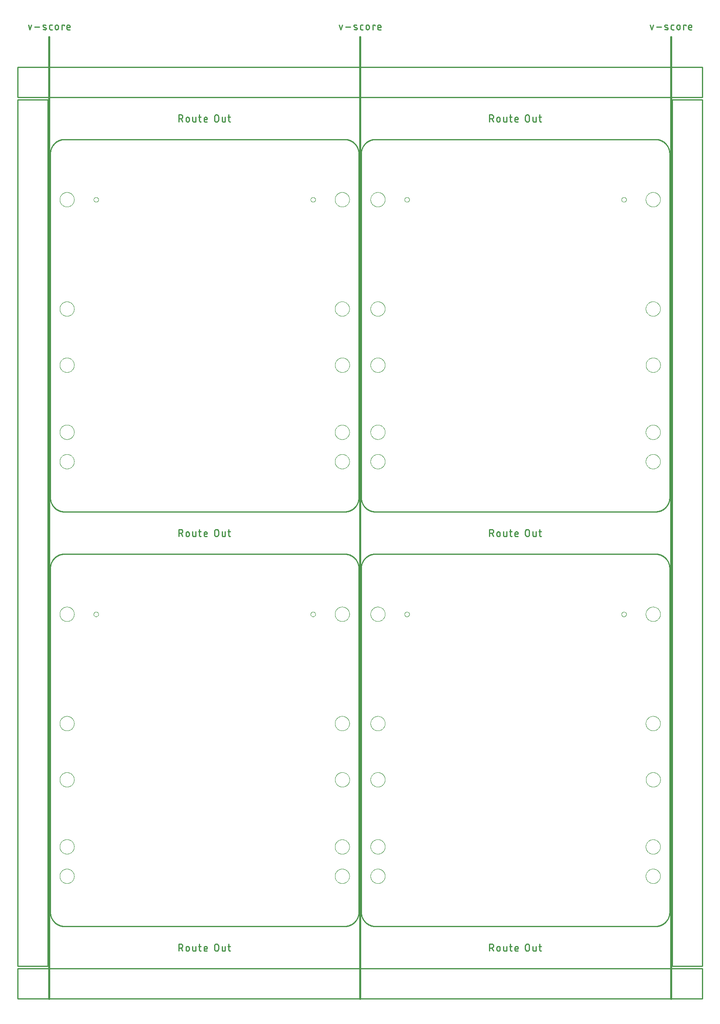
<source format=gko>
G04 EAGLE Gerber RS-274X export*
G75*
%MOMM*%
%FSLAX34Y34*%
%LPD*%
%IN*%
%IPPOS*%
%AMOC8*
5,1,8,0,0,1.08239X$1,22.5*%
G01*
%ADD10C,0.254000*%
%ADD11C,0.279400*%
%ADD12C,0.381000*%
%ADD13C,0.000000*%


D10*
X2Y754199D02*
X2Y30009D01*
X11Y29284D01*
X37Y28560D01*
X81Y27836D01*
X142Y27114D01*
X221Y26393D01*
X317Y25674D01*
X430Y24958D01*
X561Y24245D01*
X709Y23535D01*
X874Y22830D01*
X1056Y22128D01*
X1255Y21431D01*
X1470Y20738D01*
X1703Y20052D01*
X1952Y19371D01*
X2217Y18696D01*
X2498Y18028D01*
X2796Y17367D01*
X3109Y16713D01*
X3438Y16067D01*
X3783Y15429D01*
X4143Y14800D01*
X4518Y14180D01*
X4908Y13569D01*
X5312Y12967D01*
X5731Y12375D01*
X6165Y11794D01*
X6612Y11223D01*
X7073Y10664D01*
X7547Y10115D01*
X8034Y9579D01*
X8534Y9054D01*
X9047Y8541D01*
X9572Y8041D01*
X10108Y7554D01*
X10657Y7080D01*
X11216Y6619D01*
X11787Y6172D01*
X12368Y5738D01*
X12960Y5319D01*
X13562Y4915D01*
X14173Y4525D01*
X14793Y4150D01*
X15422Y3790D01*
X16060Y3445D01*
X16706Y3116D01*
X17360Y2803D01*
X18021Y2505D01*
X18689Y2224D01*
X19364Y1959D01*
X20045Y1710D01*
X20731Y1477D01*
X21424Y1262D01*
X22121Y1063D01*
X22823Y881D01*
X23528Y716D01*
X24238Y568D01*
X24951Y437D01*
X25667Y324D01*
X26386Y228D01*
X27107Y149D01*
X27829Y88D01*
X28553Y44D01*
X29277Y18D01*
X30002Y9D01*
X620002Y9D01*
X620727Y18D01*
X621451Y44D01*
X622175Y88D01*
X622897Y149D01*
X623618Y228D01*
X624337Y324D01*
X625053Y437D01*
X625766Y568D01*
X626476Y716D01*
X627181Y881D01*
X627883Y1063D01*
X628580Y1262D01*
X629273Y1477D01*
X629959Y1710D01*
X630640Y1959D01*
X631315Y2224D01*
X631983Y2505D01*
X632644Y2803D01*
X633298Y3116D01*
X633944Y3445D01*
X634582Y3790D01*
X635211Y4150D01*
X635831Y4525D01*
X636442Y4915D01*
X637044Y5319D01*
X637636Y5738D01*
X638217Y6172D01*
X638788Y6619D01*
X639347Y7080D01*
X639896Y7554D01*
X640432Y8041D01*
X640957Y8541D01*
X641470Y9054D01*
X641970Y9579D01*
X642457Y10115D01*
X642931Y10664D01*
X643392Y11223D01*
X643839Y11794D01*
X644273Y12375D01*
X644692Y12967D01*
X645096Y13569D01*
X645486Y14180D01*
X645861Y14800D01*
X646221Y15429D01*
X646566Y16067D01*
X646895Y16713D01*
X647208Y17367D01*
X647506Y18028D01*
X647787Y18696D01*
X648052Y19371D01*
X648301Y20052D01*
X648534Y20738D01*
X648749Y21431D01*
X648948Y22128D01*
X649130Y22830D01*
X649295Y23535D01*
X649443Y24245D01*
X649574Y24958D01*
X649687Y25674D01*
X649783Y26393D01*
X649862Y27114D01*
X649923Y27836D01*
X649967Y28560D01*
X649993Y29284D01*
X650002Y30009D01*
X650002Y754199D01*
X649993Y754924D01*
X649967Y755648D01*
X649923Y756372D01*
X649862Y757094D01*
X649783Y757815D01*
X649687Y758534D01*
X649574Y759250D01*
X649443Y759963D01*
X649295Y760673D01*
X649130Y761378D01*
X648948Y762080D01*
X648749Y762777D01*
X648534Y763470D01*
X648301Y764156D01*
X648052Y764837D01*
X647787Y765512D01*
X647506Y766180D01*
X647208Y766841D01*
X646895Y767495D01*
X646566Y768141D01*
X646221Y768779D01*
X645861Y769408D01*
X645486Y770028D01*
X645096Y770639D01*
X644692Y771241D01*
X644273Y771833D01*
X643839Y772414D01*
X643392Y772985D01*
X642931Y773544D01*
X642457Y774093D01*
X641970Y774629D01*
X641470Y775154D01*
X640957Y775667D01*
X640432Y776167D01*
X639896Y776654D01*
X639347Y777128D01*
X638788Y777589D01*
X638217Y778036D01*
X637636Y778470D01*
X637044Y778889D01*
X636442Y779293D01*
X635831Y779683D01*
X635211Y780058D01*
X634582Y780418D01*
X633944Y780763D01*
X633298Y781092D01*
X632644Y781405D01*
X631983Y781703D01*
X631315Y781984D01*
X630640Y782249D01*
X629959Y782498D01*
X629273Y782731D01*
X628580Y782946D01*
X627883Y783145D01*
X627181Y783327D01*
X626476Y783492D01*
X625766Y783640D01*
X625053Y783771D01*
X624337Y783884D01*
X623618Y783980D01*
X622897Y784059D01*
X622175Y784120D01*
X621451Y784164D01*
X620727Y784190D01*
X620002Y784199D01*
X30002Y784199D01*
X29277Y784190D01*
X28553Y784164D01*
X27829Y784120D01*
X27107Y784059D01*
X26386Y783980D01*
X25667Y783884D01*
X24951Y783771D01*
X24238Y783640D01*
X23528Y783492D01*
X22823Y783327D01*
X22121Y783145D01*
X21424Y782946D01*
X20731Y782731D01*
X20045Y782498D01*
X19364Y782249D01*
X18689Y781984D01*
X18021Y781703D01*
X17360Y781405D01*
X16706Y781092D01*
X16060Y780763D01*
X15422Y780418D01*
X14793Y780058D01*
X14173Y779683D01*
X13562Y779293D01*
X12960Y778889D01*
X12368Y778470D01*
X11787Y778036D01*
X11216Y777589D01*
X10657Y777128D01*
X10108Y776654D01*
X9572Y776167D01*
X9047Y775667D01*
X8534Y775154D01*
X8034Y774629D01*
X7547Y774093D01*
X7073Y773544D01*
X6612Y772985D01*
X6165Y772414D01*
X5731Y771833D01*
X5312Y771241D01*
X4908Y770639D01*
X4518Y770028D01*
X4143Y769408D01*
X3783Y768779D01*
X3438Y768141D01*
X3109Y767495D01*
X2796Y766841D01*
X2498Y766180D01*
X2217Y765512D01*
X1952Y764837D01*
X1703Y764156D01*
X1470Y763470D01*
X1255Y762777D01*
X1056Y762080D01*
X874Y761378D01*
X709Y760673D01*
X561Y759963D01*
X430Y759250D01*
X317Y758534D01*
X221Y757815D01*
X142Y757094D01*
X81Y756372D01*
X37Y755648D01*
X11Y754924D01*
X2Y754199D01*
D11*
X270497Y-36957D02*
X270497Y-51943D01*
X270497Y-36957D02*
X274660Y-36957D01*
X274788Y-36959D01*
X274916Y-36965D01*
X275044Y-36975D01*
X275172Y-36989D01*
X275299Y-37006D01*
X275425Y-37028D01*
X275551Y-37053D01*
X275675Y-37083D01*
X275799Y-37116D01*
X275922Y-37153D01*
X276044Y-37194D01*
X276164Y-37238D01*
X276283Y-37286D01*
X276400Y-37338D01*
X276516Y-37393D01*
X276629Y-37452D01*
X276742Y-37515D01*
X276852Y-37581D01*
X276959Y-37650D01*
X277065Y-37722D01*
X277169Y-37798D01*
X277270Y-37877D01*
X277369Y-37959D01*
X277465Y-38044D01*
X277558Y-38131D01*
X277649Y-38222D01*
X277736Y-38315D01*
X277821Y-38411D01*
X277903Y-38510D01*
X277982Y-38611D01*
X278058Y-38715D01*
X278130Y-38821D01*
X278199Y-38928D01*
X278265Y-39039D01*
X278328Y-39151D01*
X278387Y-39264D01*
X278442Y-39380D01*
X278494Y-39497D01*
X278542Y-39616D01*
X278586Y-39736D01*
X278627Y-39858D01*
X278664Y-39981D01*
X278697Y-40105D01*
X278727Y-40229D01*
X278752Y-40355D01*
X278774Y-40481D01*
X278791Y-40608D01*
X278805Y-40736D01*
X278815Y-40864D01*
X278821Y-40992D01*
X278823Y-41120D01*
X278821Y-41248D01*
X278815Y-41376D01*
X278805Y-41504D01*
X278791Y-41632D01*
X278774Y-41759D01*
X278752Y-41885D01*
X278727Y-42011D01*
X278697Y-42135D01*
X278664Y-42259D01*
X278627Y-42382D01*
X278586Y-42504D01*
X278542Y-42624D01*
X278494Y-42743D01*
X278442Y-42860D01*
X278387Y-42976D01*
X278328Y-43089D01*
X278265Y-43202D01*
X278199Y-43312D01*
X278130Y-43419D01*
X278058Y-43525D01*
X277982Y-43629D01*
X277903Y-43730D01*
X277821Y-43829D01*
X277736Y-43925D01*
X277649Y-44018D01*
X277558Y-44109D01*
X277465Y-44196D01*
X277369Y-44281D01*
X277270Y-44363D01*
X277169Y-44442D01*
X277065Y-44518D01*
X276959Y-44590D01*
X276852Y-44659D01*
X276742Y-44725D01*
X276629Y-44788D01*
X276516Y-44847D01*
X276400Y-44902D01*
X276283Y-44954D01*
X276164Y-45002D01*
X276044Y-45046D01*
X275922Y-45087D01*
X275799Y-45124D01*
X275675Y-45157D01*
X275551Y-45187D01*
X275425Y-45212D01*
X275299Y-45234D01*
X275172Y-45251D01*
X275044Y-45265D01*
X274916Y-45275D01*
X274788Y-45281D01*
X274660Y-45283D01*
X270497Y-45283D01*
X275492Y-45283D02*
X278822Y-51943D01*
X285781Y-48613D02*
X285781Y-45283D01*
X285783Y-45169D01*
X285789Y-45056D01*
X285798Y-44942D01*
X285812Y-44830D01*
X285829Y-44717D01*
X285851Y-44605D01*
X285876Y-44495D01*
X285904Y-44385D01*
X285937Y-44276D01*
X285973Y-44168D01*
X286013Y-44061D01*
X286057Y-43956D01*
X286104Y-43853D01*
X286154Y-43751D01*
X286208Y-43651D01*
X286266Y-43553D01*
X286327Y-43457D01*
X286390Y-43363D01*
X286458Y-43271D01*
X286528Y-43181D01*
X286601Y-43095D01*
X286677Y-43010D01*
X286756Y-42928D01*
X286838Y-42849D01*
X286923Y-42773D01*
X287009Y-42700D01*
X287099Y-42630D01*
X287191Y-42562D01*
X287285Y-42499D01*
X287381Y-42438D01*
X287479Y-42380D01*
X287579Y-42326D01*
X287681Y-42276D01*
X287784Y-42229D01*
X287889Y-42185D01*
X287996Y-42145D01*
X288104Y-42109D01*
X288213Y-42076D01*
X288323Y-42048D01*
X288433Y-42023D01*
X288545Y-42001D01*
X288658Y-41984D01*
X288770Y-41970D01*
X288884Y-41961D01*
X288997Y-41955D01*
X289111Y-41953D01*
X289225Y-41955D01*
X289338Y-41961D01*
X289452Y-41970D01*
X289564Y-41984D01*
X289677Y-42001D01*
X289789Y-42023D01*
X289899Y-42048D01*
X290009Y-42076D01*
X290118Y-42109D01*
X290226Y-42145D01*
X290333Y-42185D01*
X290438Y-42229D01*
X290541Y-42276D01*
X290643Y-42326D01*
X290743Y-42380D01*
X290841Y-42438D01*
X290937Y-42499D01*
X291031Y-42562D01*
X291123Y-42630D01*
X291213Y-42700D01*
X291299Y-42773D01*
X291384Y-42849D01*
X291466Y-42928D01*
X291545Y-43010D01*
X291621Y-43095D01*
X291694Y-43181D01*
X291764Y-43271D01*
X291832Y-43363D01*
X291895Y-43457D01*
X291956Y-43553D01*
X292014Y-43651D01*
X292068Y-43751D01*
X292118Y-43853D01*
X292165Y-43956D01*
X292209Y-44061D01*
X292249Y-44168D01*
X292285Y-44276D01*
X292318Y-44385D01*
X292346Y-44495D01*
X292371Y-44605D01*
X292393Y-44717D01*
X292410Y-44830D01*
X292424Y-44942D01*
X292433Y-45056D01*
X292439Y-45169D01*
X292441Y-45283D01*
X292441Y-48613D01*
X292439Y-48727D01*
X292433Y-48840D01*
X292424Y-48954D01*
X292410Y-49066D01*
X292393Y-49179D01*
X292371Y-49291D01*
X292346Y-49401D01*
X292318Y-49511D01*
X292285Y-49620D01*
X292249Y-49728D01*
X292209Y-49835D01*
X292165Y-49940D01*
X292118Y-50043D01*
X292068Y-50145D01*
X292014Y-50245D01*
X291956Y-50343D01*
X291895Y-50439D01*
X291832Y-50533D01*
X291764Y-50625D01*
X291694Y-50715D01*
X291621Y-50801D01*
X291545Y-50886D01*
X291466Y-50968D01*
X291384Y-51047D01*
X291299Y-51123D01*
X291213Y-51196D01*
X291123Y-51266D01*
X291031Y-51334D01*
X290937Y-51397D01*
X290841Y-51458D01*
X290743Y-51516D01*
X290643Y-51570D01*
X290541Y-51620D01*
X290438Y-51667D01*
X290333Y-51711D01*
X290226Y-51751D01*
X290118Y-51787D01*
X290009Y-51820D01*
X289899Y-51848D01*
X289789Y-51873D01*
X289677Y-51895D01*
X289564Y-51912D01*
X289452Y-51926D01*
X289338Y-51935D01*
X289225Y-51941D01*
X289111Y-51943D01*
X288997Y-51941D01*
X288884Y-51935D01*
X288770Y-51926D01*
X288658Y-51912D01*
X288545Y-51895D01*
X288433Y-51873D01*
X288323Y-51848D01*
X288213Y-51820D01*
X288104Y-51787D01*
X287996Y-51751D01*
X287889Y-51711D01*
X287784Y-51667D01*
X287681Y-51620D01*
X287579Y-51570D01*
X287479Y-51516D01*
X287381Y-51458D01*
X287285Y-51397D01*
X287191Y-51334D01*
X287099Y-51266D01*
X287009Y-51196D01*
X286923Y-51123D01*
X286838Y-51047D01*
X286756Y-50968D01*
X286677Y-50886D01*
X286601Y-50801D01*
X286528Y-50715D01*
X286458Y-50625D01*
X286390Y-50533D01*
X286327Y-50439D01*
X286266Y-50343D01*
X286208Y-50245D01*
X286154Y-50145D01*
X286104Y-50043D01*
X286057Y-49940D01*
X286013Y-49835D01*
X285973Y-49728D01*
X285937Y-49620D01*
X285904Y-49511D01*
X285876Y-49401D01*
X285851Y-49291D01*
X285829Y-49179D01*
X285812Y-49066D01*
X285798Y-48954D01*
X285789Y-48840D01*
X285783Y-48727D01*
X285781Y-48613D01*
X299849Y-49445D02*
X299849Y-41952D01*
X299848Y-49445D02*
X299850Y-49543D01*
X299856Y-49641D01*
X299865Y-49739D01*
X299879Y-49836D01*
X299896Y-49932D01*
X299917Y-50028D01*
X299942Y-50123D01*
X299970Y-50217D01*
X300002Y-50310D01*
X300038Y-50401D01*
X300077Y-50491D01*
X300120Y-50579D01*
X300167Y-50666D01*
X300216Y-50750D01*
X300269Y-50833D01*
X300325Y-50913D01*
X300384Y-50992D01*
X300447Y-51067D01*
X300512Y-51141D01*
X300580Y-51211D01*
X300650Y-51279D01*
X300724Y-51345D01*
X300800Y-51407D01*
X300878Y-51466D01*
X300958Y-51522D01*
X301041Y-51575D01*
X301125Y-51625D01*
X301212Y-51671D01*
X301300Y-51714D01*
X301390Y-51753D01*
X301481Y-51789D01*
X301574Y-51821D01*
X301668Y-51849D01*
X301763Y-51874D01*
X301859Y-51895D01*
X301955Y-51912D01*
X302052Y-51926D01*
X302150Y-51935D01*
X302248Y-51941D01*
X302346Y-51943D01*
X306509Y-51943D01*
X306509Y-41952D01*
X312490Y-41952D02*
X317485Y-41952D01*
X314155Y-36957D02*
X314155Y-49445D01*
X314157Y-49543D01*
X314163Y-49641D01*
X314172Y-49739D01*
X314186Y-49836D01*
X314203Y-49932D01*
X314224Y-50028D01*
X314249Y-50123D01*
X314277Y-50217D01*
X314309Y-50310D01*
X314345Y-50401D01*
X314384Y-50491D01*
X314427Y-50579D01*
X314474Y-50666D01*
X314523Y-50750D01*
X314576Y-50833D01*
X314632Y-50913D01*
X314691Y-50992D01*
X314754Y-51067D01*
X314819Y-51141D01*
X314887Y-51211D01*
X314957Y-51279D01*
X315031Y-51345D01*
X315107Y-51407D01*
X315185Y-51466D01*
X315265Y-51522D01*
X315348Y-51575D01*
X315432Y-51625D01*
X315519Y-51671D01*
X315607Y-51714D01*
X315697Y-51753D01*
X315788Y-51789D01*
X315881Y-51821D01*
X315975Y-51849D01*
X316070Y-51874D01*
X316166Y-51895D01*
X316262Y-51912D01*
X316359Y-51926D01*
X316457Y-51935D01*
X316555Y-51941D01*
X316653Y-51943D01*
X317485Y-51943D01*
X326314Y-51943D02*
X330477Y-51943D01*
X326314Y-51943D02*
X326216Y-51941D01*
X326118Y-51935D01*
X326020Y-51926D01*
X325923Y-51912D01*
X325827Y-51895D01*
X325731Y-51874D01*
X325636Y-51849D01*
X325542Y-51821D01*
X325449Y-51789D01*
X325358Y-51753D01*
X325268Y-51714D01*
X325180Y-51671D01*
X325093Y-51624D01*
X325009Y-51575D01*
X324926Y-51522D01*
X324846Y-51466D01*
X324768Y-51407D01*
X324692Y-51345D01*
X324618Y-51279D01*
X324548Y-51211D01*
X324480Y-51141D01*
X324415Y-51067D01*
X324352Y-50992D01*
X324293Y-50913D01*
X324237Y-50833D01*
X324184Y-50750D01*
X324135Y-50666D01*
X324088Y-50579D01*
X324045Y-50491D01*
X324006Y-50401D01*
X323970Y-50310D01*
X323938Y-50217D01*
X323910Y-50123D01*
X323885Y-50028D01*
X323864Y-49932D01*
X323847Y-49836D01*
X323833Y-49739D01*
X323824Y-49641D01*
X323818Y-49543D01*
X323816Y-49445D01*
X323817Y-49445D02*
X323817Y-45283D01*
X323819Y-45169D01*
X323825Y-45056D01*
X323834Y-44942D01*
X323848Y-44830D01*
X323865Y-44717D01*
X323887Y-44605D01*
X323912Y-44495D01*
X323940Y-44385D01*
X323973Y-44276D01*
X324009Y-44168D01*
X324049Y-44061D01*
X324093Y-43956D01*
X324140Y-43853D01*
X324190Y-43751D01*
X324244Y-43651D01*
X324302Y-43553D01*
X324363Y-43457D01*
X324426Y-43363D01*
X324494Y-43271D01*
X324564Y-43181D01*
X324637Y-43095D01*
X324713Y-43010D01*
X324792Y-42928D01*
X324874Y-42849D01*
X324959Y-42773D01*
X325045Y-42700D01*
X325135Y-42630D01*
X325227Y-42562D01*
X325321Y-42499D01*
X325417Y-42438D01*
X325515Y-42380D01*
X325615Y-42326D01*
X325717Y-42276D01*
X325820Y-42229D01*
X325925Y-42185D01*
X326032Y-42145D01*
X326140Y-42109D01*
X326249Y-42076D01*
X326359Y-42048D01*
X326469Y-42023D01*
X326581Y-42001D01*
X326694Y-41984D01*
X326806Y-41970D01*
X326920Y-41961D01*
X327033Y-41955D01*
X327147Y-41953D01*
X327261Y-41955D01*
X327374Y-41961D01*
X327488Y-41970D01*
X327600Y-41984D01*
X327713Y-42001D01*
X327825Y-42023D01*
X327935Y-42048D01*
X328045Y-42076D01*
X328154Y-42109D01*
X328262Y-42145D01*
X328369Y-42185D01*
X328474Y-42229D01*
X328577Y-42276D01*
X328679Y-42326D01*
X328779Y-42380D01*
X328877Y-42438D01*
X328973Y-42499D01*
X329067Y-42562D01*
X329159Y-42630D01*
X329249Y-42700D01*
X329335Y-42773D01*
X329420Y-42849D01*
X329502Y-42928D01*
X329581Y-43010D01*
X329657Y-43095D01*
X329730Y-43181D01*
X329800Y-43271D01*
X329868Y-43363D01*
X329931Y-43457D01*
X329992Y-43553D01*
X330050Y-43651D01*
X330104Y-43751D01*
X330154Y-43853D01*
X330201Y-43956D01*
X330245Y-44061D01*
X330285Y-44168D01*
X330321Y-44276D01*
X330354Y-44385D01*
X330382Y-44495D01*
X330407Y-44605D01*
X330429Y-44717D01*
X330446Y-44830D01*
X330460Y-44942D01*
X330469Y-45056D01*
X330475Y-45169D01*
X330477Y-45283D01*
X330477Y-46948D01*
X323817Y-46948D01*
X345910Y-47780D02*
X345910Y-41120D01*
X345912Y-40992D01*
X345918Y-40864D01*
X345928Y-40736D01*
X345942Y-40608D01*
X345959Y-40481D01*
X345981Y-40355D01*
X346006Y-40229D01*
X346036Y-40105D01*
X346069Y-39981D01*
X346106Y-39858D01*
X346147Y-39736D01*
X346191Y-39616D01*
X346239Y-39497D01*
X346291Y-39380D01*
X346346Y-39264D01*
X346405Y-39151D01*
X346468Y-39038D01*
X346534Y-38928D01*
X346603Y-38821D01*
X346675Y-38715D01*
X346751Y-38611D01*
X346830Y-38510D01*
X346912Y-38411D01*
X346997Y-38315D01*
X347084Y-38222D01*
X347175Y-38131D01*
X347268Y-38044D01*
X347364Y-37959D01*
X347463Y-37877D01*
X347564Y-37798D01*
X347668Y-37722D01*
X347774Y-37650D01*
X347881Y-37581D01*
X347992Y-37515D01*
X348104Y-37452D01*
X348217Y-37393D01*
X348333Y-37338D01*
X348450Y-37286D01*
X348569Y-37238D01*
X348689Y-37194D01*
X348811Y-37153D01*
X348934Y-37116D01*
X349058Y-37083D01*
X349182Y-37053D01*
X349308Y-37028D01*
X349434Y-37006D01*
X349561Y-36989D01*
X349689Y-36975D01*
X349817Y-36965D01*
X349945Y-36959D01*
X350073Y-36957D01*
X350201Y-36959D01*
X350329Y-36965D01*
X350457Y-36975D01*
X350585Y-36989D01*
X350712Y-37006D01*
X350838Y-37028D01*
X350964Y-37053D01*
X351088Y-37083D01*
X351212Y-37116D01*
X351335Y-37153D01*
X351457Y-37194D01*
X351577Y-37238D01*
X351696Y-37286D01*
X351813Y-37338D01*
X351929Y-37393D01*
X352042Y-37452D01*
X352155Y-37515D01*
X352265Y-37581D01*
X352372Y-37650D01*
X352478Y-37722D01*
X352582Y-37798D01*
X352683Y-37877D01*
X352782Y-37959D01*
X352878Y-38044D01*
X352971Y-38131D01*
X353062Y-38222D01*
X353149Y-38315D01*
X353234Y-38411D01*
X353316Y-38510D01*
X353395Y-38611D01*
X353471Y-38715D01*
X353543Y-38821D01*
X353612Y-38928D01*
X353678Y-39039D01*
X353741Y-39151D01*
X353800Y-39264D01*
X353855Y-39380D01*
X353907Y-39497D01*
X353955Y-39616D01*
X353999Y-39736D01*
X354040Y-39858D01*
X354077Y-39981D01*
X354110Y-40105D01*
X354140Y-40229D01*
X354165Y-40355D01*
X354187Y-40481D01*
X354204Y-40608D01*
X354218Y-40736D01*
X354228Y-40864D01*
X354234Y-40992D01*
X354236Y-41120D01*
X354235Y-41120D02*
X354235Y-47780D01*
X354236Y-47780D02*
X354234Y-47908D01*
X354228Y-48036D01*
X354218Y-48164D01*
X354204Y-48292D01*
X354187Y-48419D01*
X354165Y-48545D01*
X354140Y-48671D01*
X354110Y-48795D01*
X354077Y-48919D01*
X354040Y-49042D01*
X353999Y-49164D01*
X353955Y-49284D01*
X353907Y-49403D01*
X353855Y-49520D01*
X353800Y-49636D01*
X353741Y-49749D01*
X353678Y-49862D01*
X353612Y-49972D01*
X353543Y-50079D01*
X353471Y-50185D01*
X353395Y-50289D01*
X353316Y-50390D01*
X353234Y-50489D01*
X353149Y-50585D01*
X353062Y-50678D01*
X352971Y-50769D01*
X352878Y-50856D01*
X352782Y-50941D01*
X352683Y-51023D01*
X352582Y-51102D01*
X352478Y-51178D01*
X352372Y-51250D01*
X352265Y-51319D01*
X352155Y-51385D01*
X352042Y-51448D01*
X351929Y-51507D01*
X351813Y-51562D01*
X351696Y-51614D01*
X351577Y-51662D01*
X351457Y-51706D01*
X351335Y-51747D01*
X351212Y-51784D01*
X351088Y-51817D01*
X350964Y-51847D01*
X350838Y-51872D01*
X350712Y-51894D01*
X350585Y-51911D01*
X350457Y-51925D01*
X350329Y-51935D01*
X350201Y-51941D01*
X350073Y-51943D01*
X349945Y-51941D01*
X349817Y-51935D01*
X349689Y-51925D01*
X349561Y-51911D01*
X349434Y-51894D01*
X349308Y-51872D01*
X349182Y-51847D01*
X349058Y-51817D01*
X348934Y-51784D01*
X348811Y-51747D01*
X348689Y-51706D01*
X348569Y-51662D01*
X348450Y-51614D01*
X348333Y-51562D01*
X348217Y-51507D01*
X348104Y-51448D01*
X347992Y-51385D01*
X347881Y-51319D01*
X347774Y-51250D01*
X347668Y-51178D01*
X347564Y-51102D01*
X347463Y-51023D01*
X347364Y-50941D01*
X347268Y-50856D01*
X347175Y-50769D01*
X347084Y-50678D01*
X346997Y-50585D01*
X346912Y-50489D01*
X346830Y-50390D01*
X346751Y-50289D01*
X346675Y-50185D01*
X346603Y-50079D01*
X346534Y-49972D01*
X346468Y-49861D01*
X346405Y-49749D01*
X346346Y-49636D01*
X346291Y-49520D01*
X346239Y-49403D01*
X346191Y-49284D01*
X346147Y-49164D01*
X346106Y-49042D01*
X346069Y-48919D01*
X346036Y-48795D01*
X346006Y-48671D01*
X345981Y-48545D01*
X345959Y-48419D01*
X345942Y-48292D01*
X345928Y-48164D01*
X345918Y-48036D01*
X345912Y-47908D01*
X345910Y-47780D01*
X361852Y-49445D02*
X361852Y-41952D01*
X361852Y-49445D02*
X361854Y-49543D01*
X361860Y-49641D01*
X361869Y-49739D01*
X361883Y-49836D01*
X361900Y-49932D01*
X361921Y-50028D01*
X361946Y-50123D01*
X361974Y-50217D01*
X362006Y-50310D01*
X362042Y-50401D01*
X362081Y-50491D01*
X362124Y-50579D01*
X362171Y-50666D01*
X362220Y-50750D01*
X362273Y-50833D01*
X362329Y-50913D01*
X362388Y-50992D01*
X362451Y-51067D01*
X362516Y-51141D01*
X362584Y-51211D01*
X362654Y-51279D01*
X362728Y-51345D01*
X362804Y-51407D01*
X362882Y-51466D01*
X362962Y-51522D01*
X363045Y-51575D01*
X363129Y-51625D01*
X363216Y-51671D01*
X363304Y-51714D01*
X363394Y-51753D01*
X363485Y-51789D01*
X363578Y-51821D01*
X363672Y-51849D01*
X363767Y-51874D01*
X363863Y-51895D01*
X363959Y-51912D01*
X364056Y-51926D01*
X364154Y-51935D01*
X364252Y-51941D01*
X364350Y-51943D01*
X368513Y-51943D01*
X368513Y-41952D01*
X374494Y-41952D02*
X379489Y-41952D01*
X376159Y-36957D02*
X376159Y-49445D01*
X376158Y-49445D02*
X376160Y-49543D01*
X376166Y-49641D01*
X376175Y-49739D01*
X376189Y-49836D01*
X376206Y-49932D01*
X376227Y-50028D01*
X376252Y-50123D01*
X376280Y-50217D01*
X376312Y-50310D01*
X376348Y-50401D01*
X376387Y-50491D01*
X376430Y-50579D01*
X376477Y-50666D01*
X376526Y-50750D01*
X376579Y-50833D01*
X376635Y-50913D01*
X376694Y-50992D01*
X376757Y-51067D01*
X376822Y-51141D01*
X376890Y-51211D01*
X376960Y-51279D01*
X377034Y-51345D01*
X377110Y-51407D01*
X377188Y-51466D01*
X377268Y-51522D01*
X377351Y-51575D01*
X377435Y-51625D01*
X377522Y-51671D01*
X377610Y-51714D01*
X377700Y-51753D01*
X377791Y-51789D01*
X377884Y-51821D01*
X377978Y-51849D01*
X378073Y-51874D01*
X378169Y-51895D01*
X378265Y-51912D01*
X378362Y-51926D01*
X378460Y-51935D01*
X378558Y-51941D01*
X378656Y-51943D01*
X378657Y-51943D02*
X379489Y-51943D01*
D10*
X655093Y30009D02*
X655093Y754199D01*
X655093Y30009D02*
X655102Y29284D01*
X655128Y28560D01*
X655172Y27836D01*
X655233Y27114D01*
X655312Y26393D01*
X655408Y25674D01*
X655521Y24958D01*
X655652Y24245D01*
X655800Y23535D01*
X655965Y22830D01*
X656147Y22128D01*
X656346Y21431D01*
X656561Y20738D01*
X656794Y20052D01*
X657043Y19371D01*
X657308Y18696D01*
X657589Y18028D01*
X657887Y17367D01*
X658200Y16713D01*
X658529Y16067D01*
X658874Y15429D01*
X659234Y14800D01*
X659609Y14180D01*
X659999Y13569D01*
X660403Y12967D01*
X660822Y12375D01*
X661256Y11794D01*
X661703Y11223D01*
X662164Y10664D01*
X662638Y10115D01*
X663125Y9579D01*
X663625Y9054D01*
X664138Y8541D01*
X664663Y8041D01*
X665199Y7554D01*
X665748Y7080D01*
X666307Y6619D01*
X666878Y6172D01*
X667459Y5738D01*
X668051Y5319D01*
X668653Y4915D01*
X669264Y4525D01*
X669884Y4150D01*
X670513Y3790D01*
X671151Y3445D01*
X671797Y3116D01*
X672451Y2803D01*
X673112Y2505D01*
X673780Y2224D01*
X674455Y1959D01*
X675136Y1710D01*
X675822Y1477D01*
X676515Y1262D01*
X677212Y1063D01*
X677914Y881D01*
X678619Y716D01*
X679329Y568D01*
X680042Y437D01*
X680758Y324D01*
X681477Y228D01*
X682198Y149D01*
X682920Y88D01*
X683644Y44D01*
X684368Y18D01*
X685093Y9D01*
X1275093Y9D01*
X1275818Y18D01*
X1276542Y44D01*
X1277266Y88D01*
X1277988Y149D01*
X1278709Y228D01*
X1279428Y324D01*
X1280144Y437D01*
X1280857Y568D01*
X1281567Y716D01*
X1282272Y881D01*
X1282974Y1063D01*
X1283671Y1262D01*
X1284364Y1477D01*
X1285050Y1710D01*
X1285731Y1959D01*
X1286406Y2224D01*
X1287074Y2505D01*
X1287735Y2803D01*
X1288389Y3116D01*
X1289035Y3445D01*
X1289673Y3790D01*
X1290302Y4150D01*
X1290922Y4525D01*
X1291533Y4915D01*
X1292135Y5319D01*
X1292727Y5738D01*
X1293308Y6172D01*
X1293879Y6619D01*
X1294438Y7080D01*
X1294987Y7554D01*
X1295523Y8041D01*
X1296048Y8541D01*
X1296561Y9054D01*
X1297061Y9579D01*
X1297548Y10115D01*
X1298022Y10664D01*
X1298483Y11223D01*
X1298930Y11794D01*
X1299364Y12375D01*
X1299783Y12967D01*
X1300187Y13569D01*
X1300577Y14180D01*
X1300952Y14800D01*
X1301312Y15429D01*
X1301657Y16067D01*
X1301986Y16713D01*
X1302299Y17367D01*
X1302597Y18028D01*
X1302878Y18696D01*
X1303143Y19371D01*
X1303392Y20052D01*
X1303625Y20738D01*
X1303840Y21431D01*
X1304039Y22128D01*
X1304221Y22830D01*
X1304386Y23535D01*
X1304534Y24245D01*
X1304665Y24958D01*
X1304778Y25674D01*
X1304874Y26393D01*
X1304953Y27114D01*
X1305014Y27836D01*
X1305058Y28560D01*
X1305084Y29284D01*
X1305093Y30009D01*
X1305093Y754199D01*
X1305084Y754924D01*
X1305058Y755648D01*
X1305014Y756372D01*
X1304953Y757094D01*
X1304874Y757815D01*
X1304778Y758534D01*
X1304665Y759250D01*
X1304534Y759963D01*
X1304386Y760673D01*
X1304221Y761378D01*
X1304039Y762080D01*
X1303840Y762777D01*
X1303625Y763470D01*
X1303392Y764156D01*
X1303143Y764837D01*
X1302878Y765512D01*
X1302597Y766180D01*
X1302299Y766841D01*
X1301986Y767495D01*
X1301657Y768141D01*
X1301312Y768779D01*
X1300952Y769408D01*
X1300577Y770028D01*
X1300187Y770639D01*
X1299783Y771241D01*
X1299364Y771833D01*
X1298930Y772414D01*
X1298483Y772985D01*
X1298022Y773544D01*
X1297548Y774093D01*
X1297061Y774629D01*
X1296561Y775154D01*
X1296048Y775667D01*
X1295523Y776167D01*
X1294987Y776654D01*
X1294438Y777128D01*
X1293879Y777589D01*
X1293308Y778036D01*
X1292727Y778470D01*
X1292135Y778889D01*
X1291533Y779293D01*
X1290922Y779683D01*
X1290302Y780058D01*
X1289673Y780418D01*
X1289035Y780763D01*
X1288389Y781092D01*
X1287735Y781405D01*
X1287074Y781703D01*
X1286406Y781984D01*
X1285731Y782249D01*
X1285050Y782498D01*
X1284364Y782731D01*
X1283671Y782946D01*
X1282974Y783145D01*
X1282272Y783327D01*
X1281567Y783492D01*
X1280857Y783640D01*
X1280144Y783771D01*
X1279428Y783884D01*
X1278709Y783980D01*
X1277988Y784059D01*
X1277266Y784120D01*
X1276542Y784164D01*
X1275818Y784190D01*
X1275093Y784199D01*
X685093Y784199D01*
X684368Y784190D01*
X683644Y784164D01*
X682920Y784120D01*
X682198Y784059D01*
X681477Y783980D01*
X680758Y783884D01*
X680042Y783771D01*
X679329Y783640D01*
X678619Y783492D01*
X677914Y783327D01*
X677212Y783145D01*
X676515Y782946D01*
X675822Y782731D01*
X675136Y782498D01*
X674455Y782249D01*
X673780Y781984D01*
X673112Y781703D01*
X672451Y781405D01*
X671797Y781092D01*
X671151Y780763D01*
X670513Y780418D01*
X669884Y780058D01*
X669264Y779683D01*
X668653Y779293D01*
X668051Y778889D01*
X667459Y778470D01*
X666878Y778036D01*
X666307Y777589D01*
X665748Y777128D01*
X665199Y776654D01*
X664663Y776167D01*
X664138Y775667D01*
X663625Y775154D01*
X663125Y774629D01*
X662638Y774093D01*
X662164Y773544D01*
X661703Y772985D01*
X661256Y772414D01*
X660822Y771833D01*
X660403Y771241D01*
X659999Y770639D01*
X659609Y770028D01*
X659234Y769408D01*
X658874Y768779D01*
X658529Y768141D01*
X658200Y767495D01*
X657887Y766841D01*
X657589Y766180D01*
X657308Y765512D01*
X657043Y764837D01*
X656794Y764156D01*
X656561Y763470D01*
X656346Y762777D01*
X656147Y762080D01*
X655965Y761378D01*
X655800Y760673D01*
X655652Y759963D01*
X655521Y759250D01*
X655408Y758534D01*
X655312Y757815D01*
X655233Y757094D01*
X655172Y756372D01*
X655128Y755648D01*
X655102Y754924D01*
X655093Y754199D01*
D11*
X925588Y-36957D02*
X925588Y-51943D01*
X925588Y-36957D02*
X929751Y-36957D01*
X929879Y-36959D01*
X930007Y-36965D01*
X930135Y-36975D01*
X930263Y-36989D01*
X930390Y-37006D01*
X930516Y-37028D01*
X930642Y-37053D01*
X930766Y-37083D01*
X930890Y-37116D01*
X931013Y-37153D01*
X931135Y-37194D01*
X931255Y-37238D01*
X931374Y-37286D01*
X931491Y-37338D01*
X931607Y-37393D01*
X931720Y-37452D01*
X931833Y-37515D01*
X931943Y-37581D01*
X932050Y-37650D01*
X932156Y-37722D01*
X932260Y-37798D01*
X932361Y-37877D01*
X932460Y-37959D01*
X932556Y-38044D01*
X932649Y-38131D01*
X932740Y-38222D01*
X932827Y-38315D01*
X932912Y-38411D01*
X932994Y-38510D01*
X933073Y-38611D01*
X933149Y-38715D01*
X933221Y-38821D01*
X933290Y-38928D01*
X933356Y-39039D01*
X933419Y-39151D01*
X933478Y-39264D01*
X933533Y-39380D01*
X933585Y-39497D01*
X933633Y-39616D01*
X933677Y-39736D01*
X933718Y-39858D01*
X933755Y-39981D01*
X933788Y-40105D01*
X933818Y-40229D01*
X933843Y-40355D01*
X933865Y-40481D01*
X933882Y-40608D01*
X933896Y-40736D01*
X933906Y-40864D01*
X933912Y-40992D01*
X933914Y-41120D01*
X933912Y-41248D01*
X933906Y-41376D01*
X933896Y-41504D01*
X933882Y-41632D01*
X933865Y-41759D01*
X933843Y-41885D01*
X933818Y-42011D01*
X933788Y-42135D01*
X933755Y-42259D01*
X933718Y-42382D01*
X933677Y-42504D01*
X933633Y-42624D01*
X933585Y-42743D01*
X933533Y-42860D01*
X933478Y-42976D01*
X933419Y-43089D01*
X933356Y-43202D01*
X933290Y-43312D01*
X933221Y-43419D01*
X933149Y-43525D01*
X933073Y-43629D01*
X932994Y-43730D01*
X932912Y-43829D01*
X932827Y-43925D01*
X932740Y-44018D01*
X932649Y-44109D01*
X932556Y-44196D01*
X932460Y-44281D01*
X932361Y-44363D01*
X932260Y-44442D01*
X932156Y-44518D01*
X932050Y-44590D01*
X931943Y-44659D01*
X931833Y-44725D01*
X931720Y-44788D01*
X931607Y-44847D01*
X931491Y-44902D01*
X931374Y-44954D01*
X931255Y-45002D01*
X931135Y-45046D01*
X931013Y-45087D01*
X930890Y-45124D01*
X930766Y-45157D01*
X930642Y-45187D01*
X930516Y-45212D01*
X930390Y-45234D01*
X930263Y-45251D01*
X930135Y-45265D01*
X930007Y-45275D01*
X929879Y-45281D01*
X929751Y-45283D01*
X925588Y-45283D01*
X930584Y-45283D02*
X933914Y-51943D01*
X940872Y-48613D02*
X940872Y-45283D01*
X940874Y-45169D01*
X940880Y-45056D01*
X940889Y-44942D01*
X940903Y-44830D01*
X940920Y-44717D01*
X940942Y-44605D01*
X940967Y-44495D01*
X940995Y-44385D01*
X941028Y-44276D01*
X941064Y-44168D01*
X941104Y-44061D01*
X941148Y-43956D01*
X941195Y-43853D01*
X941245Y-43751D01*
X941299Y-43651D01*
X941357Y-43553D01*
X941418Y-43457D01*
X941481Y-43363D01*
X941549Y-43271D01*
X941619Y-43181D01*
X941692Y-43095D01*
X941768Y-43010D01*
X941847Y-42928D01*
X941929Y-42849D01*
X942014Y-42773D01*
X942100Y-42700D01*
X942190Y-42630D01*
X942282Y-42562D01*
X942376Y-42499D01*
X942472Y-42438D01*
X942570Y-42380D01*
X942670Y-42326D01*
X942772Y-42276D01*
X942875Y-42229D01*
X942980Y-42185D01*
X943087Y-42145D01*
X943195Y-42109D01*
X943304Y-42076D01*
X943414Y-42048D01*
X943524Y-42023D01*
X943636Y-42001D01*
X943749Y-41984D01*
X943861Y-41970D01*
X943975Y-41961D01*
X944088Y-41955D01*
X944202Y-41953D01*
X944316Y-41955D01*
X944429Y-41961D01*
X944543Y-41970D01*
X944655Y-41984D01*
X944768Y-42001D01*
X944880Y-42023D01*
X944990Y-42048D01*
X945100Y-42076D01*
X945209Y-42109D01*
X945317Y-42145D01*
X945424Y-42185D01*
X945529Y-42229D01*
X945632Y-42276D01*
X945734Y-42326D01*
X945834Y-42380D01*
X945932Y-42438D01*
X946028Y-42499D01*
X946122Y-42562D01*
X946214Y-42630D01*
X946304Y-42700D01*
X946390Y-42773D01*
X946475Y-42849D01*
X946557Y-42928D01*
X946636Y-43010D01*
X946712Y-43095D01*
X946785Y-43181D01*
X946855Y-43271D01*
X946923Y-43363D01*
X946986Y-43457D01*
X947047Y-43553D01*
X947105Y-43651D01*
X947159Y-43751D01*
X947209Y-43853D01*
X947256Y-43956D01*
X947300Y-44061D01*
X947340Y-44168D01*
X947376Y-44276D01*
X947409Y-44385D01*
X947437Y-44495D01*
X947462Y-44605D01*
X947484Y-44717D01*
X947501Y-44830D01*
X947515Y-44942D01*
X947524Y-45056D01*
X947530Y-45169D01*
X947532Y-45283D01*
X947532Y-48613D01*
X947530Y-48727D01*
X947524Y-48840D01*
X947515Y-48954D01*
X947501Y-49066D01*
X947484Y-49179D01*
X947462Y-49291D01*
X947437Y-49401D01*
X947409Y-49511D01*
X947376Y-49620D01*
X947340Y-49728D01*
X947300Y-49835D01*
X947256Y-49940D01*
X947209Y-50043D01*
X947159Y-50145D01*
X947105Y-50245D01*
X947047Y-50343D01*
X946986Y-50439D01*
X946923Y-50533D01*
X946855Y-50625D01*
X946785Y-50715D01*
X946712Y-50801D01*
X946636Y-50886D01*
X946557Y-50968D01*
X946475Y-51047D01*
X946390Y-51123D01*
X946304Y-51196D01*
X946214Y-51266D01*
X946122Y-51334D01*
X946028Y-51397D01*
X945932Y-51458D01*
X945834Y-51516D01*
X945734Y-51570D01*
X945632Y-51620D01*
X945529Y-51667D01*
X945424Y-51711D01*
X945317Y-51751D01*
X945209Y-51787D01*
X945100Y-51820D01*
X944990Y-51848D01*
X944880Y-51873D01*
X944768Y-51895D01*
X944655Y-51912D01*
X944543Y-51926D01*
X944429Y-51935D01*
X944316Y-51941D01*
X944202Y-51943D01*
X944088Y-51941D01*
X943975Y-51935D01*
X943861Y-51926D01*
X943749Y-51912D01*
X943636Y-51895D01*
X943524Y-51873D01*
X943414Y-51848D01*
X943304Y-51820D01*
X943195Y-51787D01*
X943087Y-51751D01*
X942980Y-51711D01*
X942875Y-51667D01*
X942772Y-51620D01*
X942670Y-51570D01*
X942570Y-51516D01*
X942472Y-51458D01*
X942376Y-51397D01*
X942282Y-51334D01*
X942190Y-51266D01*
X942100Y-51196D01*
X942014Y-51123D01*
X941929Y-51047D01*
X941847Y-50968D01*
X941768Y-50886D01*
X941692Y-50801D01*
X941619Y-50715D01*
X941549Y-50625D01*
X941481Y-50533D01*
X941418Y-50439D01*
X941357Y-50343D01*
X941299Y-50245D01*
X941245Y-50145D01*
X941195Y-50043D01*
X941148Y-49940D01*
X941104Y-49835D01*
X941064Y-49728D01*
X941028Y-49620D01*
X940995Y-49511D01*
X940967Y-49401D01*
X940942Y-49291D01*
X940920Y-49179D01*
X940903Y-49066D01*
X940889Y-48954D01*
X940880Y-48840D01*
X940874Y-48727D01*
X940872Y-48613D01*
X954940Y-49445D02*
X954940Y-41952D01*
X954940Y-49445D02*
X954942Y-49543D01*
X954948Y-49641D01*
X954957Y-49739D01*
X954971Y-49836D01*
X954988Y-49932D01*
X955009Y-50028D01*
X955034Y-50123D01*
X955062Y-50217D01*
X955094Y-50310D01*
X955130Y-50401D01*
X955169Y-50491D01*
X955212Y-50579D01*
X955259Y-50666D01*
X955308Y-50750D01*
X955361Y-50833D01*
X955417Y-50913D01*
X955476Y-50992D01*
X955539Y-51067D01*
X955604Y-51141D01*
X955672Y-51211D01*
X955742Y-51279D01*
X955816Y-51345D01*
X955892Y-51407D01*
X955970Y-51466D01*
X956050Y-51522D01*
X956133Y-51575D01*
X956217Y-51625D01*
X956304Y-51671D01*
X956392Y-51714D01*
X956482Y-51753D01*
X956573Y-51789D01*
X956666Y-51821D01*
X956760Y-51849D01*
X956855Y-51874D01*
X956951Y-51895D01*
X957047Y-51912D01*
X957144Y-51926D01*
X957242Y-51935D01*
X957340Y-51941D01*
X957438Y-51943D01*
X961601Y-51943D01*
X961601Y-41952D01*
X967581Y-41952D02*
X972577Y-41952D01*
X969246Y-36957D02*
X969246Y-49445D01*
X969248Y-49543D01*
X969254Y-49641D01*
X969263Y-49739D01*
X969277Y-49836D01*
X969294Y-49932D01*
X969315Y-50028D01*
X969340Y-50123D01*
X969368Y-50217D01*
X969400Y-50310D01*
X969436Y-50401D01*
X969475Y-50491D01*
X969518Y-50579D01*
X969565Y-50666D01*
X969614Y-50750D01*
X969667Y-50833D01*
X969723Y-50913D01*
X969782Y-50992D01*
X969845Y-51067D01*
X969910Y-51141D01*
X969978Y-51211D01*
X970048Y-51279D01*
X970122Y-51345D01*
X970198Y-51407D01*
X970276Y-51466D01*
X970356Y-51522D01*
X970439Y-51575D01*
X970523Y-51625D01*
X970610Y-51671D01*
X970698Y-51714D01*
X970788Y-51753D01*
X970879Y-51789D01*
X970972Y-51821D01*
X971066Y-51849D01*
X971161Y-51874D01*
X971257Y-51895D01*
X971353Y-51912D01*
X971450Y-51926D01*
X971548Y-51935D01*
X971646Y-51941D01*
X971744Y-51943D01*
X972577Y-51943D01*
X981406Y-51943D02*
X985568Y-51943D01*
X981406Y-51943D02*
X981308Y-51941D01*
X981210Y-51935D01*
X981112Y-51926D01*
X981015Y-51912D01*
X980919Y-51895D01*
X980823Y-51874D01*
X980728Y-51849D01*
X980634Y-51821D01*
X980541Y-51789D01*
X980450Y-51753D01*
X980360Y-51714D01*
X980272Y-51671D01*
X980185Y-51624D01*
X980101Y-51575D01*
X980018Y-51522D01*
X979938Y-51466D01*
X979860Y-51407D01*
X979784Y-51345D01*
X979710Y-51279D01*
X979640Y-51211D01*
X979572Y-51141D01*
X979507Y-51067D01*
X979444Y-50992D01*
X979385Y-50913D01*
X979329Y-50833D01*
X979276Y-50750D01*
X979227Y-50666D01*
X979180Y-50579D01*
X979137Y-50491D01*
X979098Y-50401D01*
X979062Y-50310D01*
X979030Y-50217D01*
X979002Y-50123D01*
X978977Y-50028D01*
X978956Y-49932D01*
X978939Y-49836D01*
X978925Y-49739D01*
X978916Y-49641D01*
X978910Y-49543D01*
X978908Y-49445D01*
X978908Y-45283D01*
X978910Y-45169D01*
X978916Y-45056D01*
X978925Y-44942D01*
X978939Y-44830D01*
X978956Y-44717D01*
X978978Y-44605D01*
X979003Y-44495D01*
X979031Y-44385D01*
X979064Y-44276D01*
X979100Y-44168D01*
X979140Y-44061D01*
X979184Y-43956D01*
X979231Y-43853D01*
X979281Y-43751D01*
X979335Y-43651D01*
X979393Y-43553D01*
X979454Y-43457D01*
X979517Y-43363D01*
X979585Y-43271D01*
X979655Y-43181D01*
X979728Y-43095D01*
X979804Y-43010D01*
X979883Y-42928D01*
X979965Y-42849D01*
X980050Y-42773D01*
X980136Y-42700D01*
X980226Y-42630D01*
X980318Y-42562D01*
X980412Y-42499D01*
X980508Y-42438D01*
X980606Y-42380D01*
X980706Y-42326D01*
X980808Y-42276D01*
X980911Y-42229D01*
X981016Y-42185D01*
X981123Y-42145D01*
X981231Y-42109D01*
X981340Y-42076D01*
X981450Y-42048D01*
X981560Y-42023D01*
X981672Y-42001D01*
X981785Y-41984D01*
X981897Y-41970D01*
X982011Y-41961D01*
X982124Y-41955D01*
X982238Y-41953D01*
X982352Y-41955D01*
X982465Y-41961D01*
X982579Y-41970D01*
X982691Y-41984D01*
X982804Y-42001D01*
X982916Y-42023D01*
X983026Y-42048D01*
X983136Y-42076D01*
X983245Y-42109D01*
X983353Y-42145D01*
X983460Y-42185D01*
X983565Y-42229D01*
X983668Y-42276D01*
X983770Y-42326D01*
X983870Y-42380D01*
X983968Y-42438D01*
X984064Y-42499D01*
X984158Y-42562D01*
X984250Y-42630D01*
X984340Y-42700D01*
X984426Y-42773D01*
X984511Y-42849D01*
X984593Y-42928D01*
X984672Y-43010D01*
X984748Y-43095D01*
X984821Y-43181D01*
X984891Y-43271D01*
X984959Y-43363D01*
X985022Y-43457D01*
X985083Y-43553D01*
X985141Y-43651D01*
X985195Y-43751D01*
X985245Y-43853D01*
X985292Y-43956D01*
X985336Y-44061D01*
X985376Y-44168D01*
X985412Y-44276D01*
X985445Y-44385D01*
X985473Y-44495D01*
X985498Y-44605D01*
X985520Y-44717D01*
X985537Y-44830D01*
X985551Y-44942D01*
X985560Y-45056D01*
X985566Y-45169D01*
X985568Y-45283D01*
X985568Y-46948D01*
X978908Y-46948D01*
X1001001Y-47780D02*
X1001001Y-41120D01*
X1001003Y-40992D01*
X1001009Y-40864D01*
X1001019Y-40736D01*
X1001033Y-40608D01*
X1001050Y-40481D01*
X1001072Y-40355D01*
X1001097Y-40229D01*
X1001127Y-40105D01*
X1001160Y-39981D01*
X1001197Y-39858D01*
X1001238Y-39736D01*
X1001282Y-39616D01*
X1001330Y-39497D01*
X1001382Y-39380D01*
X1001437Y-39264D01*
X1001496Y-39151D01*
X1001559Y-39038D01*
X1001625Y-38928D01*
X1001694Y-38821D01*
X1001766Y-38715D01*
X1001842Y-38611D01*
X1001921Y-38510D01*
X1002003Y-38411D01*
X1002088Y-38315D01*
X1002175Y-38222D01*
X1002266Y-38131D01*
X1002359Y-38044D01*
X1002455Y-37959D01*
X1002554Y-37877D01*
X1002655Y-37798D01*
X1002759Y-37722D01*
X1002865Y-37650D01*
X1002972Y-37581D01*
X1003083Y-37515D01*
X1003195Y-37452D01*
X1003308Y-37393D01*
X1003424Y-37338D01*
X1003541Y-37286D01*
X1003660Y-37238D01*
X1003780Y-37194D01*
X1003902Y-37153D01*
X1004025Y-37116D01*
X1004149Y-37083D01*
X1004273Y-37053D01*
X1004399Y-37028D01*
X1004525Y-37006D01*
X1004652Y-36989D01*
X1004780Y-36975D01*
X1004908Y-36965D01*
X1005036Y-36959D01*
X1005164Y-36957D01*
X1005292Y-36959D01*
X1005420Y-36965D01*
X1005548Y-36975D01*
X1005676Y-36989D01*
X1005803Y-37006D01*
X1005929Y-37028D01*
X1006055Y-37053D01*
X1006179Y-37083D01*
X1006303Y-37116D01*
X1006426Y-37153D01*
X1006548Y-37194D01*
X1006668Y-37238D01*
X1006787Y-37286D01*
X1006904Y-37338D01*
X1007020Y-37393D01*
X1007133Y-37452D01*
X1007246Y-37515D01*
X1007356Y-37581D01*
X1007463Y-37650D01*
X1007569Y-37722D01*
X1007673Y-37798D01*
X1007774Y-37877D01*
X1007873Y-37959D01*
X1007969Y-38044D01*
X1008062Y-38131D01*
X1008153Y-38222D01*
X1008240Y-38315D01*
X1008325Y-38411D01*
X1008407Y-38510D01*
X1008486Y-38611D01*
X1008562Y-38715D01*
X1008634Y-38821D01*
X1008703Y-38928D01*
X1008769Y-39039D01*
X1008832Y-39151D01*
X1008891Y-39264D01*
X1008946Y-39380D01*
X1008998Y-39497D01*
X1009046Y-39616D01*
X1009090Y-39736D01*
X1009131Y-39858D01*
X1009168Y-39981D01*
X1009201Y-40105D01*
X1009231Y-40229D01*
X1009256Y-40355D01*
X1009278Y-40481D01*
X1009295Y-40608D01*
X1009309Y-40736D01*
X1009319Y-40864D01*
X1009325Y-40992D01*
X1009327Y-41120D01*
X1009327Y-47780D01*
X1009325Y-47908D01*
X1009319Y-48036D01*
X1009309Y-48164D01*
X1009295Y-48292D01*
X1009278Y-48419D01*
X1009256Y-48545D01*
X1009231Y-48671D01*
X1009201Y-48795D01*
X1009168Y-48919D01*
X1009131Y-49042D01*
X1009090Y-49164D01*
X1009046Y-49284D01*
X1008998Y-49403D01*
X1008946Y-49520D01*
X1008891Y-49636D01*
X1008832Y-49749D01*
X1008769Y-49862D01*
X1008703Y-49972D01*
X1008634Y-50079D01*
X1008562Y-50185D01*
X1008486Y-50289D01*
X1008407Y-50390D01*
X1008325Y-50489D01*
X1008240Y-50585D01*
X1008153Y-50678D01*
X1008062Y-50769D01*
X1007969Y-50856D01*
X1007873Y-50941D01*
X1007774Y-51023D01*
X1007673Y-51102D01*
X1007569Y-51178D01*
X1007463Y-51250D01*
X1007356Y-51319D01*
X1007246Y-51385D01*
X1007133Y-51448D01*
X1007020Y-51507D01*
X1006904Y-51562D01*
X1006787Y-51614D01*
X1006668Y-51662D01*
X1006548Y-51706D01*
X1006426Y-51747D01*
X1006303Y-51784D01*
X1006179Y-51817D01*
X1006055Y-51847D01*
X1005929Y-51872D01*
X1005803Y-51894D01*
X1005676Y-51911D01*
X1005548Y-51925D01*
X1005420Y-51935D01*
X1005292Y-51941D01*
X1005164Y-51943D01*
X1005036Y-51941D01*
X1004908Y-51935D01*
X1004780Y-51925D01*
X1004652Y-51911D01*
X1004525Y-51894D01*
X1004399Y-51872D01*
X1004273Y-51847D01*
X1004149Y-51817D01*
X1004025Y-51784D01*
X1003902Y-51747D01*
X1003780Y-51706D01*
X1003660Y-51662D01*
X1003541Y-51614D01*
X1003424Y-51562D01*
X1003308Y-51507D01*
X1003195Y-51448D01*
X1003083Y-51385D01*
X1002972Y-51319D01*
X1002865Y-51250D01*
X1002759Y-51178D01*
X1002655Y-51102D01*
X1002554Y-51023D01*
X1002455Y-50941D01*
X1002359Y-50856D01*
X1002266Y-50769D01*
X1002175Y-50678D01*
X1002088Y-50585D01*
X1002003Y-50489D01*
X1001921Y-50390D01*
X1001842Y-50289D01*
X1001766Y-50185D01*
X1001694Y-50079D01*
X1001625Y-49972D01*
X1001559Y-49861D01*
X1001496Y-49749D01*
X1001437Y-49636D01*
X1001382Y-49520D01*
X1001330Y-49403D01*
X1001282Y-49284D01*
X1001238Y-49164D01*
X1001197Y-49042D01*
X1001160Y-48919D01*
X1001127Y-48795D01*
X1001097Y-48671D01*
X1001072Y-48545D01*
X1001050Y-48419D01*
X1001033Y-48292D01*
X1001019Y-48164D01*
X1001009Y-48036D01*
X1001003Y-47908D01*
X1001001Y-47780D01*
X1016944Y-49445D02*
X1016944Y-41952D01*
X1016944Y-49445D02*
X1016946Y-49543D01*
X1016952Y-49641D01*
X1016961Y-49739D01*
X1016975Y-49836D01*
X1016992Y-49932D01*
X1017013Y-50028D01*
X1017038Y-50123D01*
X1017066Y-50217D01*
X1017098Y-50310D01*
X1017134Y-50401D01*
X1017173Y-50491D01*
X1017216Y-50579D01*
X1017263Y-50666D01*
X1017312Y-50750D01*
X1017365Y-50833D01*
X1017421Y-50913D01*
X1017480Y-50992D01*
X1017543Y-51067D01*
X1017608Y-51141D01*
X1017676Y-51211D01*
X1017746Y-51279D01*
X1017820Y-51345D01*
X1017896Y-51407D01*
X1017974Y-51466D01*
X1018054Y-51522D01*
X1018137Y-51575D01*
X1018221Y-51625D01*
X1018308Y-51671D01*
X1018396Y-51714D01*
X1018486Y-51753D01*
X1018577Y-51789D01*
X1018670Y-51821D01*
X1018764Y-51849D01*
X1018859Y-51874D01*
X1018955Y-51895D01*
X1019051Y-51912D01*
X1019148Y-51926D01*
X1019246Y-51935D01*
X1019344Y-51941D01*
X1019442Y-51943D01*
X1023604Y-51943D01*
X1023604Y-41952D01*
X1029585Y-41952D02*
X1034580Y-41952D01*
X1031250Y-36957D02*
X1031250Y-49445D01*
X1031252Y-49543D01*
X1031258Y-49641D01*
X1031267Y-49739D01*
X1031281Y-49836D01*
X1031298Y-49932D01*
X1031319Y-50028D01*
X1031344Y-50123D01*
X1031372Y-50217D01*
X1031404Y-50310D01*
X1031440Y-50401D01*
X1031479Y-50491D01*
X1031522Y-50579D01*
X1031569Y-50666D01*
X1031618Y-50750D01*
X1031671Y-50833D01*
X1031727Y-50913D01*
X1031786Y-50992D01*
X1031849Y-51067D01*
X1031914Y-51141D01*
X1031982Y-51211D01*
X1032052Y-51279D01*
X1032126Y-51345D01*
X1032202Y-51407D01*
X1032280Y-51466D01*
X1032360Y-51522D01*
X1032443Y-51575D01*
X1032527Y-51625D01*
X1032614Y-51671D01*
X1032702Y-51714D01*
X1032792Y-51753D01*
X1032883Y-51789D01*
X1032976Y-51821D01*
X1033070Y-51849D01*
X1033165Y-51874D01*
X1033261Y-51895D01*
X1033357Y-51912D01*
X1033454Y-51926D01*
X1033552Y-51935D01*
X1033650Y-51941D01*
X1033748Y-51943D01*
X1034580Y-51943D01*
D10*
X2Y903109D02*
X2Y1627299D01*
X2Y903109D02*
X11Y902384D01*
X37Y901660D01*
X81Y900936D01*
X142Y900214D01*
X221Y899493D01*
X317Y898774D01*
X430Y898058D01*
X561Y897345D01*
X709Y896635D01*
X874Y895930D01*
X1056Y895228D01*
X1255Y894531D01*
X1470Y893838D01*
X1703Y893152D01*
X1952Y892471D01*
X2217Y891796D01*
X2498Y891128D01*
X2796Y890467D01*
X3109Y889813D01*
X3438Y889167D01*
X3783Y888529D01*
X4143Y887900D01*
X4518Y887280D01*
X4908Y886669D01*
X5312Y886067D01*
X5731Y885475D01*
X6165Y884894D01*
X6612Y884323D01*
X7073Y883764D01*
X7547Y883215D01*
X8034Y882679D01*
X8534Y882154D01*
X9047Y881641D01*
X9572Y881141D01*
X10108Y880654D01*
X10657Y880180D01*
X11216Y879719D01*
X11787Y879272D01*
X12368Y878838D01*
X12960Y878419D01*
X13562Y878015D01*
X14173Y877625D01*
X14793Y877250D01*
X15422Y876890D01*
X16060Y876545D01*
X16706Y876216D01*
X17360Y875903D01*
X18021Y875605D01*
X18689Y875324D01*
X19364Y875059D01*
X20045Y874810D01*
X20731Y874577D01*
X21424Y874362D01*
X22121Y874163D01*
X22823Y873981D01*
X23528Y873816D01*
X24238Y873668D01*
X24951Y873537D01*
X25667Y873424D01*
X26386Y873328D01*
X27107Y873249D01*
X27829Y873188D01*
X28553Y873144D01*
X29277Y873118D01*
X30002Y873109D01*
X620002Y873109D01*
X620727Y873118D01*
X621451Y873144D01*
X622175Y873188D01*
X622897Y873249D01*
X623618Y873328D01*
X624337Y873424D01*
X625053Y873537D01*
X625766Y873668D01*
X626476Y873816D01*
X627181Y873981D01*
X627883Y874163D01*
X628580Y874362D01*
X629273Y874577D01*
X629959Y874810D01*
X630640Y875059D01*
X631315Y875324D01*
X631983Y875605D01*
X632644Y875903D01*
X633298Y876216D01*
X633944Y876545D01*
X634582Y876890D01*
X635211Y877250D01*
X635831Y877625D01*
X636442Y878015D01*
X637044Y878419D01*
X637636Y878838D01*
X638217Y879272D01*
X638788Y879719D01*
X639347Y880180D01*
X639896Y880654D01*
X640432Y881141D01*
X640957Y881641D01*
X641470Y882154D01*
X641970Y882679D01*
X642457Y883215D01*
X642931Y883764D01*
X643392Y884323D01*
X643839Y884894D01*
X644273Y885475D01*
X644692Y886067D01*
X645096Y886669D01*
X645486Y887280D01*
X645861Y887900D01*
X646221Y888529D01*
X646566Y889167D01*
X646895Y889813D01*
X647208Y890467D01*
X647506Y891128D01*
X647787Y891796D01*
X648052Y892471D01*
X648301Y893152D01*
X648534Y893838D01*
X648749Y894531D01*
X648948Y895228D01*
X649130Y895930D01*
X649295Y896635D01*
X649443Y897345D01*
X649574Y898058D01*
X649687Y898774D01*
X649783Y899493D01*
X649862Y900214D01*
X649923Y900936D01*
X649967Y901660D01*
X649993Y902384D01*
X650002Y903109D01*
X650002Y1627299D01*
X649993Y1628024D01*
X649967Y1628748D01*
X649923Y1629472D01*
X649862Y1630194D01*
X649783Y1630915D01*
X649687Y1631634D01*
X649574Y1632350D01*
X649443Y1633063D01*
X649295Y1633773D01*
X649130Y1634478D01*
X648948Y1635180D01*
X648749Y1635877D01*
X648534Y1636570D01*
X648301Y1637256D01*
X648052Y1637937D01*
X647787Y1638612D01*
X647506Y1639280D01*
X647208Y1639941D01*
X646895Y1640595D01*
X646566Y1641241D01*
X646221Y1641879D01*
X645861Y1642508D01*
X645486Y1643128D01*
X645096Y1643739D01*
X644692Y1644341D01*
X644273Y1644933D01*
X643839Y1645514D01*
X643392Y1646085D01*
X642931Y1646644D01*
X642457Y1647193D01*
X641970Y1647729D01*
X641470Y1648254D01*
X640957Y1648767D01*
X640432Y1649267D01*
X639896Y1649754D01*
X639347Y1650228D01*
X638788Y1650689D01*
X638217Y1651136D01*
X637636Y1651570D01*
X637044Y1651989D01*
X636442Y1652393D01*
X635831Y1652783D01*
X635211Y1653158D01*
X634582Y1653518D01*
X633944Y1653863D01*
X633298Y1654192D01*
X632644Y1654505D01*
X631983Y1654803D01*
X631315Y1655084D01*
X630640Y1655349D01*
X629959Y1655598D01*
X629273Y1655831D01*
X628580Y1656046D01*
X627883Y1656245D01*
X627181Y1656427D01*
X626476Y1656592D01*
X625766Y1656740D01*
X625053Y1656871D01*
X624337Y1656984D01*
X623618Y1657080D01*
X622897Y1657159D01*
X622175Y1657220D01*
X621451Y1657264D01*
X620727Y1657290D01*
X620002Y1657299D01*
X30002Y1657299D01*
X29277Y1657290D01*
X28553Y1657264D01*
X27829Y1657220D01*
X27107Y1657159D01*
X26386Y1657080D01*
X25667Y1656984D01*
X24951Y1656871D01*
X24238Y1656740D01*
X23528Y1656592D01*
X22823Y1656427D01*
X22121Y1656245D01*
X21424Y1656046D01*
X20731Y1655831D01*
X20045Y1655598D01*
X19364Y1655349D01*
X18689Y1655084D01*
X18021Y1654803D01*
X17360Y1654505D01*
X16706Y1654192D01*
X16060Y1653863D01*
X15422Y1653518D01*
X14793Y1653158D01*
X14173Y1652783D01*
X13562Y1652393D01*
X12960Y1651989D01*
X12368Y1651570D01*
X11787Y1651136D01*
X11216Y1650689D01*
X10657Y1650228D01*
X10108Y1649754D01*
X9572Y1649267D01*
X9047Y1648767D01*
X8534Y1648254D01*
X8034Y1647729D01*
X7547Y1647193D01*
X7073Y1646644D01*
X6612Y1646085D01*
X6165Y1645514D01*
X5731Y1644933D01*
X5312Y1644341D01*
X4908Y1643739D01*
X4518Y1643128D01*
X4143Y1642508D01*
X3783Y1641879D01*
X3438Y1641241D01*
X3109Y1640595D01*
X2796Y1639941D01*
X2498Y1639280D01*
X2217Y1638612D01*
X1952Y1637937D01*
X1703Y1637256D01*
X1470Y1636570D01*
X1255Y1635877D01*
X1056Y1635180D01*
X874Y1634478D01*
X709Y1633773D01*
X561Y1633063D01*
X430Y1632350D01*
X317Y1631634D01*
X221Y1630915D01*
X142Y1630194D01*
X81Y1629472D01*
X37Y1628748D01*
X11Y1628024D01*
X2Y1627299D01*
D11*
X270497Y836143D02*
X270497Y821157D01*
X270497Y836143D02*
X274660Y836143D01*
X274788Y836141D01*
X274916Y836135D01*
X275044Y836125D01*
X275172Y836111D01*
X275299Y836094D01*
X275425Y836072D01*
X275551Y836047D01*
X275675Y836017D01*
X275799Y835984D01*
X275922Y835947D01*
X276044Y835906D01*
X276164Y835862D01*
X276283Y835814D01*
X276400Y835762D01*
X276516Y835707D01*
X276629Y835648D01*
X276742Y835585D01*
X276852Y835519D01*
X276959Y835450D01*
X277065Y835378D01*
X277169Y835302D01*
X277270Y835223D01*
X277369Y835141D01*
X277465Y835056D01*
X277558Y834969D01*
X277649Y834878D01*
X277736Y834785D01*
X277821Y834689D01*
X277903Y834590D01*
X277982Y834489D01*
X278058Y834385D01*
X278130Y834279D01*
X278199Y834172D01*
X278265Y834062D01*
X278328Y833949D01*
X278387Y833836D01*
X278442Y833720D01*
X278494Y833603D01*
X278542Y833484D01*
X278586Y833364D01*
X278627Y833242D01*
X278664Y833119D01*
X278697Y832995D01*
X278727Y832871D01*
X278752Y832745D01*
X278774Y832619D01*
X278791Y832492D01*
X278805Y832364D01*
X278815Y832236D01*
X278821Y832108D01*
X278823Y831980D01*
X278821Y831852D01*
X278815Y831724D01*
X278805Y831596D01*
X278791Y831468D01*
X278774Y831341D01*
X278752Y831215D01*
X278727Y831089D01*
X278697Y830965D01*
X278664Y830841D01*
X278627Y830718D01*
X278586Y830596D01*
X278542Y830476D01*
X278494Y830357D01*
X278442Y830240D01*
X278387Y830124D01*
X278328Y830011D01*
X278265Y829899D01*
X278199Y829788D01*
X278130Y829681D01*
X278058Y829575D01*
X277982Y829471D01*
X277903Y829370D01*
X277821Y829271D01*
X277736Y829175D01*
X277649Y829082D01*
X277558Y828991D01*
X277465Y828904D01*
X277369Y828819D01*
X277270Y828737D01*
X277169Y828658D01*
X277065Y828582D01*
X276959Y828510D01*
X276852Y828441D01*
X276742Y828375D01*
X276629Y828312D01*
X276516Y828253D01*
X276400Y828198D01*
X276283Y828146D01*
X276164Y828098D01*
X276044Y828054D01*
X275922Y828013D01*
X275799Y827976D01*
X275675Y827943D01*
X275551Y827913D01*
X275425Y827888D01*
X275299Y827866D01*
X275172Y827849D01*
X275044Y827835D01*
X274916Y827825D01*
X274788Y827819D01*
X274660Y827817D01*
X270497Y827817D01*
X275492Y827817D02*
X278822Y821157D01*
X285781Y824487D02*
X285781Y827817D01*
X285783Y827931D01*
X285789Y828044D01*
X285798Y828158D01*
X285812Y828270D01*
X285829Y828383D01*
X285851Y828495D01*
X285876Y828605D01*
X285904Y828715D01*
X285937Y828824D01*
X285973Y828932D01*
X286013Y829039D01*
X286057Y829144D01*
X286104Y829247D01*
X286154Y829349D01*
X286208Y829449D01*
X286266Y829547D01*
X286327Y829643D01*
X286390Y829737D01*
X286458Y829829D01*
X286528Y829919D01*
X286601Y830005D01*
X286677Y830090D01*
X286756Y830172D01*
X286838Y830251D01*
X286923Y830327D01*
X287009Y830400D01*
X287099Y830470D01*
X287191Y830538D01*
X287285Y830601D01*
X287381Y830662D01*
X287479Y830720D01*
X287579Y830774D01*
X287681Y830824D01*
X287784Y830871D01*
X287889Y830915D01*
X287996Y830955D01*
X288104Y830991D01*
X288213Y831024D01*
X288323Y831052D01*
X288433Y831077D01*
X288545Y831099D01*
X288658Y831116D01*
X288770Y831130D01*
X288884Y831139D01*
X288997Y831145D01*
X289111Y831147D01*
X289225Y831145D01*
X289338Y831139D01*
X289452Y831130D01*
X289564Y831116D01*
X289677Y831099D01*
X289789Y831077D01*
X289899Y831052D01*
X290009Y831024D01*
X290118Y830991D01*
X290226Y830955D01*
X290333Y830915D01*
X290438Y830871D01*
X290541Y830824D01*
X290643Y830774D01*
X290743Y830720D01*
X290841Y830662D01*
X290937Y830601D01*
X291031Y830538D01*
X291123Y830470D01*
X291213Y830400D01*
X291299Y830327D01*
X291384Y830251D01*
X291466Y830172D01*
X291545Y830090D01*
X291621Y830005D01*
X291694Y829919D01*
X291764Y829829D01*
X291832Y829737D01*
X291895Y829643D01*
X291956Y829547D01*
X292014Y829449D01*
X292068Y829349D01*
X292118Y829247D01*
X292165Y829144D01*
X292209Y829039D01*
X292249Y828932D01*
X292285Y828824D01*
X292318Y828715D01*
X292346Y828605D01*
X292371Y828495D01*
X292393Y828383D01*
X292410Y828270D01*
X292424Y828158D01*
X292433Y828044D01*
X292439Y827931D01*
X292441Y827817D01*
X292441Y824487D01*
X292439Y824373D01*
X292433Y824260D01*
X292424Y824146D01*
X292410Y824034D01*
X292393Y823921D01*
X292371Y823809D01*
X292346Y823699D01*
X292318Y823589D01*
X292285Y823480D01*
X292249Y823372D01*
X292209Y823265D01*
X292165Y823160D01*
X292118Y823057D01*
X292068Y822955D01*
X292014Y822855D01*
X291956Y822757D01*
X291895Y822661D01*
X291832Y822567D01*
X291764Y822475D01*
X291694Y822385D01*
X291621Y822299D01*
X291545Y822214D01*
X291466Y822132D01*
X291384Y822053D01*
X291299Y821977D01*
X291213Y821904D01*
X291123Y821834D01*
X291031Y821766D01*
X290937Y821703D01*
X290841Y821642D01*
X290743Y821584D01*
X290643Y821530D01*
X290541Y821480D01*
X290438Y821433D01*
X290333Y821389D01*
X290226Y821349D01*
X290118Y821313D01*
X290009Y821280D01*
X289899Y821252D01*
X289789Y821227D01*
X289677Y821205D01*
X289564Y821188D01*
X289452Y821174D01*
X289338Y821165D01*
X289225Y821159D01*
X289111Y821157D01*
X288997Y821159D01*
X288884Y821165D01*
X288770Y821174D01*
X288658Y821188D01*
X288545Y821205D01*
X288433Y821227D01*
X288323Y821252D01*
X288213Y821280D01*
X288104Y821313D01*
X287996Y821349D01*
X287889Y821389D01*
X287784Y821433D01*
X287681Y821480D01*
X287579Y821530D01*
X287479Y821584D01*
X287381Y821642D01*
X287285Y821703D01*
X287191Y821766D01*
X287099Y821834D01*
X287009Y821904D01*
X286923Y821977D01*
X286838Y822053D01*
X286756Y822132D01*
X286677Y822214D01*
X286601Y822299D01*
X286528Y822385D01*
X286458Y822475D01*
X286390Y822567D01*
X286327Y822661D01*
X286266Y822757D01*
X286208Y822855D01*
X286154Y822955D01*
X286104Y823057D01*
X286057Y823160D01*
X286013Y823265D01*
X285973Y823372D01*
X285937Y823480D01*
X285904Y823589D01*
X285876Y823699D01*
X285851Y823809D01*
X285829Y823921D01*
X285812Y824034D01*
X285798Y824146D01*
X285789Y824260D01*
X285783Y824373D01*
X285781Y824487D01*
X299849Y823654D02*
X299849Y831147D01*
X299848Y823654D02*
X299850Y823556D01*
X299856Y823458D01*
X299865Y823360D01*
X299879Y823263D01*
X299896Y823167D01*
X299917Y823071D01*
X299942Y822976D01*
X299970Y822882D01*
X300002Y822789D01*
X300038Y822698D01*
X300077Y822608D01*
X300120Y822520D01*
X300167Y822433D01*
X300216Y822349D01*
X300269Y822266D01*
X300325Y822186D01*
X300384Y822108D01*
X300447Y822032D01*
X300512Y821958D01*
X300580Y821888D01*
X300650Y821820D01*
X300724Y821755D01*
X300800Y821692D01*
X300878Y821633D01*
X300958Y821577D01*
X301041Y821524D01*
X301125Y821475D01*
X301212Y821428D01*
X301300Y821385D01*
X301390Y821346D01*
X301481Y821310D01*
X301574Y821278D01*
X301668Y821250D01*
X301763Y821225D01*
X301859Y821204D01*
X301955Y821187D01*
X302052Y821173D01*
X302150Y821164D01*
X302248Y821158D01*
X302346Y821156D01*
X302346Y821157D02*
X306509Y821157D01*
X306509Y831147D01*
X312490Y831147D02*
X317485Y831147D01*
X314155Y836143D02*
X314155Y823654D01*
X314157Y823556D01*
X314163Y823458D01*
X314172Y823360D01*
X314186Y823263D01*
X314203Y823167D01*
X314224Y823071D01*
X314249Y822976D01*
X314277Y822882D01*
X314309Y822789D01*
X314345Y822698D01*
X314384Y822608D01*
X314427Y822520D01*
X314474Y822433D01*
X314523Y822349D01*
X314576Y822266D01*
X314632Y822186D01*
X314691Y822108D01*
X314754Y822032D01*
X314819Y821958D01*
X314887Y821888D01*
X314957Y821820D01*
X315031Y821755D01*
X315107Y821692D01*
X315185Y821633D01*
X315265Y821577D01*
X315348Y821524D01*
X315432Y821475D01*
X315519Y821428D01*
X315607Y821385D01*
X315697Y821346D01*
X315788Y821310D01*
X315881Y821278D01*
X315975Y821250D01*
X316070Y821225D01*
X316166Y821204D01*
X316262Y821187D01*
X316359Y821173D01*
X316457Y821164D01*
X316555Y821158D01*
X316653Y821156D01*
X316653Y821157D02*
X317485Y821157D01*
X326314Y821157D02*
X330477Y821157D01*
X326314Y821156D02*
X326216Y821158D01*
X326118Y821164D01*
X326020Y821173D01*
X325923Y821187D01*
X325827Y821204D01*
X325731Y821225D01*
X325636Y821250D01*
X325542Y821278D01*
X325449Y821310D01*
X325358Y821346D01*
X325268Y821385D01*
X325180Y821428D01*
X325093Y821475D01*
X325009Y821524D01*
X324926Y821577D01*
X324846Y821633D01*
X324768Y821692D01*
X324692Y821755D01*
X324618Y821820D01*
X324548Y821888D01*
X324480Y821958D01*
X324415Y822032D01*
X324352Y822108D01*
X324293Y822186D01*
X324237Y822266D01*
X324184Y822349D01*
X324135Y822433D01*
X324088Y822520D01*
X324045Y822608D01*
X324006Y822698D01*
X323970Y822789D01*
X323938Y822882D01*
X323910Y822976D01*
X323885Y823071D01*
X323864Y823167D01*
X323847Y823263D01*
X323833Y823360D01*
X323824Y823458D01*
X323818Y823556D01*
X323816Y823654D01*
X323817Y823654D02*
X323817Y827817D01*
X323819Y827931D01*
X323825Y828044D01*
X323834Y828158D01*
X323848Y828270D01*
X323865Y828383D01*
X323887Y828495D01*
X323912Y828605D01*
X323940Y828715D01*
X323973Y828824D01*
X324009Y828932D01*
X324049Y829039D01*
X324093Y829144D01*
X324140Y829247D01*
X324190Y829349D01*
X324244Y829449D01*
X324302Y829547D01*
X324363Y829643D01*
X324426Y829737D01*
X324494Y829829D01*
X324564Y829919D01*
X324637Y830005D01*
X324713Y830090D01*
X324792Y830172D01*
X324874Y830251D01*
X324959Y830327D01*
X325045Y830400D01*
X325135Y830470D01*
X325227Y830538D01*
X325321Y830601D01*
X325417Y830662D01*
X325515Y830720D01*
X325615Y830774D01*
X325717Y830824D01*
X325820Y830871D01*
X325925Y830915D01*
X326032Y830955D01*
X326140Y830991D01*
X326249Y831024D01*
X326359Y831052D01*
X326469Y831077D01*
X326581Y831099D01*
X326694Y831116D01*
X326806Y831130D01*
X326920Y831139D01*
X327033Y831145D01*
X327147Y831147D01*
X327261Y831145D01*
X327374Y831139D01*
X327488Y831130D01*
X327600Y831116D01*
X327713Y831099D01*
X327825Y831077D01*
X327935Y831052D01*
X328045Y831024D01*
X328154Y830991D01*
X328262Y830955D01*
X328369Y830915D01*
X328474Y830871D01*
X328577Y830824D01*
X328679Y830774D01*
X328779Y830720D01*
X328877Y830662D01*
X328973Y830601D01*
X329067Y830538D01*
X329159Y830470D01*
X329249Y830400D01*
X329335Y830327D01*
X329420Y830251D01*
X329502Y830172D01*
X329581Y830090D01*
X329657Y830005D01*
X329730Y829919D01*
X329800Y829829D01*
X329868Y829737D01*
X329931Y829643D01*
X329992Y829547D01*
X330050Y829449D01*
X330104Y829349D01*
X330154Y829247D01*
X330201Y829144D01*
X330245Y829039D01*
X330285Y828932D01*
X330321Y828824D01*
X330354Y828715D01*
X330382Y828605D01*
X330407Y828495D01*
X330429Y828383D01*
X330446Y828270D01*
X330460Y828158D01*
X330469Y828044D01*
X330475Y827931D01*
X330477Y827817D01*
X330477Y826152D01*
X323817Y826152D01*
X345910Y825319D02*
X345910Y831980D01*
X345912Y832108D01*
X345918Y832236D01*
X345928Y832364D01*
X345942Y832492D01*
X345959Y832619D01*
X345981Y832745D01*
X346006Y832871D01*
X346036Y832995D01*
X346069Y833119D01*
X346106Y833242D01*
X346147Y833364D01*
X346191Y833484D01*
X346239Y833603D01*
X346291Y833720D01*
X346346Y833836D01*
X346405Y833949D01*
X346468Y834062D01*
X346534Y834172D01*
X346603Y834279D01*
X346675Y834385D01*
X346751Y834489D01*
X346830Y834590D01*
X346912Y834689D01*
X346997Y834785D01*
X347084Y834878D01*
X347175Y834969D01*
X347268Y835056D01*
X347364Y835141D01*
X347463Y835223D01*
X347564Y835302D01*
X347668Y835378D01*
X347774Y835450D01*
X347881Y835519D01*
X347992Y835585D01*
X348104Y835648D01*
X348217Y835707D01*
X348333Y835762D01*
X348450Y835814D01*
X348569Y835862D01*
X348689Y835906D01*
X348811Y835947D01*
X348934Y835984D01*
X349058Y836017D01*
X349182Y836047D01*
X349308Y836072D01*
X349434Y836094D01*
X349561Y836111D01*
X349689Y836125D01*
X349817Y836135D01*
X349945Y836141D01*
X350073Y836143D01*
X350201Y836141D01*
X350329Y836135D01*
X350457Y836125D01*
X350585Y836111D01*
X350712Y836094D01*
X350838Y836072D01*
X350964Y836047D01*
X351088Y836017D01*
X351212Y835984D01*
X351335Y835947D01*
X351457Y835906D01*
X351577Y835862D01*
X351696Y835814D01*
X351813Y835762D01*
X351929Y835707D01*
X352042Y835648D01*
X352155Y835585D01*
X352265Y835519D01*
X352372Y835450D01*
X352478Y835378D01*
X352582Y835302D01*
X352683Y835223D01*
X352782Y835141D01*
X352878Y835056D01*
X352971Y834969D01*
X353062Y834878D01*
X353149Y834785D01*
X353234Y834689D01*
X353316Y834590D01*
X353395Y834489D01*
X353471Y834385D01*
X353543Y834279D01*
X353612Y834172D01*
X353678Y834062D01*
X353741Y833949D01*
X353800Y833836D01*
X353855Y833720D01*
X353907Y833603D01*
X353955Y833484D01*
X353999Y833364D01*
X354040Y833242D01*
X354077Y833119D01*
X354110Y832995D01*
X354140Y832871D01*
X354165Y832745D01*
X354187Y832619D01*
X354204Y832492D01*
X354218Y832364D01*
X354228Y832236D01*
X354234Y832108D01*
X354236Y831980D01*
X354235Y831980D02*
X354235Y825319D01*
X354236Y825319D02*
X354234Y825191D01*
X354228Y825063D01*
X354218Y824935D01*
X354204Y824807D01*
X354187Y824680D01*
X354165Y824554D01*
X354140Y824428D01*
X354110Y824304D01*
X354077Y824180D01*
X354040Y824057D01*
X353999Y823935D01*
X353955Y823815D01*
X353907Y823696D01*
X353855Y823579D01*
X353800Y823463D01*
X353741Y823350D01*
X353678Y823238D01*
X353612Y823127D01*
X353543Y823020D01*
X353471Y822914D01*
X353395Y822810D01*
X353316Y822709D01*
X353234Y822610D01*
X353149Y822514D01*
X353062Y822421D01*
X352971Y822330D01*
X352878Y822243D01*
X352782Y822158D01*
X352683Y822076D01*
X352582Y821997D01*
X352478Y821921D01*
X352372Y821849D01*
X352265Y821780D01*
X352155Y821714D01*
X352042Y821651D01*
X351929Y821592D01*
X351813Y821537D01*
X351696Y821485D01*
X351577Y821437D01*
X351457Y821393D01*
X351335Y821352D01*
X351212Y821315D01*
X351088Y821282D01*
X350964Y821252D01*
X350838Y821227D01*
X350712Y821205D01*
X350585Y821188D01*
X350457Y821174D01*
X350329Y821164D01*
X350201Y821158D01*
X350073Y821156D01*
X349945Y821158D01*
X349817Y821164D01*
X349689Y821174D01*
X349561Y821188D01*
X349434Y821205D01*
X349308Y821227D01*
X349182Y821252D01*
X349058Y821282D01*
X348934Y821315D01*
X348811Y821352D01*
X348689Y821393D01*
X348569Y821437D01*
X348450Y821485D01*
X348333Y821537D01*
X348217Y821592D01*
X348104Y821651D01*
X347992Y821714D01*
X347881Y821780D01*
X347774Y821849D01*
X347668Y821921D01*
X347564Y821997D01*
X347463Y822076D01*
X347364Y822158D01*
X347268Y822243D01*
X347175Y822330D01*
X347084Y822421D01*
X346997Y822514D01*
X346912Y822610D01*
X346830Y822709D01*
X346751Y822810D01*
X346675Y822914D01*
X346603Y823020D01*
X346534Y823127D01*
X346468Y823238D01*
X346405Y823350D01*
X346346Y823463D01*
X346291Y823579D01*
X346239Y823696D01*
X346191Y823815D01*
X346147Y823935D01*
X346106Y824057D01*
X346069Y824180D01*
X346036Y824304D01*
X346006Y824428D01*
X345981Y824554D01*
X345959Y824680D01*
X345942Y824807D01*
X345928Y824935D01*
X345918Y825063D01*
X345912Y825191D01*
X345910Y825319D01*
X361852Y823654D02*
X361852Y831147D01*
X361852Y823654D02*
X361854Y823556D01*
X361860Y823458D01*
X361869Y823360D01*
X361883Y823263D01*
X361900Y823167D01*
X361921Y823071D01*
X361946Y822976D01*
X361974Y822882D01*
X362006Y822789D01*
X362042Y822698D01*
X362081Y822608D01*
X362124Y822520D01*
X362171Y822433D01*
X362220Y822349D01*
X362273Y822266D01*
X362329Y822186D01*
X362388Y822108D01*
X362451Y822032D01*
X362516Y821958D01*
X362584Y821888D01*
X362654Y821820D01*
X362728Y821755D01*
X362804Y821692D01*
X362882Y821633D01*
X362962Y821577D01*
X363045Y821524D01*
X363129Y821475D01*
X363216Y821428D01*
X363304Y821385D01*
X363394Y821346D01*
X363485Y821310D01*
X363578Y821278D01*
X363672Y821250D01*
X363767Y821225D01*
X363863Y821204D01*
X363959Y821187D01*
X364056Y821173D01*
X364154Y821164D01*
X364252Y821158D01*
X364350Y821156D01*
X364350Y821157D02*
X368513Y821157D01*
X368513Y831147D01*
X374494Y831147D02*
X379489Y831147D01*
X376159Y836143D02*
X376159Y823654D01*
X376161Y823556D01*
X376167Y823458D01*
X376176Y823360D01*
X376190Y823263D01*
X376207Y823167D01*
X376228Y823071D01*
X376253Y822976D01*
X376281Y822882D01*
X376313Y822789D01*
X376349Y822698D01*
X376388Y822608D01*
X376431Y822520D01*
X376478Y822433D01*
X376527Y822349D01*
X376580Y822266D01*
X376636Y822186D01*
X376695Y822108D01*
X376758Y822032D01*
X376823Y821958D01*
X376891Y821888D01*
X376961Y821820D01*
X377035Y821755D01*
X377111Y821692D01*
X377189Y821633D01*
X377269Y821577D01*
X377352Y821524D01*
X377436Y821475D01*
X377523Y821428D01*
X377611Y821385D01*
X377701Y821346D01*
X377792Y821310D01*
X377885Y821278D01*
X377979Y821250D01*
X378074Y821225D01*
X378170Y821204D01*
X378266Y821187D01*
X378363Y821173D01*
X378461Y821164D01*
X378559Y821158D01*
X378657Y821156D01*
X378657Y821157D02*
X379489Y821157D01*
X270497Y1694231D02*
X270497Y1709217D01*
X274660Y1709217D01*
X274788Y1709215D01*
X274916Y1709209D01*
X275044Y1709199D01*
X275172Y1709185D01*
X275299Y1709168D01*
X275425Y1709146D01*
X275551Y1709121D01*
X275675Y1709091D01*
X275799Y1709058D01*
X275922Y1709021D01*
X276044Y1708980D01*
X276164Y1708936D01*
X276283Y1708888D01*
X276400Y1708836D01*
X276516Y1708781D01*
X276629Y1708722D01*
X276742Y1708659D01*
X276852Y1708593D01*
X276959Y1708524D01*
X277065Y1708452D01*
X277169Y1708376D01*
X277270Y1708297D01*
X277369Y1708215D01*
X277465Y1708130D01*
X277558Y1708043D01*
X277649Y1707952D01*
X277736Y1707859D01*
X277821Y1707763D01*
X277903Y1707664D01*
X277982Y1707563D01*
X278058Y1707459D01*
X278130Y1707353D01*
X278199Y1707246D01*
X278265Y1707136D01*
X278328Y1707023D01*
X278387Y1706910D01*
X278442Y1706794D01*
X278494Y1706677D01*
X278542Y1706558D01*
X278586Y1706438D01*
X278627Y1706316D01*
X278664Y1706193D01*
X278697Y1706069D01*
X278727Y1705945D01*
X278752Y1705819D01*
X278774Y1705693D01*
X278791Y1705566D01*
X278805Y1705438D01*
X278815Y1705310D01*
X278821Y1705182D01*
X278823Y1705054D01*
X278821Y1704926D01*
X278815Y1704798D01*
X278805Y1704670D01*
X278791Y1704542D01*
X278774Y1704415D01*
X278752Y1704289D01*
X278727Y1704163D01*
X278697Y1704039D01*
X278664Y1703915D01*
X278627Y1703792D01*
X278586Y1703670D01*
X278542Y1703550D01*
X278494Y1703431D01*
X278442Y1703314D01*
X278387Y1703198D01*
X278328Y1703085D01*
X278265Y1702973D01*
X278199Y1702862D01*
X278130Y1702755D01*
X278058Y1702649D01*
X277982Y1702545D01*
X277903Y1702444D01*
X277821Y1702345D01*
X277736Y1702249D01*
X277649Y1702156D01*
X277558Y1702065D01*
X277465Y1701978D01*
X277369Y1701893D01*
X277270Y1701811D01*
X277169Y1701732D01*
X277065Y1701656D01*
X276959Y1701584D01*
X276852Y1701515D01*
X276742Y1701449D01*
X276629Y1701386D01*
X276516Y1701327D01*
X276400Y1701272D01*
X276283Y1701220D01*
X276164Y1701172D01*
X276044Y1701128D01*
X275922Y1701087D01*
X275799Y1701050D01*
X275675Y1701017D01*
X275551Y1700987D01*
X275425Y1700962D01*
X275299Y1700940D01*
X275172Y1700923D01*
X275044Y1700909D01*
X274916Y1700899D01*
X274788Y1700893D01*
X274660Y1700891D01*
X270497Y1700891D01*
X275492Y1700891D02*
X278822Y1694231D01*
X285781Y1697561D02*
X285781Y1700891D01*
X285783Y1701005D01*
X285789Y1701118D01*
X285798Y1701232D01*
X285812Y1701344D01*
X285829Y1701457D01*
X285851Y1701569D01*
X285876Y1701679D01*
X285904Y1701789D01*
X285937Y1701898D01*
X285973Y1702006D01*
X286013Y1702113D01*
X286057Y1702218D01*
X286104Y1702321D01*
X286154Y1702423D01*
X286208Y1702523D01*
X286266Y1702621D01*
X286327Y1702717D01*
X286390Y1702811D01*
X286458Y1702903D01*
X286528Y1702993D01*
X286601Y1703079D01*
X286677Y1703164D01*
X286756Y1703246D01*
X286838Y1703325D01*
X286923Y1703401D01*
X287009Y1703474D01*
X287099Y1703544D01*
X287191Y1703612D01*
X287285Y1703675D01*
X287381Y1703736D01*
X287479Y1703794D01*
X287579Y1703848D01*
X287681Y1703898D01*
X287784Y1703945D01*
X287889Y1703989D01*
X287996Y1704029D01*
X288104Y1704065D01*
X288213Y1704098D01*
X288323Y1704126D01*
X288433Y1704151D01*
X288545Y1704173D01*
X288658Y1704190D01*
X288770Y1704204D01*
X288884Y1704213D01*
X288997Y1704219D01*
X289111Y1704221D01*
X289225Y1704219D01*
X289338Y1704213D01*
X289452Y1704204D01*
X289564Y1704190D01*
X289677Y1704173D01*
X289789Y1704151D01*
X289899Y1704126D01*
X290009Y1704098D01*
X290118Y1704065D01*
X290226Y1704029D01*
X290333Y1703989D01*
X290438Y1703945D01*
X290541Y1703898D01*
X290643Y1703848D01*
X290743Y1703794D01*
X290841Y1703736D01*
X290937Y1703675D01*
X291031Y1703612D01*
X291123Y1703544D01*
X291213Y1703474D01*
X291299Y1703401D01*
X291384Y1703325D01*
X291466Y1703246D01*
X291545Y1703164D01*
X291621Y1703079D01*
X291694Y1702993D01*
X291764Y1702903D01*
X291832Y1702811D01*
X291895Y1702717D01*
X291956Y1702621D01*
X292014Y1702523D01*
X292068Y1702423D01*
X292118Y1702321D01*
X292165Y1702218D01*
X292209Y1702113D01*
X292249Y1702006D01*
X292285Y1701898D01*
X292318Y1701789D01*
X292346Y1701679D01*
X292371Y1701569D01*
X292393Y1701457D01*
X292410Y1701344D01*
X292424Y1701232D01*
X292433Y1701118D01*
X292439Y1701005D01*
X292441Y1700891D01*
X292441Y1697561D01*
X292439Y1697447D01*
X292433Y1697334D01*
X292424Y1697220D01*
X292410Y1697108D01*
X292393Y1696995D01*
X292371Y1696883D01*
X292346Y1696773D01*
X292318Y1696663D01*
X292285Y1696554D01*
X292249Y1696446D01*
X292209Y1696339D01*
X292165Y1696234D01*
X292118Y1696131D01*
X292068Y1696029D01*
X292014Y1695929D01*
X291956Y1695831D01*
X291895Y1695735D01*
X291832Y1695641D01*
X291764Y1695549D01*
X291694Y1695459D01*
X291621Y1695373D01*
X291545Y1695288D01*
X291466Y1695206D01*
X291384Y1695127D01*
X291299Y1695051D01*
X291213Y1694978D01*
X291123Y1694908D01*
X291031Y1694840D01*
X290937Y1694777D01*
X290841Y1694716D01*
X290743Y1694658D01*
X290643Y1694604D01*
X290541Y1694554D01*
X290438Y1694507D01*
X290333Y1694463D01*
X290226Y1694423D01*
X290118Y1694387D01*
X290009Y1694354D01*
X289899Y1694326D01*
X289789Y1694301D01*
X289677Y1694279D01*
X289564Y1694262D01*
X289452Y1694248D01*
X289338Y1694239D01*
X289225Y1694233D01*
X289111Y1694231D01*
X288997Y1694233D01*
X288884Y1694239D01*
X288770Y1694248D01*
X288658Y1694262D01*
X288545Y1694279D01*
X288433Y1694301D01*
X288323Y1694326D01*
X288213Y1694354D01*
X288104Y1694387D01*
X287996Y1694423D01*
X287889Y1694463D01*
X287784Y1694507D01*
X287681Y1694554D01*
X287579Y1694604D01*
X287479Y1694658D01*
X287381Y1694716D01*
X287285Y1694777D01*
X287191Y1694840D01*
X287099Y1694908D01*
X287009Y1694978D01*
X286923Y1695051D01*
X286838Y1695127D01*
X286756Y1695206D01*
X286677Y1695288D01*
X286601Y1695373D01*
X286528Y1695459D01*
X286458Y1695549D01*
X286390Y1695641D01*
X286327Y1695735D01*
X286266Y1695831D01*
X286208Y1695929D01*
X286154Y1696029D01*
X286104Y1696131D01*
X286057Y1696234D01*
X286013Y1696339D01*
X285973Y1696446D01*
X285937Y1696554D01*
X285904Y1696663D01*
X285876Y1696773D01*
X285851Y1696883D01*
X285829Y1696995D01*
X285812Y1697108D01*
X285798Y1697220D01*
X285789Y1697334D01*
X285783Y1697447D01*
X285781Y1697561D01*
X299849Y1696728D02*
X299849Y1704221D01*
X299848Y1696728D02*
X299850Y1696630D01*
X299856Y1696532D01*
X299865Y1696434D01*
X299879Y1696337D01*
X299896Y1696241D01*
X299917Y1696145D01*
X299942Y1696050D01*
X299970Y1695956D01*
X300002Y1695863D01*
X300038Y1695772D01*
X300077Y1695682D01*
X300120Y1695594D01*
X300167Y1695507D01*
X300216Y1695423D01*
X300269Y1695340D01*
X300325Y1695260D01*
X300384Y1695182D01*
X300447Y1695106D01*
X300512Y1695032D01*
X300580Y1694962D01*
X300650Y1694894D01*
X300724Y1694829D01*
X300800Y1694766D01*
X300878Y1694707D01*
X300958Y1694651D01*
X301041Y1694598D01*
X301125Y1694549D01*
X301212Y1694502D01*
X301300Y1694459D01*
X301390Y1694420D01*
X301481Y1694384D01*
X301574Y1694352D01*
X301668Y1694324D01*
X301763Y1694299D01*
X301859Y1694278D01*
X301955Y1694261D01*
X302052Y1694247D01*
X302150Y1694238D01*
X302248Y1694232D01*
X302346Y1694230D01*
X302346Y1694231D02*
X306509Y1694231D01*
X306509Y1704221D01*
X312490Y1704221D02*
X317485Y1704221D01*
X314155Y1709217D02*
X314155Y1696728D01*
X314157Y1696630D01*
X314163Y1696532D01*
X314172Y1696434D01*
X314186Y1696337D01*
X314203Y1696241D01*
X314224Y1696145D01*
X314249Y1696050D01*
X314277Y1695956D01*
X314309Y1695863D01*
X314345Y1695772D01*
X314384Y1695682D01*
X314427Y1695594D01*
X314474Y1695507D01*
X314523Y1695423D01*
X314576Y1695340D01*
X314632Y1695260D01*
X314691Y1695182D01*
X314754Y1695106D01*
X314819Y1695032D01*
X314887Y1694962D01*
X314957Y1694894D01*
X315031Y1694829D01*
X315107Y1694766D01*
X315185Y1694707D01*
X315265Y1694651D01*
X315348Y1694598D01*
X315432Y1694549D01*
X315519Y1694502D01*
X315607Y1694459D01*
X315697Y1694420D01*
X315788Y1694384D01*
X315881Y1694352D01*
X315975Y1694324D01*
X316070Y1694299D01*
X316166Y1694278D01*
X316262Y1694261D01*
X316359Y1694247D01*
X316457Y1694238D01*
X316555Y1694232D01*
X316653Y1694230D01*
X316653Y1694231D02*
X317485Y1694231D01*
X326314Y1694231D02*
X330477Y1694231D01*
X326314Y1694230D02*
X326216Y1694232D01*
X326118Y1694238D01*
X326020Y1694247D01*
X325923Y1694261D01*
X325827Y1694278D01*
X325731Y1694299D01*
X325636Y1694324D01*
X325542Y1694352D01*
X325449Y1694384D01*
X325358Y1694420D01*
X325268Y1694459D01*
X325180Y1694502D01*
X325093Y1694549D01*
X325009Y1694598D01*
X324926Y1694651D01*
X324846Y1694707D01*
X324768Y1694766D01*
X324692Y1694829D01*
X324618Y1694894D01*
X324548Y1694962D01*
X324480Y1695032D01*
X324415Y1695106D01*
X324352Y1695182D01*
X324293Y1695260D01*
X324237Y1695340D01*
X324184Y1695423D01*
X324135Y1695507D01*
X324088Y1695594D01*
X324045Y1695682D01*
X324006Y1695772D01*
X323970Y1695863D01*
X323938Y1695956D01*
X323910Y1696050D01*
X323885Y1696145D01*
X323864Y1696241D01*
X323847Y1696337D01*
X323833Y1696434D01*
X323824Y1696532D01*
X323818Y1696630D01*
X323816Y1696728D01*
X323817Y1696728D02*
X323817Y1700891D01*
X323819Y1701005D01*
X323825Y1701118D01*
X323834Y1701232D01*
X323848Y1701344D01*
X323865Y1701457D01*
X323887Y1701569D01*
X323912Y1701679D01*
X323940Y1701789D01*
X323973Y1701898D01*
X324009Y1702006D01*
X324049Y1702113D01*
X324093Y1702218D01*
X324140Y1702321D01*
X324190Y1702423D01*
X324244Y1702523D01*
X324302Y1702621D01*
X324363Y1702717D01*
X324426Y1702811D01*
X324494Y1702903D01*
X324564Y1702993D01*
X324637Y1703079D01*
X324713Y1703164D01*
X324792Y1703246D01*
X324874Y1703325D01*
X324959Y1703401D01*
X325045Y1703474D01*
X325135Y1703544D01*
X325227Y1703612D01*
X325321Y1703675D01*
X325417Y1703736D01*
X325515Y1703794D01*
X325615Y1703848D01*
X325717Y1703898D01*
X325820Y1703945D01*
X325925Y1703989D01*
X326032Y1704029D01*
X326140Y1704065D01*
X326249Y1704098D01*
X326359Y1704126D01*
X326469Y1704151D01*
X326581Y1704173D01*
X326694Y1704190D01*
X326806Y1704204D01*
X326920Y1704213D01*
X327033Y1704219D01*
X327147Y1704221D01*
X327261Y1704219D01*
X327374Y1704213D01*
X327488Y1704204D01*
X327600Y1704190D01*
X327713Y1704173D01*
X327825Y1704151D01*
X327935Y1704126D01*
X328045Y1704098D01*
X328154Y1704065D01*
X328262Y1704029D01*
X328369Y1703989D01*
X328474Y1703945D01*
X328577Y1703898D01*
X328679Y1703848D01*
X328779Y1703794D01*
X328877Y1703736D01*
X328973Y1703675D01*
X329067Y1703612D01*
X329159Y1703544D01*
X329249Y1703474D01*
X329335Y1703401D01*
X329420Y1703325D01*
X329502Y1703246D01*
X329581Y1703164D01*
X329657Y1703079D01*
X329730Y1702993D01*
X329800Y1702903D01*
X329868Y1702811D01*
X329931Y1702717D01*
X329992Y1702621D01*
X330050Y1702523D01*
X330104Y1702423D01*
X330154Y1702321D01*
X330201Y1702218D01*
X330245Y1702113D01*
X330285Y1702006D01*
X330321Y1701898D01*
X330354Y1701789D01*
X330382Y1701679D01*
X330407Y1701569D01*
X330429Y1701457D01*
X330446Y1701344D01*
X330460Y1701232D01*
X330469Y1701118D01*
X330475Y1701005D01*
X330477Y1700891D01*
X330477Y1699226D01*
X323817Y1699226D01*
X345910Y1698394D02*
X345910Y1705054D01*
X345912Y1705182D01*
X345918Y1705310D01*
X345928Y1705438D01*
X345942Y1705566D01*
X345959Y1705693D01*
X345981Y1705819D01*
X346006Y1705945D01*
X346036Y1706069D01*
X346069Y1706193D01*
X346106Y1706316D01*
X346147Y1706438D01*
X346191Y1706558D01*
X346239Y1706677D01*
X346291Y1706794D01*
X346346Y1706910D01*
X346405Y1707023D01*
X346468Y1707136D01*
X346534Y1707246D01*
X346603Y1707353D01*
X346675Y1707459D01*
X346751Y1707563D01*
X346830Y1707664D01*
X346912Y1707763D01*
X346997Y1707859D01*
X347084Y1707952D01*
X347175Y1708043D01*
X347268Y1708130D01*
X347364Y1708215D01*
X347463Y1708297D01*
X347564Y1708376D01*
X347668Y1708452D01*
X347774Y1708524D01*
X347881Y1708593D01*
X347992Y1708659D01*
X348104Y1708722D01*
X348217Y1708781D01*
X348333Y1708836D01*
X348450Y1708888D01*
X348569Y1708936D01*
X348689Y1708980D01*
X348811Y1709021D01*
X348934Y1709058D01*
X349058Y1709091D01*
X349182Y1709121D01*
X349308Y1709146D01*
X349434Y1709168D01*
X349561Y1709185D01*
X349689Y1709199D01*
X349817Y1709209D01*
X349945Y1709215D01*
X350073Y1709217D01*
X350201Y1709215D01*
X350329Y1709209D01*
X350457Y1709199D01*
X350585Y1709185D01*
X350712Y1709168D01*
X350838Y1709146D01*
X350964Y1709121D01*
X351088Y1709091D01*
X351212Y1709058D01*
X351335Y1709021D01*
X351457Y1708980D01*
X351577Y1708936D01*
X351696Y1708888D01*
X351813Y1708836D01*
X351929Y1708781D01*
X352042Y1708722D01*
X352155Y1708659D01*
X352265Y1708593D01*
X352372Y1708524D01*
X352478Y1708452D01*
X352582Y1708376D01*
X352683Y1708297D01*
X352782Y1708215D01*
X352878Y1708130D01*
X352971Y1708043D01*
X353062Y1707952D01*
X353149Y1707859D01*
X353234Y1707763D01*
X353316Y1707664D01*
X353395Y1707563D01*
X353471Y1707459D01*
X353543Y1707353D01*
X353612Y1707246D01*
X353678Y1707136D01*
X353741Y1707023D01*
X353800Y1706910D01*
X353855Y1706794D01*
X353907Y1706677D01*
X353955Y1706558D01*
X353999Y1706438D01*
X354040Y1706316D01*
X354077Y1706193D01*
X354110Y1706069D01*
X354140Y1705945D01*
X354165Y1705819D01*
X354187Y1705693D01*
X354204Y1705566D01*
X354218Y1705438D01*
X354228Y1705310D01*
X354234Y1705182D01*
X354236Y1705054D01*
X354235Y1705054D02*
X354235Y1698394D01*
X354236Y1698394D02*
X354234Y1698266D01*
X354228Y1698138D01*
X354218Y1698010D01*
X354204Y1697882D01*
X354187Y1697755D01*
X354165Y1697629D01*
X354140Y1697503D01*
X354110Y1697379D01*
X354077Y1697255D01*
X354040Y1697132D01*
X353999Y1697010D01*
X353955Y1696890D01*
X353907Y1696771D01*
X353855Y1696654D01*
X353800Y1696538D01*
X353741Y1696425D01*
X353678Y1696313D01*
X353612Y1696202D01*
X353543Y1696095D01*
X353471Y1695989D01*
X353395Y1695885D01*
X353316Y1695784D01*
X353234Y1695685D01*
X353149Y1695589D01*
X353062Y1695496D01*
X352971Y1695405D01*
X352878Y1695318D01*
X352782Y1695233D01*
X352683Y1695151D01*
X352582Y1695072D01*
X352478Y1694996D01*
X352372Y1694924D01*
X352265Y1694855D01*
X352155Y1694789D01*
X352042Y1694726D01*
X351929Y1694667D01*
X351813Y1694612D01*
X351696Y1694560D01*
X351577Y1694512D01*
X351457Y1694468D01*
X351335Y1694427D01*
X351212Y1694390D01*
X351088Y1694357D01*
X350964Y1694327D01*
X350838Y1694302D01*
X350712Y1694280D01*
X350585Y1694263D01*
X350457Y1694249D01*
X350329Y1694239D01*
X350201Y1694233D01*
X350073Y1694231D01*
X349945Y1694233D01*
X349817Y1694239D01*
X349689Y1694249D01*
X349561Y1694263D01*
X349434Y1694280D01*
X349308Y1694302D01*
X349182Y1694327D01*
X349058Y1694357D01*
X348934Y1694390D01*
X348811Y1694427D01*
X348689Y1694468D01*
X348569Y1694512D01*
X348450Y1694560D01*
X348333Y1694612D01*
X348217Y1694667D01*
X348104Y1694726D01*
X347992Y1694789D01*
X347881Y1694855D01*
X347774Y1694924D01*
X347668Y1694996D01*
X347564Y1695072D01*
X347463Y1695151D01*
X347364Y1695233D01*
X347268Y1695318D01*
X347175Y1695405D01*
X347084Y1695496D01*
X346997Y1695589D01*
X346912Y1695685D01*
X346830Y1695784D01*
X346751Y1695885D01*
X346675Y1695989D01*
X346603Y1696095D01*
X346534Y1696202D01*
X346468Y1696313D01*
X346405Y1696425D01*
X346346Y1696538D01*
X346291Y1696654D01*
X346239Y1696771D01*
X346191Y1696890D01*
X346147Y1697010D01*
X346106Y1697132D01*
X346069Y1697255D01*
X346036Y1697379D01*
X346006Y1697503D01*
X345981Y1697629D01*
X345959Y1697755D01*
X345942Y1697882D01*
X345928Y1698010D01*
X345918Y1698138D01*
X345912Y1698266D01*
X345910Y1698394D01*
X361852Y1696728D02*
X361852Y1704221D01*
X361852Y1696728D02*
X361854Y1696630D01*
X361860Y1696532D01*
X361869Y1696434D01*
X361883Y1696337D01*
X361900Y1696241D01*
X361921Y1696145D01*
X361946Y1696050D01*
X361974Y1695956D01*
X362006Y1695863D01*
X362042Y1695772D01*
X362081Y1695682D01*
X362124Y1695594D01*
X362171Y1695507D01*
X362220Y1695423D01*
X362273Y1695340D01*
X362329Y1695260D01*
X362388Y1695182D01*
X362451Y1695106D01*
X362516Y1695032D01*
X362584Y1694962D01*
X362654Y1694894D01*
X362728Y1694829D01*
X362804Y1694766D01*
X362882Y1694707D01*
X362962Y1694651D01*
X363045Y1694598D01*
X363129Y1694549D01*
X363216Y1694502D01*
X363304Y1694459D01*
X363394Y1694420D01*
X363485Y1694384D01*
X363578Y1694352D01*
X363672Y1694324D01*
X363767Y1694299D01*
X363863Y1694278D01*
X363959Y1694261D01*
X364056Y1694247D01*
X364154Y1694238D01*
X364252Y1694232D01*
X364350Y1694230D01*
X364350Y1694231D02*
X368513Y1694231D01*
X368513Y1704221D01*
X374494Y1704221D02*
X379489Y1704221D01*
X376159Y1709217D02*
X376159Y1696728D01*
X376161Y1696630D01*
X376167Y1696532D01*
X376176Y1696434D01*
X376190Y1696337D01*
X376207Y1696241D01*
X376228Y1696145D01*
X376253Y1696050D01*
X376281Y1695956D01*
X376313Y1695863D01*
X376349Y1695772D01*
X376388Y1695682D01*
X376431Y1695594D01*
X376478Y1695507D01*
X376527Y1695423D01*
X376580Y1695340D01*
X376636Y1695260D01*
X376695Y1695182D01*
X376758Y1695106D01*
X376823Y1695032D01*
X376891Y1694962D01*
X376961Y1694894D01*
X377035Y1694829D01*
X377111Y1694766D01*
X377189Y1694707D01*
X377269Y1694651D01*
X377352Y1694598D01*
X377436Y1694549D01*
X377523Y1694502D01*
X377611Y1694459D01*
X377701Y1694420D01*
X377792Y1694384D01*
X377885Y1694352D01*
X377979Y1694324D01*
X378074Y1694299D01*
X378170Y1694278D01*
X378266Y1694261D01*
X378363Y1694247D01*
X378461Y1694238D01*
X378559Y1694232D01*
X378657Y1694230D01*
X378657Y1694231D02*
X379489Y1694231D01*
D10*
X655093Y1627299D02*
X655093Y903109D01*
X655102Y902384D01*
X655128Y901660D01*
X655172Y900936D01*
X655233Y900214D01*
X655312Y899493D01*
X655408Y898774D01*
X655521Y898058D01*
X655652Y897345D01*
X655800Y896635D01*
X655965Y895930D01*
X656147Y895228D01*
X656346Y894531D01*
X656561Y893838D01*
X656794Y893152D01*
X657043Y892471D01*
X657308Y891796D01*
X657589Y891128D01*
X657887Y890467D01*
X658200Y889813D01*
X658529Y889167D01*
X658874Y888529D01*
X659234Y887900D01*
X659609Y887280D01*
X659999Y886669D01*
X660403Y886067D01*
X660822Y885475D01*
X661256Y884894D01*
X661703Y884323D01*
X662164Y883764D01*
X662638Y883215D01*
X663125Y882679D01*
X663625Y882154D01*
X664138Y881641D01*
X664663Y881141D01*
X665199Y880654D01*
X665748Y880180D01*
X666307Y879719D01*
X666878Y879272D01*
X667459Y878838D01*
X668051Y878419D01*
X668653Y878015D01*
X669264Y877625D01*
X669884Y877250D01*
X670513Y876890D01*
X671151Y876545D01*
X671797Y876216D01*
X672451Y875903D01*
X673112Y875605D01*
X673780Y875324D01*
X674455Y875059D01*
X675136Y874810D01*
X675822Y874577D01*
X676515Y874362D01*
X677212Y874163D01*
X677914Y873981D01*
X678619Y873816D01*
X679329Y873668D01*
X680042Y873537D01*
X680758Y873424D01*
X681477Y873328D01*
X682198Y873249D01*
X682920Y873188D01*
X683644Y873144D01*
X684368Y873118D01*
X685093Y873109D01*
X1275093Y873109D01*
X1275818Y873118D01*
X1276542Y873144D01*
X1277266Y873188D01*
X1277988Y873249D01*
X1278709Y873328D01*
X1279428Y873424D01*
X1280144Y873537D01*
X1280857Y873668D01*
X1281567Y873816D01*
X1282272Y873981D01*
X1282974Y874163D01*
X1283671Y874362D01*
X1284364Y874577D01*
X1285050Y874810D01*
X1285731Y875059D01*
X1286406Y875324D01*
X1287074Y875605D01*
X1287735Y875903D01*
X1288389Y876216D01*
X1289035Y876545D01*
X1289673Y876890D01*
X1290302Y877250D01*
X1290922Y877625D01*
X1291533Y878015D01*
X1292135Y878419D01*
X1292727Y878838D01*
X1293308Y879272D01*
X1293879Y879719D01*
X1294438Y880180D01*
X1294987Y880654D01*
X1295523Y881141D01*
X1296048Y881641D01*
X1296561Y882154D01*
X1297061Y882679D01*
X1297548Y883215D01*
X1298022Y883764D01*
X1298483Y884323D01*
X1298930Y884894D01*
X1299364Y885475D01*
X1299783Y886067D01*
X1300187Y886669D01*
X1300577Y887280D01*
X1300952Y887900D01*
X1301312Y888529D01*
X1301657Y889167D01*
X1301986Y889813D01*
X1302299Y890467D01*
X1302597Y891128D01*
X1302878Y891796D01*
X1303143Y892471D01*
X1303392Y893152D01*
X1303625Y893838D01*
X1303840Y894531D01*
X1304039Y895228D01*
X1304221Y895930D01*
X1304386Y896635D01*
X1304534Y897345D01*
X1304665Y898058D01*
X1304778Y898774D01*
X1304874Y899493D01*
X1304953Y900214D01*
X1305014Y900936D01*
X1305058Y901660D01*
X1305084Y902384D01*
X1305093Y903109D01*
X1305093Y1627299D01*
X1305084Y1628024D01*
X1305058Y1628748D01*
X1305014Y1629472D01*
X1304953Y1630194D01*
X1304874Y1630915D01*
X1304778Y1631634D01*
X1304665Y1632350D01*
X1304534Y1633063D01*
X1304386Y1633773D01*
X1304221Y1634478D01*
X1304039Y1635180D01*
X1303840Y1635877D01*
X1303625Y1636570D01*
X1303392Y1637256D01*
X1303143Y1637937D01*
X1302878Y1638612D01*
X1302597Y1639280D01*
X1302299Y1639941D01*
X1301986Y1640595D01*
X1301657Y1641241D01*
X1301312Y1641879D01*
X1300952Y1642508D01*
X1300577Y1643128D01*
X1300187Y1643739D01*
X1299783Y1644341D01*
X1299364Y1644933D01*
X1298930Y1645514D01*
X1298483Y1646085D01*
X1298022Y1646644D01*
X1297548Y1647193D01*
X1297061Y1647729D01*
X1296561Y1648254D01*
X1296048Y1648767D01*
X1295523Y1649267D01*
X1294987Y1649754D01*
X1294438Y1650228D01*
X1293879Y1650689D01*
X1293308Y1651136D01*
X1292727Y1651570D01*
X1292135Y1651989D01*
X1291533Y1652393D01*
X1290922Y1652783D01*
X1290302Y1653158D01*
X1289673Y1653518D01*
X1289035Y1653863D01*
X1288389Y1654192D01*
X1287735Y1654505D01*
X1287074Y1654803D01*
X1286406Y1655084D01*
X1285731Y1655349D01*
X1285050Y1655598D01*
X1284364Y1655831D01*
X1283671Y1656046D01*
X1282974Y1656245D01*
X1282272Y1656427D01*
X1281567Y1656592D01*
X1280857Y1656740D01*
X1280144Y1656871D01*
X1279428Y1656984D01*
X1278709Y1657080D01*
X1277988Y1657159D01*
X1277266Y1657220D01*
X1276542Y1657264D01*
X1275818Y1657290D01*
X1275093Y1657299D01*
X685093Y1657299D01*
X684368Y1657290D01*
X683644Y1657264D01*
X682920Y1657220D01*
X682198Y1657159D01*
X681477Y1657080D01*
X680758Y1656984D01*
X680042Y1656871D01*
X679329Y1656740D01*
X678619Y1656592D01*
X677914Y1656427D01*
X677212Y1656245D01*
X676515Y1656046D01*
X675822Y1655831D01*
X675136Y1655598D01*
X674455Y1655349D01*
X673780Y1655084D01*
X673112Y1654803D01*
X672451Y1654505D01*
X671797Y1654192D01*
X671151Y1653863D01*
X670513Y1653518D01*
X669884Y1653158D01*
X669264Y1652783D01*
X668653Y1652393D01*
X668051Y1651989D01*
X667459Y1651570D01*
X666878Y1651136D01*
X666307Y1650689D01*
X665748Y1650228D01*
X665199Y1649754D01*
X664663Y1649267D01*
X664138Y1648767D01*
X663625Y1648254D01*
X663125Y1647729D01*
X662638Y1647193D01*
X662164Y1646644D01*
X661703Y1646085D01*
X661256Y1645514D01*
X660822Y1644933D01*
X660403Y1644341D01*
X659999Y1643739D01*
X659609Y1643128D01*
X659234Y1642508D01*
X658874Y1641879D01*
X658529Y1641241D01*
X658200Y1640595D01*
X657887Y1639941D01*
X657589Y1639280D01*
X657308Y1638612D01*
X657043Y1637937D01*
X656794Y1637256D01*
X656561Y1636570D01*
X656346Y1635877D01*
X656147Y1635180D01*
X655965Y1634478D01*
X655800Y1633773D01*
X655652Y1633063D01*
X655521Y1632350D01*
X655408Y1631634D01*
X655312Y1630915D01*
X655233Y1630194D01*
X655172Y1629472D01*
X655128Y1628748D01*
X655102Y1628024D01*
X655093Y1627299D01*
D11*
X925588Y836143D02*
X925588Y821157D01*
X925588Y836143D02*
X929751Y836143D01*
X929879Y836141D01*
X930007Y836135D01*
X930135Y836125D01*
X930263Y836111D01*
X930390Y836094D01*
X930516Y836072D01*
X930642Y836047D01*
X930766Y836017D01*
X930890Y835984D01*
X931013Y835947D01*
X931135Y835906D01*
X931255Y835862D01*
X931374Y835814D01*
X931491Y835762D01*
X931607Y835707D01*
X931720Y835648D01*
X931833Y835585D01*
X931943Y835519D01*
X932050Y835450D01*
X932156Y835378D01*
X932260Y835302D01*
X932361Y835223D01*
X932460Y835141D01*
X932556Y835056D01*
X932649Y834969D01*
X932740Y834878D01*
X932827Y834785D01*
X932912Y834689D01*
X932994Y834590D01*
X933073Y834489D01*
X933149Y834385D01*
X933221Y834279D01*
X933290Y834172D01*
X933356Y834062D01*
X933419Y833949D01*
X933478Y833836D01*
X933533Y833720D01*
X933585Y833603D01*
X933633Y833484D01*
X933677Y833364D01*
X933718Y833242D01*
X933755Y833119D01*
X933788Y832995D01*
X933818Y832871D01*
X933843Y832745D01*
X933865Y832619D01*
X933882Y832492D01*
X933896Y832364D01*
X933906Y832236D01*
X933912Y832108D01*
X933914Y831980D01*
X933912Y831852D01*
X933906Y831724D01*
X933896Y831596D01*
X933882Y831468D01*
X933865Y831341D01*
X933843Y831215D01*
X933818Y831089D01*
X933788Y830965D01*
X933755Y830841D01*
X933718Y830718D01*
X933677Y830596D01*
X933633Y830476D01*
X933585Y830357D01*
X933533Y830240D01*
X933478Y830124D01*
X933419Y830011D01*
X933356Y829899D01*
X933290Y829788D01*
X933221Y829681D01*
X933149Y829575D01*
X933073Y829471D01*
X932994Y829370D01*
X932912Y829271D01*
X932827Y829175D01*
X932740Y829082D01*
X932649Y828991D01*
X932556Y828904D01*
X932460Y828819D01*
X932361Y828737D01*
X932260Y828658D01*
X932156Y828582D01*
X932050Y828510D01*
X931943Y828441D01*
X931833Y828375D01*
X931720Y828312D01*
X931607Y828253D01*
X931491Y828198D01*
X931374Y828146D01*
X931255Y828098D01*
X931135Y828054D01*
X931013Y828013D01*
X930890Y827976D01*
X930766Y827943D01*
X930642Y827913D01*
X930516Y827888D01*
X930390Y827866D01*
X930263Y827849D01*
X930135Y827835D01*
X930007Y827825D01*
X929879Y827819D01*
X929751Y827817D01*
X925588Y827817D01*
X930584Y827817D02*
X933914Y821157D01*
X940872Y824487D02*
X940872Y827817D01*
X940874Y827931D01*
X940880Y828044D01*
X940889Y828158D01*
X940903Y828270D01*
X940920Y828383D01*
X940942Y828495D01*
X940967Y828605D01*
X940995Y828715D01*
X941028Y828824D01*
X941064Y828932D01*
X941104Y829039D01*
X941148Y829144D01*
X941195Y829247D01*
X941245Y829349D01*
X941299Y829449D01*
X941357Y829547D01*
X941418Y829643D01*
X941481Y829737D01*
X941549Y829829D01*
X941619Y829919D01*
X941692Y830005D01*
X941768Y830090D01*
X941847Y830172D01*
X941929Y830251D01*
X942014Y830327D01*
X942100Y830400D01*
X942190Y830470D01*
X942282Y830538D01*
X942376Y830601D01*
X942472Y830662D01*
X942570Y830720D01*
X942670Y830774D01*
X942772Y830824D01*
X942875Y830871D01*
X942980Y830915D01*
X943087Y830955D01*
X943195Y830991D01*
X943304Y831024D01*
X943414Y831052D01*
X943524Y831077D01*
X943636Y831099D01*
X943749Y831116D01*
X943861Y831130D01*
X943975Y831139D01*
X944088Y831145D01*
X944202Y831147D01*
X944316Y831145D01*
X944429Y831139D01*
X944543Y831130D01*
X944655Y831116D01*
X944768Y831099D01*
X944880Y831077D01*
X944990Y831052D01*
X945100Y831024D01*
X945209Y830991D01*
X945317Y830955D01*
X945424Y830915D01*
X945529Y830871D01*
X945632Y830824D01*
X945734Y830774D01*
X945834Y830720D01*
X945932Y830662D01*
X946028Y830601D01*
X946122Y830538D01*
X946214Y830470D01*
X946304Y830400D01*
X946390Y830327D01*
X946475Y830251D01*
X946557Y830172D01*
X946636Y830090D01*
X946712Y830005D01*
X946785Y829919D01*
X946855Y829829D01*
X946923Y829737D01*
X946986Y829643D01*
X947047Y829547D01*
X947105Y829449D01*
X947159Y829349D01*
X947209Y829247D01*
X947256Y829144D01*
X947300Y829039D01*
X947340Y828932D01*
X947376Y828824D01*
X947409Y828715D01*
X947437Y828605D01*
X947462Y828495D01*
X947484Y828383D01*
X947501Y828270D01*
X947515Y828158D01*
X947524Y828044D01*
X947530Y827931D01*
X947532Y827817D01*
X947532Y824487D01*
X947530Y824373D01*
X947524Y824260D01*
X947515Y824146D01*
X947501Y824034D01*
X947484Y823921D01*
X947462Y823809D01*
X947437Y823699D01*
X947409Y823589D01*
X947376Y823480D01*
X947340Y823372D01*
X947300Y823265D01*
X947256Y823160D01*
X947209Y823057D01*
X947159Y822955D01*
X947105Y822855D01*
X947047Y822757D01*
X946986Y822661D01*
X946923Y822567D01*
X946855Y822475D01*
X946785Y822385D01*
X946712Y822299D01*
X946636Y822214D01*
X946557Y822132D01*
X946475Y822053D01*
X946390Y821977D01*
X946304Y821904D01*
X946214Y821834D01*
X946122Y821766D01*
X946028Y821703D01*
X945932Y821642D01*
X945834Y821584D01*
X945734Y821530D01*
X945632Y821480D01*
X945529Y821433D01*
X945424Y821389D01*
X945317Y821349D01*
X945209Y821313D01*
X945100Y821280D01*
X944990Y821252D01*
X944880Y821227D01*
X944768Y821205D01*
X944655Y821188D01*
X944543Y821174D01*
X944429Y821165D01*
X944316Y821159D01*
X944202Y821157D01*
X944088Y821159D01*
X943975Y821165D01*
X943861Y821174D01*
X943749Y821188D01*
X943636Y821205D01*
X943524Y821227D01*
X943414Y821252D01*
X943304Y821280D01*
X943195Y821313D01*
X943087Y821349D01*
X942980Y821389D01*
X942875Y821433D01*
X942772Y821480D01*
X942670Y821530D01*
X942570Y821584D01*
X942472Y821642D01*
X942376Y821703D01*
X942282Y821766D01*
X942190Y821834D01*
X942100Y821904D01*
X942014Y821977D01*
X941929Y822053D01*
X941847Y822132D01*
X941768Y822214D01*
X941692Y822299D01*
X941619Y822385D01*
X941549Y822475D01*
X941481Y822567D01*
X941418Y822661D01*
X941357Y822757D01*
X941299Y822855D01*
X941245Y822955D01*
X941195Y823057D01*
X941148Y823160D01*
X941104Y823265D01*
X941064Y823372D01*
X941028Y823480D01*
X940995Y823589D01*
X940967Y823699D01*
X940942Y823809D01*
X940920Y823921D01*
X940903Y824034D01*
X940889Y824146D01*
X940880Y824260D01*
X940874Y824373D01*
X940872Y824487D01*
X954940Y823654D02*
X954940Y831147D01*
X954940Y823654D02*
X954942Y823556D01*
X954948Y823458D01*
X954957Y823360D01*
X954971Y823263D01*
X954988Y823167D01*
X955009Y823071D01*
X955034Y822976D01*
X955062Y822882D01*
X955094Y822789D01*
X955130Y822698D01*
X955169Y822608D01*
X955212Y822520D01*
X955259Y822433D01*
X955308Y822349D01*
X955361Y822266D01*
X955417Y822186D01*
X955476Y822108D01*
X955539Y822032D01*
X955604Y821958D01*
X955672Y821888D01*
X955742Y821820D01*
X955816Y821755D01*
X955892Y821692D01*
X955970Y821633D01*
X956050Y821577D01*
X956133Y821524D01*
X956217Y821475D01*
X956304Y821428D01*
X956392Y821385D01*
X956482Y821346D01*
X956573Y821310D01*
X956666Y821278D01*
X956760Y821250D01*
X956855Y821225D01*
X956951Y821204D01*
X957047Y821187D01*
X957144Y821173D01*
X957242Y821164D01*
X957340Y821158D01*
X957438Y821156D01*
X957438Y821157D02*
X961601Y821157D01*
X961601Y831147D01*
X967581Y831147D02*
X972577Y831147D01*
X969246Y836143D02*
X969246Y823654D01*
X969248Y823556D01*
X969254Y823458D01*
X969263Y823360D01*
X969277Y823263D01*
X969294Y823167D01*
X969315Y823071D01*
X969340Y822976D01*
X969368Y822882D01*
X969400Y822789D01*
X969436Y822698D01*
X969475Y822608D01*
X969518Y822520D01*
X969565Y822433D01*
X969614Y822349D01*
X969667Y822266D01*
X969723Y822186D01*
X969782Y822108D01*
X969845Y822032D01*
X969910Y821958D01*
X969978Y821888D01*
X970048Y821820D01*
X970122Y821755D01*
X970198Y821692D01*
X970276Y821633D01*
X970356Y821577D01*
X970439Y821524D01*
X970523Y821475D01*
X970610Y821428D01*
X970698Y821385D01*
X970788Y821346D01*
X970879Y821310D01*
X970972Y821278D01*
X971066Y821250D01*
X971161Y821225D01*
X971257Y821204D01*
X971353Y821187D01*
X971450Y821173D01*
X971548Y821164D01*
X971646Y821158D01*
X971744Y821156D01*
X971744Y821157D02*
X972577Y821157D01*
X981406Y821157D02*
X985568Y821157D01*
X981406Y821156D02*
X981308Y821158D01*
X981210Y821164D01*
X981112Y821173D01*
X981015Y821187D01*
X980919Y821204D01*
X980823Y821225D01*
X980728Y821250D01*
X980634Y821278D01*
X980541Y821310D01*
X980450Y821346D01*
X980360Y821385D01*
X980272Y821428D01*
X980185Y821475D01*
X980101Y821524D01*
X980018Y821577D01*
X979938Y821633D01*
X979860Y821692D01*
X979784Y821755D01*
X979710Y821820D01*
X979640Y821888D01*
X979572Y821958D01*
X979507Y822032D01*
X979444Y822108D01*
X979385Y822186D01*
X979329Y822266D01*
X979276Y822349D01*
X979227Y822433D01*
X979180Y822520D01*
X979137Y822608D01*
X979098Y822698D01*
X979062Y822789D01*
X979030Y822882D01*
X979002Y822976D01*
X978977Y823071D01*
X978956Y823167D01*
X978939Y823263D01*
X978925Y823360D01*
X978916Y823458D01*
X978910Y823556D01*
X978908Y823654D01*
X978908Y827817D01*
X978910Y827931D01*
X978916Y828044D01*
X978925Y828158D01*
X978939Y828270D01*
X978956Y828383D01*
X978978Y828495D01*
X979003Y828605D01*
X979031Y828715D01*
X979064Y828824D01*
X979100Y828932D01*
X979140Y829039D01*
X979184Y829144D01*
X979231Y829247D01*
X979281Y829349D01*
X979335Y829449D01*
X979393Y829547D01*
X979454Y829643D01*
X979517Y829737D01*
X979585Y829829D01*
X979655Y829919D01*
X979728Y830005D01*
X979804Y830090D01*
X979883Y830172D01*
X979965Y830251D01*
X980050Y830327D01*
X980136Y830400D01*
X980226Y830470D01*
X980318Y830538D01*
X980412Y830601D01*
X980508Y830662D01*
X980606Y830720D01*
X980706Y830774D01*
X980808Y830824D01*
X980911Y830871D01*
X981016Y830915D01*
X981123Y830955D01*
X981231Y830991D01*
X981340Y831024D01*
X981450Y831052D01*
X981560Y831077D01*
X981672Y831099D01*
X981785Y831116D01*
X981897Y831130D01*
X982011Y831139D01*
X982124Y831145D01*
X982238Y831147D01*
X982352Y831145D01*
X982465Y831139D01*
X982579Y831130D01*
X982691Y831116D01*
X982804Y831099D01*
X982916Y831077D01*
X983026Y831052D01*
X983136Y831024D01*
X983245Y830991D01*
X983353Y830955D01*
X983460Y830915D01*
X983565Y830871D01*
X983668Y830824D01*
X983770Y830774D01*
X983870Y830720D01*
X983968Y830662D01*
X984064Y830601D01*
X984158Y830538D01*
X984250Y830470D01*
X984340Y830400D01*
X984426Y830327D01*
X984511Y830251D01*
X984593Y830172D01*
X984672Y830090D01*
X984748Y830005D01*
X984821Y829919D01*
X984891Y829829D01*
X984959Y829737D01*
X985022Y829643D01*
X985083Y829547D01*
X985141Y829449D01*
X985195Y829349D01*
X985245Y829247D01*
X985292Y829144D01*
X985336Y829039D01*
X985376Y828932D01*
X985412Y828824D01*
X985445Y828715D01*
X985473Y828605D01*
X985498Y828495D01*
X985520Y828383D01*
X985537Y828270D01*
X985551Y828158D01*
X985560Y828044D01*
X985566Y827931D01*
X985568Y827817D01*
X985568Y826152D01*
X978908Y826152D01*
X1001001Y825319D02*
X1001001Y831980D01*
X1001003Y832108D01*
X1001009Y832236D01*
X1001019Y832364D01*
X1001033Y832492D01*
X1001050Y832619D01*
X1001072Y832745D01*
X1001097Y832871D01*
X1001127Y832995D01*
X1001160Y833119D01*
X1001197Y833242D01*
X1001238Y833364D01*
X1001282Y833484D01*
X1001330Y833603D01*
X1001382Y833720D01*
X1001437Y833836D01*
X1001496Y833949D01*
X1001559Y834062D01*
X1001625Y834172D01*
X1001694Y834279D01*
X1001766Y834385D01*
X1001842Y834489D01*
X1001921Y834590D01*
X1002003Y834689D01*
X1002088Y834785D01*
X1002175Y834878D01*
X1002266Y834969D01*
X1002359Y835056D01*
X1002455Y835141D01*
X1002554Y835223D01*
X1002655Y835302D01*
X1002759Y835378D01*
X1002865Y835450D01*
X1002972Y835519D01*
X1003083Y835585D01*
X1003195Y835648D01*
X1003308Y835707D01*
X1003424Y835762D01*
X1003541Y835814D01*
X1003660Y835862D01*
X1003780Y835906D01*
X1003902Y835947D01*
X1004025Y835984D01*
X1004149Y836017D01*
X1004273Y836047D01*
X1004399Y836072D01*
X1004525Y836094D01*
X1004652Y836111D01*
X1004780Y836125D01*
X1004908Y836135D01*
X1005036Y836141D01*
X1005164Y836143D01*
X1005292Y836141D01*
X1005420Y836135D01*
X1005548Y836125D01*
X1005676Y836111D01*
X1005803Y836094D01*
X1005929Y836072D01*
X1006055Y836047D01*
X1006179Y836017D01*
X1006303Y835984D01*
X1006426Y835947D01*
X1006548Y835906D01*
X1006668Y835862D01*
X1006787Y835814D01*
X1006904Y835762D01*
X1007020Y835707D01*
X1007133Y835648D01*
X1007246Y835585D01*
X1007356Y835519D01*
X1007463Y835450D01*
X1007569Y835378D01*
X1007673Y835302D01*
X1007774Y835223D01*
X1007873Y835141D01*
X1007969Y835056D01*
X1008062Y834969D01*
X1008153Y834878D01*
X1008240Y834785D01*
X1008325Y834689D01*
X1008407Y834590D01*
X1008486Y834489D01*
X1008562Y834385D01*
X1008634Y834279D01*
X1008703Y834172D01*
X1008769Y834062D01*
X1008832Y833949D01*
X1008891Y833836D01*
X1008946Y833720D01*
X1008998Y833603D01*
X1009046Y833484D01*
X1009090Y833364D01*
X1009131Y833242D01*
X1009168Y833119D01*
X1009201Y832995D01*
X1009231Y832871D01*
X1009256Y832745D01*
X1009278Y832619D01*
X1009295Y832492D01*
X1009309Y832364D01*
X1009319Y832236D01*
X1009325Y832108D01*
X1009327Y831980D01*
X1009327Y825319D01*
X1009325Y825191D01*
X1009319Y825063D01*
X1009309Y824935D01*
X1009295Y824807D01*
X1009278Y824680D01*
X1009256Y824554D01*
X1009231Y824428D01*
X1009201Y824304D01*
X1009168Y824180D01*
X1009131Y824057D01*
X1009090Y823935D01*
X1009046Y823815D01*
X1008998Y823696D01*
X1008946Y823579D01*
X1008891Y823463D01*
X1008832Y823350D01*
X1008769Y823238D01*
X1008703Y823127D01*
X1008634Y823020D01*
X1008562Y822914D01*
X1008486Y822810D01*
X1008407Y822709D01*
X1008325Y822610D01*
X1008240Y822514D01*
X1008153Y822421D01*
X1008062Y822330D01*
X1007969Y822243D01*
X1007873Y822158D01*
X1007774Y822076D01*
X1007673Y821997D01*
X1007569Y821921D01*
X1007463Y821849D01*
X1007356Y821780D01*
X1007246Y821714D01*
X1007133Y821651D01*
X1007020Y821592D01*
X1006904Y821537D01*
X1006787Y821485D01*
X1006668Y821437D01*
X1006548Y821393D01*
X1006426Y821352D01*
X1006303Y821315D01*
X1006179Y821282D01*
X1006055Y821252D01*
X1005929Y821227D01*
X1005803Y821205D01*
X1005676Y821188D01*
X1005548Y821174D01*
X1005420Y821164D01*
X1005292Y821158D01*
X1005164Y821156D01*
X1005036Y821158D01*
X1004908Y821164D01*
X1004780Y821174D01*
X1004652Y821188D01*
X1004525Y821205D01*
X1004399Y821227D01*
X1004273Y821252D01*
X1004149Y821282D01*
X1004025Y821315D01*
X1003902Y821352D01*
X1003780Y821393D01*
X1003660Y821437D01*
X1003541Y821485D01*
X1003424Y821537D01*
X1003308Y821592D01*
X1003195Y821651D01*
X1003083Y821714D01*
X1002972Y821780D01*
X1002865Y821849D01*
X1002759Y821921D01*
X1002655Y821997D01*
X1002554Y822076D01*
X1002455Y822158D01*
X1002359Y822243D01*
X1002266Y822330D01*
X1002175Y822421D01*
X1002088Y822514D01*
X1002003Y822610D01*
X1001921Y822709D01*
X1001842Y822810D01*
X1001766Y822914D01*
X1001694Y823020D01*
X1001625Y823127D01*
X1001559Y823238D01*
X1001496Y823350D01*
X1001437Y823463D01*
X1001382Y823579D01*
X1001330Y823696D01*
X1001282Y823815D01*
X1001238Y823935D01*
X1001197Y824057D01*
X1001160Y824180D01*
X1001127Y824304D01*
X1001097Y824428D01*
X1001072Y824554D01*
X1001050Y824680D01*
X1001033Y824807D01*
X1001019Y824935D01*
X1001009Y825063D01*
X1001003Y825191D01*
X1001001Y825319D01*
X1016944Y823654D02*
X1016944Y831147D01*
X1016944Y823654D02*
X1016946Y823556D01*
X1016952Y823458D01*
X1016961Y823360D01*
X1016975Y823263D01*
X1016992Y823167D01*
X1017013Y823071D01*
X1017038Y822976D01*
X1017066Y822882D01*
X1017098Y822789D01*
X1017134Y822698D01*
X1017173Y822608D01*
X1017216Y822520D01*
X1017263Y822433D01*
X1017312Y822349D01*
X1017365Y822266D01*
X1017421Y822186D01*
X1017480Y822108D01*
X1017543Y822032D01*
X1017608Y821958D01*
X1017676Y821888D01*
X1017746Y821820D01*
X1017820Y821755D01*
X1017896Y821692D01*
X1017974Y821633D01*
X1018054Y821577D01*
X1018137Y821524D01*
X1018221Y821475D01*
X1018308Y821428D01*
X1018396Y821385D01*
X1018486Y821346D01*
X1018577Y821310D01*
X1018670Y821278D01*
X1018764Y821250D01*
X1018859Y821225D01*
X1018955Y821204D01*
X1019051Y821187D01*
X1019148Y821173D01*
X1019246Y821164D01*
X1019344Y821158D01*
X1019442Y821156D01*
X1019442Y821157D02*
X1023604Y821157D01*
X1023604Y831147D01*
X1029585Y831147D02*
X1034580Y831147D01*
X1031250Y836143D02*
X1031250Y823654D01*
X1031252Y823556D01*
X1031258Y823458D01*
X1031267Y823360D01*
X1031281Y823263D01*
X1031298Y823167D01*
X1031319Y823071D01*
X1031344Y822976D01*
X1031372Y822882D01*
X1031404Y822789D01*
X1031440Y822698D01*
X1031479Y822608D01*
X1031522Y822520D01*
X1031569Y822433D01*
X1031618Y822349D01*
X1031671Y822266D01*
X1031727Y822186D01*
X1031786Y822108D01*
X1031849Y822032D01*
X1031914Y821958D01*
X1031982Y821888D01*
X1032052Y821820D01*
X1032126Y821755D01*
X1032202Y821692D01*
X1032280Y821633D01*
X1032360Y821577D01*
X1032443Y821524D01*
X1032527Y821475D01*
X1032614Y821428D01*
X1032702Y821385D01*
X1032792Y821346D01*
X1032883Y821310D01*
X1032976Y821278D01*
X1033070Y821250D01*
X1033165Y821225D01*
X1033261Y821204D01*
X1033357Y821187D01*
X1033454Y821173D01*
X1033552Y821164D01*
X1033650Y821158D01*
X1033748Y821156D01*
X1033748Y821157D02*
X1034580Y821157D01*
X925588Y1694231D02*
X925588Y1709217D01*
X929751Y1709217D01*
X929879Y1709215D01*
X930007Y1709209D01*
X930135Y1709199D01*
X930263Y1709185D01*
X930390Y1709168D01*
X930516Y1709146D01*
X930642Y1709121D01*
X930766Y1709091D01*
X930890Y1709058D01*
X931013Y1709021D01*
X931135Y1708980D01*
X931255Y1708936D01*
X931374Y1708888D01*
X931491Y1708836D01*
X931607Y1708781D01*
X931720Y1708722D01*
X931833Y1708659D01*
X931943Y1708593D01*
X932050Y1708524D01*
X932156Y1708452D01*
X932260Y1708376D01*
X932361Y1708297D01*
X932460Y1708215D01*
X932556Y1708130D01*
X932649Y1708043D01*
X932740Y1707952D01*
X932827Y1707859D01*
X932912Y1707763D01*
X932994Y1707664D01*
X933073Y1707563D01*
X933149Y1707459D01*
X933221Y1707353D01*
X933290Y1707246D01*
X933356Y1707136D01*
X933419Y1707023D01*
X933478Y1706910D01*
X933533Y1706794D01*
X933585Y1706677D01*
X933633Y1706558D01*
X933677Y1706438D01*
X933718Y1706316D01*
X933755Y1706193D01*
X933788Y1706069D01*
X933818Y1705945D01*
X933843Y1705819D01*
X933865Y1705693D01*
X933882Y1705566D01*
X933896Y1705438D01*
X933906Y1705310D01*
X933912Y1705182D01*
X933914Y1705054D01*
X933912Y1704926D01*
X933906Y1704798D01*
X933896Y1704670D01*
X933882Y1704542D01*
X933865Y1704415D01*
X933843Y1704289D01*
X933818Y1704163D01*
X933788Y1704039D01*
X933755Y1703915D01*
X933718Y1703792D01*
X933677Y1703670D01*
X933633Y1703550D01*
X933585Y1703431D01*
X933533Y1703314D01*
X933478Y1703198D01*
X933419Y1703085D01*
X933356Y1702973D01*
X933290Y1702862D01*
X933221Y1702755D01*
X933149Y1702649D01*
X933073Y1702545D01*
X932994Y1702444D01*
X932912Y1702345D01*
X932827Y1702249D01*
X932740Y1702156D01*
X932649Y1702065D01*
X932556Y1701978D01*
X932460Y1701893D01*
X932361Y1701811D01*
X932260Y1701732D01*
X932156Y1701656D01*
X932050Y1701584D01*
X931943Y1701515D01*
X931833Y1701449D01*
X931720Y1701386D01*
X931607Y1701327D01*
X931491Y1701272D01*
X931374Y1701220D01*
X931255Y1701172D01*
X931135Y1701128D01*
X931013Y1701087D01*
X930890Y1701050D01*
X930766Y1701017D01*
X930642Y1700987D01*
X930516Y1700962D01*
X930390Y1700940D01*
X930263Y1700923D01*
X930135Y1700909D01*
X930007Y1700899D01*
X929879Y1700893D01*
X929751Y1700891D01*
X925588Y1700891D01*
X930584Y1700891D02*
X933914Y1694231D01*
X940872Y1697561D02*
X940872Y1700891D01*
X940874Y1701005D01*
X940880Y1701118D01*
X940889Y1701232D01*
X940903Y1701344D01*
X940920Y1701457D01*
X940942Y1701569D01*
X940967Y1701679D01*
X940995Y1701789D01*
X941028Y1701898D01*
X941064Y1702006D01*
X941104Y1702113D01*
X941148Y1702218D01*
X941195Y1702321D01*
X941245Y1702423D01*
X941299Y1702523D01*
X941357Y1702621D01*
X941418Y1702717D01*
X941481Y1702811D01*
X941549Y1702903D01*
X941619Y1702993D01*
X941692Y1703079D01*
X941768Y1703164D01*
X941847Y1703246D01*
X941929Y1703325D01*
X942014Y1703401D01*
X942100Y1703474D01*
X942190Y1703544D01*
X942282Y1703612D01*
X942376Y1703675D01*
X942472Y1703736D01*
X942570Y1703794D01*
X942670Y1703848D01*
X942772Y1703898D01*
X942875Y1703945D01*
X942980Y1703989D01*
X943087Y1704029D01*
X943195Y1704065D01*
X943304Y1704098D01*
X943414Y1704126D01*
X943524Y1704151D01*
X943636Y1704173D01*
X943749Y1704190D01*
X943861Y1704204D01*
X943975Y1704213D01*
X944088Y1704219D01*
X944202Y1704221D01*
X944316Y1704219D01*
X944429Y1704213D01*
X944543Y1704204D01*
X944655Y1704190D01*
X944768Y1704173D01*
X944880Y1704151D01*
X944990Y1704126D01*
X945100Y1704098D01*
X945209Y1704065D01*
X945317Y1704029D01*
X945424Y1703989D01*
X945529Y1703945D01*
X945632Y1703898D01*
X945734Y1703848D01*
X945834Y1703794D01*
X945932Y1703736D01*
X946028Y1703675D01*
X946122Y1703612D01*
X946214Y1703544D01*
X946304Y1703474D01*
X946390Y1703401D01*
X946475Y1703325D01*
X946557Y1703246D01*
X946636Y1703164D01*
X946712Y1703079D01*
X946785Y1702993D01*
X946855Y1702903D01*
X946923Y1702811D01*
X946986Y1702717D01*
X947047Y1702621D01*
X947105Y1702523D01*
X947159Y1702423D01*
X947209Y1702321D01*
X947256Y1702218D01*
X947300Y1702113D01*
X947340Y1702006D01*
X947376Y1701898D01*
X947409Y1701789D01*
X947437Y1701679D01*
X947462Y1701569D01*
X947484Y1701457D01*
X947501Y1701344D01*
X947515Y1701232D01*
X947524Y1701118D01*
X947530Y1701005D01*
X947532Y1700891D01*
X947532Y1697561D01*
X947530Y1697447D01*
X947524Y1697334D01*
X947515Y1697220D01*
X947501Y1697108D01*
X947484Y1696995D01*
X947462Y1696883D01*
X947437Y1696773D01*
X947409Y1696663D01*
X947376Y1696554D01*
X947340Y1696446D01*
X947300Y1696339D01*
X947256Y1696234D01*
X947209Y1696131D01*
X947159Y1696029D01*
X947105Y1695929D01*
X947047Y1695831D01*
X946986Y1695735D01*
X946923Y1695641D01*
X946855Y1695549D01*
X946785Y1695459D01*
X946712Y1695373D01*
X946636Y1695288D01*
X946557Y1695206D01*
X946475Y1695127D01*
X946390Y1695051D01*
X946304Y1694978D01*
X946214Y1694908D01*
X946122Y1694840D01*
X946028Y1694777D01*
X945932Y1694716D01*
X945834Y1694658D01*
X945734Y1694604D01*
X945632Y1694554D01*
X945529Y1694507D01*
X945424Y1694463D01*
X945317Y1694423D01*
X945209Y1694387D01*
X945100Y1694354D01*
X944990Y1694326D01*
X944880Y1694301D01*
X944768Y1694279D01*
X944655Y1694262D01*
X944543Y1694248D01*
X944429Y1694239D01*
X944316Y1694233D01*
X944202Y1694231D01*
X944088Y1694233D01*
X943975Y1694239D01*
X943861Y1694248D01*
X943749Y1694262D01*
X943636Y1694279D01*
X943524Y1694301D01*
X943414Y1694326D01*
X943304Y1694354D01*
X943195Y1694387D01*
X943087Y1694423D01*
X942980Y1694463D01*
X942875Y1694507D01*
X942772Y1694554D01*
X942670Y1694604D01*
X942570Y1694658D01*
X942472Y1694716D01*
X942376Y1694777D01*
X942282Y1694840D01*
X942190Y1694908D01*
X942100Y1694978D01*
X942014Y1695051D01*
X941929Y1695127D01*
X941847Y1695206D01*
X941768Y1695288D01*
X941692Y1695373D01*
X941619Y1695459D01*
X941549Y1695549D01*
X941481Y1695641D01*
X941418Y1695735D01*
X941357Y1695831D01*
X941299Y1695929D01*
X941245Y1696029D01*
X941195Y1696131D01*
X941148Y1696234D01*
X941104Y1696339D01*
X941064Y1696446D01*
X941028Y1696554D01*
X940995Y1696663D01*
X940967Y1696773D01*
X940942Y1696883D01*
X940920Y1696995D01*
X940903Y1697108D01*
X940889Y1697220D01*
X940880Y1697334D01*
X940874Y1697447D01*
X940872Y1697561D01*
X954940Y1696728D02*
X954940Y1704221D01*
X954940Y1696728D02*
X954942Y1696630D01*
X954948Y1696532D01*
X954957Y1696434D01*
X954971Y1696337D01*
X954988Y1696241D01*
X955009Y1696145D01*
X955034Y1696050D01*
X955062Y1695956D01*
X955094Y1695863D01*
X955130Y1695772D01*
X955169Y1695682D01*
X955212Y1695594D01*
X955259Y1695507D01*
X955308Y1695423D01*
X955361Y1695340D01*
X955417Y1695260D01*
X955476Y1695182D01*
X955539Y1695106D01*
X955604Y1695032D01*
X955672Y1694962D01*
X955742Y1694894D01*
X955816Y1694829D01*
X955892Y1694766D01*
X955970Y1694707D01*
X956050Y1694651D01*
X956133Y1694598D01*
X956217Y1694549D01*
X956304Y1694502D01*
X956392Y1694459D01*
X956482Y1694420D01*
X956573Y1694384D01*
X956666Y1694352D01*
X956760Y1694324D01*
X956855Y1694299D01*
X956951Y1694278D01*
X957047Y1694261D01*
X957144Y1694247D01*
X957242Y1694238D01*
X957340Y1694232D01*
X957438Y1694230D01*
X957438Y1694231D02*
X961601Y1694231D01*
X961601Y1704221D01*
X967581Y1704221D02*
X972577Y1704221D01*
X969246Y1709217D02*
X969246Y1696728D01*
X969248Y1696630D01*
X969254Y1696532D01*
X969263Y1696434D01*
X969277Y1696337D01*
X969294Y1696241D01*
X969315Y1696145D01*
X969340Y1696050D01*
X969368Y1695956D01*
X969400Y1695863D01*
X969436Y1695772D01*
X969475Y1695682D01*
X969518Y1695594D01*
X969565Y1695507D01*
X969614Y1695423D01*
X969667Y1695340D01*
X969723Y1695260D01*
X969782Y1695182D01*
X969845Y1695106D01*
X969910Y1695032D01*
X969978Y1694962D01*
X970048Y1694894D01*
X970122Y1694829D01*
X970198Y1694766D01*
X970276Y1694707D01*
X970356Y1694651D01*
X970439Y1694598D01*
X970523Y1694549D01*
X970610Y1694502D01*
X970698Y1694459D01*
X970788Y1694420D01*
X970879Y1694384D01*
X970972Y1694352D01*
X971066Y1694324D01*
X971161Y1694299D01*
X971257Y1694278D01*
X971353Y1694261D01*
X971450Y1694247D01*
X971548Y1694238D01*
X971646Y1694232D01*
X971744Y1694230D01*
X971744Y1694231D02*
X972577Y1694231D01*
X981406Y1694231D02*
X985568Y1694231D01*
X981406Y1694230D02*
X981308Y1694232D01*
X981210Y1694238D01*
X981112Y1694247D01*
X981015Y1694261D01*
X980919Y1694278D01*
X980823Y1694299D01*
X980728Y1694324D01*
X980634Y1694352D01*
X980541Y1694384D01*
X980450Y1694420D01*
X980360Y1694459D01*
X980272Y1694502D01*
X980185Y1694549D01*
X980101Y1694598D01*
X980018Y1694651D01*
X979938Y1694707D01*
X979860Y1694766D01*
X979784Y1694829D01*
X979710Y1694894D01*
X979640Y1694962D01*
X979572Y1695032D01*
X979507Y1695106D01*
X979444Y1695182D01*
X979385Y1695260D01*
X979329Y1695340D01*
X979276Y1695423D01*
X979227Y1695507D01*
X979180Y1695594D01*
X979137Y1695682D01*
X979098Y1695772D01*
X979062Y1695863D01*
X979030Y1695956D01*
X979002Y1696050D01*
X978977Y1696145D01*
X978956Y1696241D01*
X978939Y1696337D01*
X978925Y1696434D01*
X978916Y1696532D01*
X978910Y1696630D01*
X978908Y1696728D01*
X978908Y1700891D01*
X978910Y1701005D01*
X978916Y1701118D01*
X978925Y1701232D01*
X978939Y1701344D01*
X978956Y1701457D01*
X978978Y1701569D01*
X979003Y1701679D01*
X979031Y1701789D01*
X979064Y1701898D01*
X979100Y1702006D01*
X979140Y1702113D01*
X979184Y1702218D01*
X979231Y1702321D01*
X979281Y1702423D01*
X979335Y1702523D01*
X979393Y1702621D01*
X979454Y1702717D01*
X979517Y1702811D01*
X979585Y1702903D01*
X979655Y1702993D01*
X979728Y1703079D01*
X979804Y1703164D01*
X979883Y1703246D01*
X979965Y1703325D01*
X980050Y1703401D01*
X980136Y1703474D01*
X980226Y1703544D01*
X980318Y1703612D01*
X980412Y1703675D01*
X980508Y1703736D01*
X980606Y1703794D01*
X980706Y1703848D01*
X980808Y1703898D01*
X980911Y1703945D01*
X981016Y1703989D01*
X981123Y1704029D01*
X981231Y1704065D01*
X981340Y1704098D01*
X981450Y1704126D01*
X981560Y1704151D01*
X981672Y1704173D01*
X981785Y1704190D01*
X981897Y1704204D01*
X982011Y1704213D01*
X982124Y1704219D01*
X982238Y1704221D01*
X982352Y1704219D01*
X982465Y1704213D01*
X982579Y1704204D01*
X982691Y1704190D01*
X982804Y1704173D01*
X982916Y1704151D01*
X983026Y1704126D01*
X983136Y1704098D01*
X983245Y1704065D01*
X983353Y1704029D01*
X983460Y1703989D01*
X983565Y1703945D01*
X983668Y1703898D01*
X983770Y1703848D01*
X983870Y1703794D01*
X983968Y1703736D01*
X984064Y1703675D01*
X984158Y1703612D01*
X984250Y1703544D01*
X984340Y1703474D01*
X984426Y1703401D01*
X984511Y1703325D01*
X984593Y1703246D01*
X984672Y1703164D01*
X984748Y1703079D01*
X984821Y1702993D01*
X984891Y1702903D01*
X984959Y1702811D01*
X985022Y1702717D01*
X985083Y1702621D01*
X985141Y1702523D01*
X985195Y1702423D01*
X985245Y1702321D01*
X985292Y1702218D01*
X985336Y1702113D01*
X985376Y1702006D01*
X985412Y1701898D01*
X985445Y1701789D01*
X985473Y1701679D01*
X985498Y1701569D01*
X985520Y1701457D01*
X985537Y1701344D01*
X985551Y1701232D01*
X985560Y1701118D01*
X985566Y1701005D01*
X985568Y1700891D01*
X985568Y1699226D01*
X978908Y1699226D01*
X1001001Y1698394D02*
X1001001Y1705054D01*
X1001003Y1705182D01*
X1001009Y1705310D01*
X1001019Y1705438D01*
X1001033Y1705566D01*
X1001050Y1705693D01*
X1001072Y1705819D01*
X1001097Y1705945D01*
X1001127Y1706069D01*
X1001160Y1706193D01*
X1001197Y1706316D01*
X1001238Y1706438D01*
X1001282Y1706558D01*
X1001330Y1706677D01*
X1001382Y1706794D01*
X1001437Y1706910D01*
X1001496Y1707023D01*
X1001559Y1707136D01*
X1001625Y1707246D01*
X1001694Y1707353D01*
X1001766Y1707459D01*
X1001842Y1707563D01*
X1001921Y1707664D01*
X1002003Y1707763D01*
X1002088Y1707859D01*
X1002175Y1707952D01*
X1002266Y1708043D01*
X1002359Y1708130D01*
X1002455Y1708215D01*
X1002554Y1708297D01*
X1002655Y1708376D01*
X1002759Y1708452D01*
X1002865Y1708524D01*
X1002972Y1708593D01*
X1003083Y1708659D01*
X1003195Y1708722D01*
X1003308Y1708781D01*
X1003424Y1708836D01*
X1003541Y1708888D01*
X1003660Y1708936D01*
X1003780Y1708980D01*
X1003902Y1709021D01*
X1004025Y1709058D01*
X1004149Y1709091D01*
X1004273Y1709121D01*
X1004399Y1709146D01*
X1004525Y1709168D01*
X1004652Y1709185D01*
X1004780Y1709199D01*
X1004908Y1709209D01*
X1005036Y1709215D01*
X1005164Y1709217D01*
X1005292Y1709215D01*
X1005420Y1709209D01*
X1005548Y1709199D01*
X1005676Y1709185D01*
X1005803Y1709168D01*
X1005929Y1709146D01*
X1006055Y1709121D01*
X1006179Y1709091D01*
X1006303Y1709058D01*
X1006426Y1709021D01*
X1006548Y1708980D01*
X1006668Y1708936D01*
X1006787Y1708888D01*
X1006904Y1708836D01*
X1007020Y1708781D01*
X1007133Y1708722D01*
X1007246Y1708659D01*
X1007356Y1708593D01*
X1007463Y1708524D01*
X1007569Y1708452D01*
X1007673Y1708376D01*
X1007774Y1708297D01*
X1007873Y1708215D01*
X1007969Y1708130D01*
X1008062Y1708043D01*
X1008153Y1707952D01*
X1008240Y1707859D01*
X1008325Y1707763D01*
X1008407Y1707664D01*
X1008486Y1707563D01*
X1008562Y1707459D01*
X1008634Y1707353D01*
X1008703Y1707246D01*
X1008769Y1707136D01*
X1008832Y1707023D01*
X1008891Y1706910D01*
X1008946Y1706794D01*
X1008998Y1706677D01*
X1009046Y1706558D01*
X1009090Y1706438D01*
X1009131Y1706316D01*
X1009168Y1706193D01*
X1009201Y1706069D01*
X1009231Y1705945D01*
X1009256Y1705819D01*
X1009278Y1705693D01*
X1009295Y1705566D01*
X1009309Y1705438D01*
X1009319Y1705310D01*
X1009325Y1705182D01*
X1009327Y1705054D01*
X1009327Y1698394D01*
X1009325Y1698266D01*
X1009319Y1698138D01*
X1009309Y1698010D01*
X1009295Y1697882D01*
X1009278Y1697755D01*
X1009256Y1697629D01*
X1009231Y1697503D01*
X1009201Y1697379D01*
X1009168Y1697255D01*
X1009131Y1697132D01*
X1009090Y1697010D01*
X1009046Y1696890D01*
X1008998Y1696771D01*
X1008946Y1696654D01*
X1008891Y1696538D01*
X1008832Y1696425D01*
X1008769Y1696313D01*
X1008703Y1696202D01*
X1008634Y1696095D01*
X1008562Y1695989D01*
X1008486Y1695885D01*
X1008407Y1695784D01*
X1008325Y1695685D01*
X1008240Y1695589D01*
X1008153Y1695496D01*
X1008062Y1695405D01*
X1007969Y1695318D01*
X1007873Y1695233D01*
X1007774Y1695151D01*
X1007673Y1695072D01*
X1007569Y1694996D01*
X1007463Y1694924D01*
X1007356Y1694855D01*
X1007246Y1694789D01*
X1007133Y1694726D01*
X1007020Y1694667D01*
X1006904Y1694612D01*
X1006787Y1694560D01*
X1006668Y1694512D01*
X1006548Y1694468D01*
X1006426Y1694427D01*
X1006303Y1694390D01*
X1006179Y1694357D01*
X1006055Y1694327D01*
X1005929Y1694302D01*
X1005803Y1694280D01*
X1005676Y1694263D01*
X1005548Y1694249D01*
X1005420Y1694239D01*
X1005292Y1694233D01*
X1005164Y1694231D01*
X1005036Y1694233D01*
X1004908Y1694239D01*
X1004780Y1694249D01*
X1004652Y1694263D01*
X1004525Y1694280D01*
X1004399Y1694302D01*
X1004273Y1694327D01*
X1004149Y1694357D01*
X1004025Y1694390D01*
X1003902Y1694427D01*
X1003780Y1694468D01*
X1003660Y1694512D01*
X1003541Y1694560D01*
X1003424Y1694612D01*
X1003308Y1694667D01*
X1003195Y1694726D01*
X1003083Y1694789D01*
X1002972Y1694855D01*
X1002865Y1694924D01*
X1002759Y1694996D01*
X1002655Y1695072D01*
X1002554Y1695151D01*
X1002455Y1695233D01*
X1002359Y1695318D01*
X1002266Y1695405D01*
X1002175Y1695496D01*
X1002088Y1695589D01*
X1002003Y1695685D01*
X1001921Y1695784D01*
X1001842Y1695885D01*
X1001766Y1695989D01*
X1001694Y1696095D01*
X1001625Y1696202D01*
X1001559Y1696313D01*
X1001496Y1696425D01*
X1001437Y1696538D01*
X1001382Y1696654D01*
X1001330Y1696771D01*
X1001282Y1696890D01*
X1001238Y1697010D01*
X1001197Y1697132D01*
X1001160Y1697255D01*
X1001127Y1697379D01*
X1001097Y1697503D01*
X1001072Y1697629D01*
X1001050Y1697755D01*
X1001033Y1697882D01*
X1001019Y1698010D01*
X1001009Y1698138D01*
X1001003Y1698266D01*
X1001001Y1698394D01*
X1016944Y1696728D02*
X1016944Y1704221D01*
X1016944Y1696728D02*
X1016946Y1696630D01*
X1016952Y1696532D01*
X1016961Y1696434D01*
X1016975Y1696337D01*
X1016992Y1696241D01*
X1017013Y1696145D01*
X1017038Y1696050D01*
X1017066Y1695956D01*
X1017098Y1695863D01*
X1017134Y1695772D01*
X1017173Y1695682D01*
X1017216Y1695594D01*
X1017263Y1695507D01*
X1017312Y1695423D01*
X1017365Y1695340D01*
X1017421Y1695260D01*
X1017480Y1695182D01*
X1017543Y1695106D01*
X1017608Y1695032D01*
X1017676Y1694962D01*
X1017746Y1694894D01*
X1017820Y1694829D01*
X1017896Y1694766D01*
X1017974Y1694707D01*
X1018054Y1694651D01*
X1018137Y1694598D01*
X1018221Y1694549D01*
X1018308Y1694502D01*
X1018396Y1694459D01*
X1018486Y1694420D01*
X1018577Y1694384D01*
X1018670Y1694352D01*
X1018764Y1694324D01*
X1018859Y1694299D01*
X1018955Y1694278D01*
X1019051Y1694261D01*
X1019148Y1694247D01*
X1019246Y1694238D01*
X1019344Y1694232D01*
X1019442Y1694230D01*
X1019442Y1694231D02*
X1023604Y1694231D01*
X1023604Y1704221D01*
X1029585Y1704221D02*
X1034580Y1704221D01*
X1031250Y1709217D02*
X1031250Y1696728D01*
X1031252Y1696630D01*
X1031258Y1696532D01*
X1031267Y1696434D01*
X1031281Y1696337D01*
X1031298Y1696241D01*
X1031319Y1696145D01*
X1031344Y1696050D01*
X1031372Y1695956D01*
X1031404Y1695863D01*
X1031440Y1695772D01*
X1031479Y1695682D01*
X1031522Y1695594D01*
X1031569Y1695507D01*
X1031618Y1695423D01*
X1031671Y1695340D01*
X1031727Y1695260D01*
X1031786Y1695182D01*
X1031849Y1695106D01*
X1031914Y1695032D01*
X1031982Y1694962D01*
X1032052Y1694894D01*
X1032126Y1694829D01*
X1032202Y1694766D01*
X1032280Y1694707D01*
X1032360Y1694651D01*
X1032443Y1694598D01*
X1032527Y1694549D01*
X1032614Y1694502D01*
X1032702Y1694459D01*
X1032792Y1694420D01*
X1032883Y1694384D01*
X1032976Y1694352D01*
X1033070Y1694324D01*
X1033165Y1694299D01*
X1033261Y1694278D01*
X1033357Y1694261D01*
X1033454Y1694247D01*
X1033552Y1694238D01*
X1033650Y1694232D01*
X1033748Y1694230D01*
X1033748Y1694231D02*
X1034580Y1694231D01*
D12*
X-2540Y1873174D02*
X-2540Y-152400D01*
D11*
X-42921Y1888541D02*
X-46251Y1898531D01*
X-39590Y1898531D02*
X-42921Y1888541D01*
X-32806Y1894369D02*
X-22815Y1894369D01*
X-14261Y1894369D02*
X-10098Y1892704D01*
X-14261Y1894368D02*
X-14346Y1894404D01*
X-14429Y1894444D01*
X-14510Y1894487D01*
X-14590Y1894534D01*
X-14667Y1894584D01*
X-14743Y1894637D01*
X-14816Y1894693D01*
X-14886Y1894753D01*
X-14954Y1894815D01*
X-15019Y1894880D01*
X-15081Y1894948D01*
X-15141Y1895019D01*
X-15197Y1895092D01*
X-15250Y1895167D01*
X-15300Y1895245D01*
X-15346Y1895324D01*
X-15389Y1895406D01*
X-15429Y1895489D01*
X-15465Y1895574D01*
X-15497Y1895660D01*
X-15526Y1895748D01*
X-15550Y1895837D01*
X-15571Y1895927D01*
X-15588Y1896017D01*
X-15602Y1896108D01*
X-15611Y1896200D01*
X-15616Y1896292D01*
X-15618Y1896384D01*
X-15616Y1896476D01*
X-15609Y1896568D01*
X-15599Y1896660D01*
X-15585Y1896751D01*
X-15567Y1896842D01*
X-15545Y1896931D01*
X-15519Y1897020D01*
X-15489Y1897107D01*
X-15456Y1897193D01*
X-15419Y1897277D01*
X-15379Y1897360D01*
X-15335Y1897441D01*
X-15288Y1897520D01*
X-15237Y1897597D01*
X-15183Y1897672D01*
X-15126Y1897745D01*
X-15066Y1897815D01*
X-15003Y1897882D01*
X-14937Y1897946D01*
X-14869Y1898008D01*
X-14798Y1898067D01*
X-14724Y1898122D01*
X-14648Y1898175D01*
X-14570Y1898224D01*
X-14490Y1898270D01*
X-14409Y1898312D01*
X-14325Y1898351D01*
X-14240Y1898386D01*
X-14153Y1898417D01*
X-14065Y1898445D01*
X-13976Y1898469D01*
X-13886Y1898489D01*
X-13796Y1898506D01*
X-13704Y1898518D01*
X-13612Y1898527D01*
X-13520Y1898531D01*
X-13428Y1898532D01*
X-13201Y1898526D01*
X-12974Y1898515D01*
X-12747Y1898498D01*
X-12521Y1898475D01*
X-12295Y1898448D01*
X-12070Y1898414D01*
X-11846Y1898376D01*
X-11623Y1898332D01*
X-11401Y1898283D01*
X-11180Y1898228D01*
X-10961Y1898168D01*
X-10743Y1898103D01*
X-10527Y1898032D01*
X-10313Y1897957D01*
X-10100Y1897876D01*
X-9890Y1897790D01*
X-9681Y1897699D01*
X-10098Y1892704D02*
X-10013Y1892668D01*
X-9930Y1892628D01*
X-9849Y1892585D01*
X-9769Y1892538D01*
X-9692Y1892488D01*
X-9616Y1892435D01*
X-9543Y1892379D01*
X-9473Y1892319D01*
X-9405Y1892257D01*
X-9340Y1892192D01*
X-9278Y1892124D01*
X-9218Y1892053D01*
X-9162Y1891980D01*
X-9109Y1891905D01*
X-9059Y1891827D01*
X-9013Y1891748D01*
X-8970Y1891666D01*
X-8930Y1891583D01*
X-8894Y1891498D01*
X-8862Y1891412D01*
X-8833Y1891324D01*
X-8809Y1891235D01*
X-8788Y1891145D01*
X-8771Y1891055D01*
X-8757Y1890964D01*
X-8748Y1890872D01*
X-8743Y1890780D01*
X-8741Y1890688D01*
X-8743Y1890596D01*
X-8750Y1890504D01*
X-8760Y1890412D01*
X-8774Y1890321D01*
X-8792Y1890230D01*
X-8814Y1890141D01*
X-8840Y1890052D01*
X-8870Y1889965D01*
X-8903Y1889879D01*
X-8940Y1889795D01*
X-8980Y1889712D01*
X-9024Y1889631D01*
X-9071Y1889552D01*
X-9122Y1889475D01*
X-9176Y1889400D01*
X-9233Y1889327D01*
X-9293Y1889257D01*
X-9356Y1889190D01*
X-9422Y1889126D01*
X-9490Y1889064D01*
X-9561Y1889005D01*
X-9635Y1888950D01*
X-9711Y1888897D01*
X-9789Y1888848D01*
X-9869Y1888802D01*
X-9950Y1888760D01*
X-10034Y1888721D01*
X-10119Y1888686D01*
X-10206Y1888655D01*
X-10294Y1888627D01*
X-10383Y1888603D01*
X-10473Y1888583D01*
X-10563Y1888566D01*
X-10655Y1888554D01*
X-10747Y1888545D01*
X-10839Y1888541D01*
X-10931Y1888540D01*
X-10931Y1888541D02*
X-11265Y1888550D01*
X-11598Y1888567D01*
X-11931Y1888591D01*
X-12264Y1888624D01*
X-12595Y1888664D01*
X-12926Y1888712D01*
X-13255Y1888768D01*
X-13583Y1888831D01*
X-13909Y1888903D01*
X-14233Y1888982D01*
X-14556Y1889068D01*
X-14876Y1889163D01*
X-15194Y1889265D01*
X-15510Y1889374D01*
X562Y1888541D02*
X3892Y1888541D01*
X562Y1888540D02*
X464Y1888542D01*
X366Y1888548D01*
X268Y1888557D01*
X171Y1888571D01*
X75Y1888588D01*
X-21Y1888609D01*
X-116Y1888634D01*
X-210Y1888662D01*
X-303Y1888694D01*
X-394Y1888730D01*
X-484Y1888769D01*
X-572Y1888812D01*
X-659Y1888859D01*
X-743Y1888908D01*
X-826Y1888961D01*
X-906Y1889017D01*
X-985Y1889076D01*
X-1060Y1889139D01*
X-1134Y1889204D01*
X-1204Y1889272D01*
X-1272Y1889342D01*
X-1338Y1889416D01*
X-1400Y1889492D01*
X-1459Y1889570D01*
X-1515Y1889650D01*
X-1568Y1889733D01*
X-1618Y1889817D01*
X-1664Y1889904D01*
X-1707Y1889992D01*
X-1746Y1890082D01*
X-1782Y1890173D01*
X-1814Y1890266D01*
X-1842Y1890360D01*
X-1867Y1890455D01*
X-1888Y1890551D01*
X-1905Y1890647D01*
X-1919Y1890744D01*
X-1928Y1890842D01*
X-1934Y1890940D01*
X-1936Y1891038D01*
X-1936Y1896034D01*
X-1934Y1896132D01*
X-1928Y1896230D01*
X-1919Y1896328D01*
X-1905Y1896425D01*
X-1888Y1896521D01*
X-1867Y1896617D01*
X-1842Y1896712D01*
X-1814Y1896806D01*
X-1782Y1896899D01*
X-1746Y1896990D01*
X-1707Y1897080D01*
X-1664Y1897168D01*
X-1617Y1897255D01*
X-1568Y1897339D01*
X-1515Y1897422D01*
X-1459Y1897502D01*
X-1400Y1897580D01*
X-1337Y1897656D01*
X-1272Y1897730D01*
X-1204Y1897800D01*
X-1134Y1897868D01*
X-1060Y1897933D01*
X-984Y1897996D01*
X-906Y1898055D01*
X-826Y1898111D01*
X-743Y1898164D01*
X-659Y1898213D01*
X-572Y1898260D01*
X-484Y1898303D01*
X-394Y1898342D01*
X-303Y1898378D01*
X-210Y1898410D01*
X-116Y1898438D01*
X-21Y1898463D01*
X75Y1898484D01*
X171Y1898501D01*
X268Y1898515D01*
X366Y1898524D01*
X464Y1898530D01*
X562Y1898532D01*
X562Y1898531D02*
X3892Y1898531D01*
X10022Y1895201D02*
X10022Y1891871D01*
X10022Y1895201D02*
X10024Y1895315D01*
X10030Y1895428D01*
X10039Y1895542D01*
X10053Y1895654D01*
X10070Y1895767D01*
X10092Y1895879D01*
X10117Y1895989D01*
X10145Y1896099D01*
X10178Y1896208D01*
X10214Y1896316D01*
X10254Y1896423D01*
X10298Y1896528D01*
X10345Y1896631D01*
X10395Y1896733D01*
X10449Y1896833D01*
X10507Y1896931D01*
X10568Y1897027D01*
X10631Y1897121D01*
X10699Y1897213D01*
X10769Y1897303D01*
X10842Y1897389D01*
X10918Y1897474D01*
X10997Y1897556D01*
X11079Y1897635D01*
X11164Y1897711D01*
X11250Y1897784D01*
X11340Y1897854D01*
X11432Y1897922D01*
X11526Y1897985D01*
X11622Y1898046D01*
X11720Y1898104D01*
X11820Y1898158D01*
X11922Y1898208D01*
X12025Y1898255D01*
X12130Y1898299D01*
X12237Y1898339D01*
X12345Y1898375D01*
X12454Y1898408D01*
X12564Y1898436D01*
X12674Y1898461D01*
X12786Y1898483D01*
X12899Y1898500D01*
X13011Y1898514D01*
X13125Y1898523D01*
X13238Y1898529D01*
X13352Y1898531D01*
X13466Y1898529D01*
X13579Y1898523D01*
X13693Y1898514D01*
X13805Y1898500D01*
X13918Y1898483D01*
X14030Y1898461D01*
X14140Y1898436D01*
X14250Y1898408D01*
X14359Y1898375D01*
X14467Y1898339D01*
X14574Y1898299D01*
X14679Y1898255D01*
X14782Y1898208D01*
X14884Y1898158D01*
X14984Y1898104D01*
X15082Y1898046D01*
X15178Y1897985D01*
X15272Y1897922D01*
X15364Y1897854D01*
X15454Y1897784D01*
X15540Y1897711D01*
X15625Y1897635D01*
X15707Y1897556D01*
X15786Y1897474D01*
X15862Y1897389D01*
X15935Y1897303D01*
X16005Y1897213D01*
X16073Y1897121D01*
X16136Y1897027D01*
X16197Y1896931D01*
X16255Y1896833D01*
X16309Y1896733D01*
X16359Y1896631D01*
X16406Y1896528D01*
X16450Y1896423D01*
X16490Y1896316D01*
X16526Y1896208D01*
X16559Y1896099D01*
X16587Y1895989D01*
X16612Y1895879D01*
X16634Y1895767D01*
X16651Y1895654D01*
X16665Y1895542D01*
X16674Y1895428D01*
X16680Y1895315D01*
X16682Y1895201D01*
X16682Y1891871D01*
X16680Y1891757D01*
X16674Y1891644D01*
X16665Y1891530D01*
X16651Y1891418D01*
X16634Y1891305D01*
X16612Y1891193D01*
X16587Y1891083D01*
X16559Y1890973D01*
X16526Y1890864D01*
X16490Y1890756D01*
X16450Y1890649D01*
X16406Y1890544D01*
X16359Y1890441D01*
X16309Y1890339D01*
X16255Y1890239D01*
X16197Y1890141D01*
X16136Y1890045D01*
X16073Y1889951D01*
X16005Y1889859D01*
X15935Y1889769D01*
X15862Y1889683D01*
X15786Y1889598D01*
X15707Y1889516D01*
X15625Y1889437D01*
X15540Y1889361D01*
X15454Y1889288D01*
X15364Y1889218D01*
X15272Y1889150D01*
X15178Y1889087D01*
X15082Y1889026D01*
X14984Y1888968D01*
X14884Y1888914D01*
X14782Y1888864D01*
X14679Y1888817D01*
X14574Y1888773D01*
X14467Y1888733D01*
X14359Y1888697D01*
X14250Y1888664D01*
X14140Y1888636D01*
X14030Y1888611D01*
X13918Y1888589D01*
X13805Y1888572D01*
X13693Y1888558D01*
X13579Y1888549D01*
X13466Y1888543D01*
X13352Y1888541D01*
X13238Y1888543D01*
X13125Y1888549D01*
X13011Y1888558D01*
X12899Y1888572D01*
X12786Y1888589D01*
X12674Y1888611D01*
X12564Y1888636D01*
X12454Y1888664D01*
X12345Y1888697D01*
X12237Y1888733D01*
X12130Y1888773D01*
X12025Y1888817D01*
X11922Y1888864D01*
X11820Y1888914D01*
X11720Y1888968D01*
X11622Y1889026D01*
X11526Y1889087D01*
X11432Y1889150D01*
X11340Y1889218D01*
X11250Y1889288D01*
X11164Y1889361D01*
X11079Y1889437D01*
X10997Y1889516D01*
X10918Y1889598D01*
X10842Y1889683D01*
X10769Y1889769D01*
X10699Y1889859D01*
X10631Y1889951D01*
X10568Y1890045D01*
X10507Y1890141D01*
X10449Y1890239D01*
X10395Y1890339D01*
X10345Y1890441D01*
X10298Y1890544D01*
X10254Y1890649D01*
X10214Y1890756D01*
X10178Y1890864D01*
X10145Y1890973D01*
X10117Y1891083D01*
X10092Y1891193D01*
X10070Y1891305D01*
X10053Y1891418D01*
X10039Y1891530D01*
X10030Y1891644D01*
X10024Y1891757D01*
X10022Y1891871D01*
X24218Y1888541D02*
X24218Y1898531D01*
X29213Y1898531D01*
X29213Y1896866D01*
X37008Y1888541D02*
X41171Y1888541D01*
X37008Y1888540D02*
X36910Y1888542D01*
X36812Y1888548D01*
X36714Y1888557D01*
X36617Y1888571D01*
X36521Y1888588D01*
X36425Y1888609D01*
X36330Y1888634D01*
X36236Y1888662D01*
X36143Y1888694D01*
X36052Y1888730D01*
X35962Y1888769D01*
X35874Y1888812D01*
X35787Y1888859D01*
X35703Y1888908D01*
X35620Y1888961D01*
X35540Y1889017D01*
X35462Y1889076D01*
X35386Y1889139D01*
X35312Y1889204D01*
X35242Y1889272D01*
X35174Y1889342D01*
X35109Y1889416D01*
X35046Y1889492D01*
X34987Y1889570D01*
X34931Y1889650D01*
X34878Y1889733D01*
X34829Y1889817D01*
X34782Y1889904D01*
X34739Y1889992D01*
X34700Y1890082D01*
X34664Y1890173D01*
X34632Y1890266D01*
X34604Y1890360D01*
X34579Y1890455D01*
X34558Y1890551D01*
X34541Y1890647D01*
X34527Y1890744D01*
X34518Y1890842D01*
X34512Y1890940D01*
X34510Y1891038D01*
X34510Y1895201D01*
X34511Y1895201D02*
X34513Y1895315D01*
X34519Y1895428D01*
X34528Y1895542D01*
X34542Y1895654D01*
X34559Y1895767D01*
X34581Y1895879D01*
X34606Y1895989D01*
X34634Y1896099D01*
X34667Y1896208D01*
X34703Y1896316D01*
X34743Y1896423D01*
X34787Y1896528D01*
X34834Y1896631D01*
X34884Y1896733D01*
X34938Y1896833D01*
X34996Y1896931D01*
X35057Y1897027D01*
X35120Y1897121D01*
X35188Y1897213D01*
X35258Y1897303D01*
X35331Y1897389D01*
X35407Y1897474D01*
X35486Y1897556D01*
X35568Y1897635D01*
X35653Y1897711D01*
X35739Y1897784D01*
X35829Y1897854D01*
X35921Y1897922D01*
X36015Y1897985D01*
X36111Y1898046D01*
X36209Y1898104D01*
X36309Y1898158D01*
X36411Y1898208D01*
X36514Y1898255D01*
X36619Y1898299D01*
X36726Y1898339D01*
X36834Y1898375D01*
X36943Y1898408D01*
X37053Y1898436D01*
X37163Y1898461D01*
X37275Y1898483D01*
X37388Y1898500D01*
X37500Y1898514D01*
X37614Y1898523D01*
X37727Y1898529D01*
X37841Y1898531D01*
X37955Y1898529D01*
X38068Y1898523D01*
X38182Y1898514D01*
X38294Y1898500D01*
X38407Y1898483D01*
X38519Y1898461D01*
X38629Y1898436D01*
X38739Y1898408D01*
X38848Y1898375D01*
X38956Y1898339D01*
X39063Y1898299D01*
X39168Y1898255D01*
X39271Y1898208D01*
X39373Y1898158D01*
X39473Y1898104D01*
X39571Y1898046D01*
X39667Y1897985D01*
X39761Y1897922D01*
X39853Y1897854D01*
X39943Y1897784D01*
X40029Y1897711D01*
X40114Y1897635D01*
X40196Y1897556D01*
X40275Y1897474D01*
X40351Y1897389D01*
X40424Y1897303D01*
X40494Y1897213D01*
X40562Y1897121D01*
X40625Y1897027D01*
X40686Y1896931D01*
X40744Y1896833D01*
X40798Y1896733D01*
X40848Y1896631D01*
X40895Y1896528D01*
X40939Y1896423D01*
X40979Y1896316D01*
X41015Y1896208D01*
X41048Y1896099D01*
X41076Y1895989D01*
X41101Y1895879D01*
X41123Y1895767D01*
X41140Y1895654D01*
X41154Y1895542D01*
X41163Y1895428D01*
X41169Y1895315D01*
X41171Y1895201D01*
X41171Y1893536D01*
X34510Y1893536D01*
D12*
X652551Y1873174D02*
X652551Y-152400D01*
D11*
X612171Y1888541D02*
X608841Y1898531D01*
X615501Y1898531D02*
X612171Y1888541D01*
X622286Y1894369D02*
X632276Y1894369D01*
X640831Y1894369D02*
X644994Y1892704D01*
X640830Y1894368D02*
X640745Y1894404D01*
X640662Y1894444D01*
X640581Y1894487D01*
X640501Y1894534D01*
X640424Y1894584D01*
X640348Y1894637D01*
X640275Y1894693D01*
X640205Y1894753D01*
X640137Y1894815D01*
X640072Y1894880D01*
X640010Y1894948D01*
X639950Y1895019D01*
X639894Y1895092D01*
X639841Y1895167D01*
X639791Y1895245D01*
X639745Y1895324D01*
X639702Y1895406D01*
X639662Y1895489D01*
X639626Y1895574D01*
X639594Y1895660D01*
X639565Y1895748D01*
X639541Y1895837D01*
X639520Y1895927D01*
X639503Y1896017D01*
X639489Y1896108D01*
X639480Y1896200D01*
X639475Y1896292D01*
X639473Y1896384D01*
X639475Y1896476D01*
X639482Y1896568D01*
X639492Y1896660D01*
X639506Y1896751D01*
X639524Y1896842D01*
X639546Y1896931D01*
X639572Y1897020D01*
X639602Y1897107D01*
X639635Y1897193D01*
X639672Y1897277D01*
X639712Y1897360D01*
X639756Y1897441D01*
X639803Y1897520D01*
X639854Y1897597D01*
X639908Y1897672D01*
X639965Y1897745D01*
X640025Y1897815D01*
X640088Y1897882D01*
X640154Y1897946D01*
X640222Y1898008D01*
X640293Y1898067D01*
X640367Y1898122D01*
X640443Y1898175D01*
X640521Y1898224D01*
X640601Y1898270D01*
X640682Y1898312D01*
X640766Y1898351D01*
X640851Y1898386D01*
X640938Y1898417D01*
X641026Y1898445D01*
X641115Y1898469D01*
X641205Y1898489D01*
X641295Y1898506D01*
X641387Y1898518D01*
X641479Y1898527D01*
X641571Y1898531D01*
X641663Y1898532D01*
X641890Y1898526D01*
X642117Y1898515D01*
X642344Y1898498D01*
X642570Y1898475D01*
X642796Y1898448D01*
X643021Y1898414D01*
X643245Y1898376D01*
X643468Y1898332D01*
X643690Y1898283D01*
X643911Y1898228D01*
X644130Y1898168D01*
X644348Y1898103D01*
X644564Y1898032D01*
X644778Y1897957D01*
X644991Y1897876D01*
X645201Y1897790D01*
X645410Y1897699D01*
X644994Y1892704D02*
X645079Y1892668D01*
X645162Y1892628D01*
X645243Y1892585D01*
X645323Y1892538D01*
X645400Y1892488D01*
X645476Y1892435D01*
X645549Y1892379D01*
X645619Y1892319D01*
X645687Y1892257D01*
X645752Y1892192D01*
X645814Y1892124D01*
X645874Y1892053D01*
X645930Y1891980D01*
X645983Y1891905D01*
X646033Y1891827D01*
X646079Y1891748D01*
X646122Y1891666D01*
X646162Y1891583D01*
X646198Y1891498D01*
X646230Y1891412D01*
X646259Y1891324D01*
X646283Y1891235D01*
X646304Y1891145D01*
X646321Y1891055D01*
X646335Y1890964D01*
X646344Y1890872D01*
X646349Y1890780D01*
X646351Y1890688D01*
X646349Y1890596D01*
X646342Y1890504D01*
X646332Y1890412D01*
X646318Y1890321D01*
X646300Y1890230D01*
X646278Y1890141D01*
X646252Y1890052D01*
X646222Y1889965D01*
X646189Y1889879D01*
X646152Y1889795D01*
X646112Y1889712D01*
X646068Y1889631D01*
X646021Y1889552D01*
X645970Y1889475D01*
X645916Y1889400D01*
X645859Y1889327D01*
X645799Y1889257D01*
X645736Y1889190D01*
X645670Y1889126D01*
X645602Y1889064D01*
X645531Y1889005D01*
X645457Y1888950D01*
X645381Y1888897D01*
X645303Y1888848D01*
X645223Y1888802D01*
X645142Y1888760D01*
X645058Y1888721D01*
X644973Y1888686D01*
X644886Y1888655D01*
X644798Y1888627D01*
X644709Y1888603D01*
X644619Y1888583D01*
X644529Y1888566D01*
X644437Y1888554D01*
X644345Y1888545D01*
X644253Y1888541D01*
X644161Y1888540D01*
X644161Y1888541D02*
X643827Y1888550D01*
X643494Y1888567D01*
X643161Y1888591D01*
X642828Y1888624D01*
X642497Y1888664D01*
X642166Y1888712D01*
X641837Y1888768D01*
X641509Y1888831D01*
X641183Y1888903D01*
X640859Y1888982D01*
X640536Y1889068D01*
X640216Y1889163D01*
X639898Y1889265D01*
X639582Y1889374D01*
X655653Y1888541D02*
X658983Y1888541D01*
X655653Y1888540D02*
X655555Y1888542D01*
X655457Y1888548D01*
X655359Y1888557D01*
X655262Y1888571D01*
X655166Y1888588D01*
X655070Y1888609D01*
X654975Y1888634D01*
X654881Y1888662D01*
X654788Y1888694D01*
X654697Y1888730D01*
X654607Y1888769D01*
X654519Y1888812D01*
X654432Y1888859D01*
X654348Y1888908D01*
X654265Y1888961D01*
X654185Y1889017D01*
X654107Y1889076D01*
X654031Y1889139D01*
X653957Y1889204D01*
X653887Y1889272D01*
X653819Y1889342D01*
X653754Y1889416D01*
X653691Y1889492D01*
X653632Y1889570D01*
X653576Y1889650D01*
X653523Y1889733D01*
X653474Y1889817D01*
X653427Y1889904D01*
X653384Y1889992D01*
X653345Y1890082D01*
X653309Y1890173D01*
X653277Y1890266D01*
X653249Y1890360D01*
X653224Y1890455D01*
X653203Y1890551D01*
X653186Y1890647D01*
X653172Y1890744D01*
X653163Y1890842D01*
X653157Y1890940D01*
X653155Y1891038D01*
X653155Y1896034D01*
X653157Y1896132D01*
X653163Y1896230D01*
X653172Y1896328D01*
X653186Y1896425D01*
X653203Y1896521D01*
X653224Y1896617D01*
X653249Y1896712D01*
X653277Y1896806D01*
X653309Y1896899D01*
X653345Y1896990D01*
X653384Y1897080D01*
X653427Y1897168D01*
X653474Y1897255D01*
X653523Y1897339D01*
X653576Y1897422D01*
X653632Y1897502D01*
X653691Y1897581D01*
X653754Y1897656D01*
X653819Y1897730D01*
X653887Y1897800D01*
X653957Y1897868D01*
X654031Y1897934D01*
X654107Y1897996D01*
X654185Y1898055D01*
X654265Y1898111D01*
X654348Y1898164D01*
X654432Y1898214D01*
X654519Y1898260D01*
X654607Y1898303D01*
X654697Y1898342D01*
X654788Y1898378D01*
X654881Y1898410D01*
X654975Y1898438D01*
X655070Y1898463D01*
X655166Y1898484D01*
X655262Y1898501D01*
X655359Y1898515D01*
X655457Y1898524D01*
X655555Y1898530D01*
X655653Y1898532D01*
X655653Y1898531D02*
X658983Y1898531D01*
X665113Y1895201D02*
X665113Y1891871D01*
X665113Y1895201D02*
X665115Y1895315D01*
X665121Y1895428D01*
X665130Y1895542D01*
X665144Y1895654D01*
X665161Y1895767D01*
X665183Y1895879D01*
X665208Y1895989D01*
X665236Y1896099D01*
X665269Y1896208D01*
X665305Y1896316D01*
X665345Y1896423D01*
X665389Y1896528D01*
X665436Y1896631D01*
X665486Y1896733D01*
X665540Y1896833D01*
X665598Y1896931D01*
X665659Y1897027D01*
X665722Y1897121D01*
X665790Y1897213D01*
X665860Y1897303D01*
X665933Y1897389D01*
X666009Y1897474D01*
X666088Y1897556D01*
X666170Y1897635D01*
X666255Y1897711D01*
X666341Y1897784D01*
X666431Y1897854D01*
X666523Y1897922D01*
X666617Y1897985D01*
X666713Y1898046D01*
X666811Y1898104D01*
X666911Y1898158D01*
X667013Y1898208D01*
X667116Y1898255D01*
X667221Y1898299D01*
X667328Y1898339D01*
X667436Y1898375D01*
X667545Y1898408D01*
X667655Y1898436D01*
X667765Y1898461D01*
X667877Y1898483D01*
X667990Y1898500D01*
X668102Y1898514D01*
X668216Y1898523D01*
X668329Y1898529D01*
X668443Y1898531D01*
X668557Y1898529D01*
X668670Y1898523D01*
X668784Y1898514D01*
X668896Y1898500D01*
X669009Y1898483D01*
X669121Y1898461D01*
X669231Y1898436D01*
X669341Y1898408D01*
X669450Y1898375D01*
X669558Y1898339D01*
X669665Y1898299D01*
X669770Y1898255D01*
X669873Y1898208D01*
X669975Y1898158D01*
X670075Y1898104D01*
X670173Y1898046D01*
X670269Y1897985D01*
X670363Y1897922D01*
X670455Y1897854D01*
X670545Y1897784D01*
X670631Y1897711D01*
X670716Y1897635D01*
X670798Y1897556D01*
X670877Y1897474D01*
X670953Y1897389D01*
X671026Y1897303D01*
X671096Y1897213D01*
X671164Y1897121D01*
X671227Y1897027D01*
X671288Y1896931D01*
X671346Y1896833D01*
X671400Y1896733D01*
X671450Y1896631D01*
X671497Y1896528D01*
X671541Y1896423D01*
X671581Y1896316D01*
X671617Y1896208D01*
X671650Y1896099D01*
X671678Y1895989D01*
X671703Y1895879D01*
X671725Y1895767D01*
X671742Y1895654D01*
X671756Y1895542D01*
X671765Y1895428D01*
X671771Y1895315D01*
X671773Y1895201D01*
X671773Y1891871D01*
X671771Y1891757D01*
X671765Y1891644D01*
X671756Y1891530D01*
X671742Y1891418D01*
X671725Y1891305D01*
X671703Y1891193D01*
X671678Y1891083D01*
X671650Y1890973D01*
X671617Y1890864D01*
X671581Y1890756D01*
X671541Y1890649D01*
X671497Y1890544D01*
X671450Y1890441D01*
X671400Y1890339D01*
X671346Y1890239D01*
X671288Y1890141D01*
X671227Y1890045D01*
X671164Y1889951D01*
X671096Y1889859D01*
X671026Y1889769D01*
X670953Y1889683D01*
X670877Y1889598D01*
X670798Y1889516D01*
X670716Y1889437D01*
X670631Y1889361D01*
X670545Y1889288D01*
X670455Y1889218D01*
X670363Y1889150D01*
X670269Y1889087D01*
X670173Y1889026D01*
X670075Y1888968D01*
X669975Y1888914D01*
X669873Y1888864D01*
X669770Y1888817D01*
X669665Y1888773D01*
X669558Y1888733D01*
X669450Y1888697D01*
X669341Y1888664D01*
X669231Y1888636D01*
X669121Y1888611D01*
X669009Y1888589D01*
X668896Y1888572D01*
X668784Y1888558D01*
X668670Y1888549D01*
X668557Y1888543D01*
X668443Y1888541D01*
X668329Y1888543D01*
X668216Y1888549D01*
X668102Y1888558D01*
X667990Y1888572D01*
X667877Y1888589D01*
X667765Y1888611D01*
X667655Y1888636D01*
X667545Y1888664D01*
X667436Y1888697D01*
X667328Y1888733D01*
X667221Y1888773D01*
X667116Y1888817D01*
X667013Y1888864D01*
X666911Y1888914D01*
X666811Y1888968D01*
X666713Y1889026D01*
X666617Y1889087D01*
X666523Y1889150D01*
X666431Y1889218D01*
X666341Y1889288D01*
X666255Y1889361D01*
X666170Y1889437D01*
X666088Y1889516D01*
X666009Y1889598D01*
X665933Y1889683D01*
X665860Y1889769D01*
X665790Y1889859D01*
X665722Y1889951D01*
X665659Y1890045D01*
X665598Y1890141D01*
X665540Y1890239D01*
X665486Y1890339D01*
X665436Y1890441D01*
X665389Y1890544D01*
X665345Y1890649D01*
X665305Y1890756D01*
X665269Y1890864D01*
X665236Y1890973D01*
X665208Y1891083D01*
X665183Y1891193D01*
X665161Y1891305D01*
X665144Y1891418D01*
X665130Y1891530D01*
X665121Y1891644D01*
X665115Y1891757D01*
X665113Y1891871D01*
X679309Y1888541D02*
X679309Y1898531D01*
X684304Y1898531D01*
X684304Y1896866D01*
X692100Y1888541D02*
X696262Y1888541D01*
X692100Y1888540D02*
X692002Y1888542D01*
X691904Y1888548D01*
X691806Y1888557D01*
X691709Y1888571D01*
X691613Y1888588D01*
X691517Y1888609D01*
X691422Y1888634D01*
X691328Y1888662D01*
X691235Y1888694D01*
X691144Y1888730D01*
X691054Y1888769D01*
X690966Y1888812D01*
X690879Y1888859D01*
X690795Y1888908D01*
X690712Y1888961D01*
X690632Y1889017D01*
X690554Y1889076D01*
X690478Y1889139D01*
X690404Y1889204D01*
X690334Y1889272D01*
X690266Y1889342D01*
X690201Y1889416D01*
X690138Y1889492D01*
X690079Y1889570D01*
X690023Y1889650D01*
X689970Y1889733D01*
X689921Y1889817D01*
X689874Y1889904D01*
X689831Y1889992D01*
X689792Y1890082D01*
X689756Y1890173D01*
X689724Y1890266D01*
X689696Y1890360D01*
X689671Y1890455D01*
X689650Y1890551D01*
X689633Y1890647D01*
X689619Y1890744D01*
X689610Y1890842D01*
X689604Y1890940D01*
X689602Y1891038D01*
X689602Y1895201D01*
X689604Y1895315D01*
X689610Y1895428D01*
X689619Y1895542D01*
X689633Y1895654D01*
X689650Y1895767D01*
X689672Y1895879D01*
X689697Y1895989D01*
X689725Y1896099D01*
X689758Y1896208D01*
X689794Y1896316D01*
X689834Y1896423D01*
X689878Y1896528D01*
X689925Y1896631D01*
X689975Y1896733D01*
X690029Y1896833D01*
X690087Y1896931D01*
X690148Y1897027D01*
X690211Y1897121D01*
X690279Y1897213D01*
X690349Y1897303D01*
X690422Y1897389D01*
X690498Y1897474D01*
X690577Y1897556D01*
X690659Y1897635D01*
X690744Y1897711D01*
X690830Y1897784D01*
X690920Y1897854D01*
X691012Y1897922D01*
X691106Y1897985D01*
X691202Y1898046D01*
X691300Y1898104D01*
X691400Y1898158D01*
X691502Y1898208D01*
X691605Y1898255D01*
X691710Y1898299D01*
X691817Y1898339D01*
X691925Y1898375D01*
X692034Y1898408D01*
X692144Y1898436D01*
X692254Y1898461D01*
X692366Y1898483D01*
X692479Y1898500D01*
X692591Y1898514D01*
X692705Y1898523D01*
X692818Y1898529D01*
X692932Y1898531D01*
X693046Y1898529D01*
X693159Y1898523D01*
X693273Y1898514D01*
X693385Y1898500D01*
X693498Y1898483D01*
X693610Y1898461D01*
X693720Y1898436D01*
X693830Y1898408D01*
X693939Y1898375D01*
X694047Y1898339D01*
X694154Y1898299D01*
X694259Y1898255D01*
X694362Y1898208D01*
X694464Y1898158D01*
X694564Y1898104D01*
X694662Y1898046D01*
X694758Y1897985D01*
X694852Y1897922D01*
X694944Y1897854D01*
X695034Y1897784D01*
X695120Y1897711D01*
X695205Y1897635D01*
X695287Y1897556D01*
X695366Y1897474D01*
X695442Y1897389D01*
X695515Y1897303D01*
X695585Y1897213D01*
X695653Y1897121D01*
X695716Y1897027D01*
X695777Y1896931D01*
X695835Y1896833D01*
X695889Y1896733D01*
X695939Y1896631D01*
X695986Y1896528D01*
X696030Y1896423D01*
X696070Y1896316D01*
X696106Y1896208D01*
X696139Y1896099D01*
X696167Y1895989D01*
X696192Y1895879D01*
X696214Y1895767D01*
X696231Y1895654D01*
X696245Y1895542D01*
X696254Y1895428D01*
X696260Y1895315D01*
X696262Y1895201D01*
X696262Y1893536D01*
X689602Y1893536D01*
D12*
X1307617Y1873174D02*
X1307617Y-152400D01*
D11*
X1267237Y1888541D02*
X1263907Y1898531D01*
X1270567Y1898531D02*
X1267237Y1888541D01*
X1277352Y1894369D02*
X1287342Y1894369D01*
X1295897Y1894369D02*
X1300060Y1892704D01*
X1295896Y1894368D02*
X1295811Y1894404D01*
X1295728Y1894444D01*
X1295647Y1894487D01*
X1295567Y1894534D01*
X1295490Y1894584D01*
X1295414Y1894637D01*
X1295341Y1894693D01*
X1295271Y1894753D01*
X1295203Y1894815D01*
X1295138Y1894880D01*
X1295076Y1894948D01*
X1295016Y1895019D01*
X1294960Y1895092D01*
X1294907Y1895167D01*
X1294857Y1895245D01*
X1294811Y1895324D01*
X1294768Y1895406D01*
X1294728Y1895489D01*
X1294692Y1895574D01*
X1294660Y1895660D01*
X1294631Y1895748D01*
X1294607Y1895837D01*
X1294586Y1895927D01*
X1294569Y1896017D01*
X1294555Y1896108D01*
X1294546Y1896200D01*
X1294541Y1896292D01*
X1294539Y1896384D01*
X1294541Y1896476D01*
X1294548Y1896568D01*
X1294558Y1896660D01*
X1294572Y1896751D01*
X1294590Y1896842D01*
X1294612Y1896931D01*
X1294638Y1897020D01*
X1294668Y1897107D01*
X1294701Y1897193D01*
X1294738Y1897277D01*
X1294778Y1897360D01*
X1294822Y1897441D01*
X1294869Y1897520D01*
X1294920Y1897597D01*
X1294974Y1897672D01*
X1295031Y1897745D01*
X1295091Y1897815D01*
X1295154Y1897882D01*
X1295220Y1897946D01*
X1295288Y1898008D01*
X1295359Y1898067D01*
X1295433Y1898122D01*
X1295509Y1898175D01*
X1295587Y1898224D01*
X1295667Y1898270D01*
X1295748Y1898312D01*
X1295832Y1898351D01*
X1295917Y1898386D01*
X1296004Y1898417D01*
X1296092Y1898445D01*
X1296181Y1898469D01*
X1296271Y1898489D01*
X1296361Y1898506D01*
X1296453Y1898518D01*
X1296545Y1898527D01*
X1296637Y1898531D01*
X1296729Y1898532D01*
X1296956Y1898526D01*
X1297183Y1898515D01*
X1297410Y1898498D01*
X1297636Y1898475D01*
X1297862Y1898448D01*
X1298087Y1898414D01*
X1298311Y1898376D01*
X1298534Y1898332D01*
X1298756Y1898283D01*
X1298977Y1898228D01*
X1299196Y1898168D01*
X1299414Y1898103D01*
X1299630Y1898032D01*
X1299844Y1897957D01*
X1300057Y1897876D01*
X1300267Y1897790D01*
X1300476Y1897699D01*
X1300060Y1892704D02*
X1300145Y1892668D01*
X1300228Y1892628D01*
X1300309Y1892585D01*
X1300389Y1892538D01*
X1300466Y1892488D01*
X1300542Y1892435D01*
X1300615Y1892379D01*
X1300685Y1892319D01*
X1300753Y1892257D01*
X1300818Y1892192D01*
X1300880Y1892124D01*
X1300940Y1892053D01*
X1300996Y1891980D01*
X1301049Y1891905D01*
X1301099Y1891827D01*
X1301145Y1891748D01*
X1301188Y1891666D01*
X1301228Y1891583D01*
X1301264Y1891498D01*
X1301296Y1891412D01*
X1301325Y1891324D01*
X1301349Y1891235D01*
X1301370Y1891145D01*
X1301387Y1891055D01*
X1301401Y1890964D01*
X1301410Y1890872D01*
X1301415Y1890780D01*
X1301417Y1890688D01*
X1301415Y1890596D01*
X1301408Y1890504D01*
X1301398Y1890412D01*
X1301384Y1890321D01*
X1301366Y1890230D01*
X1301344Y1890141D01*
X1301318Y1890052D01*
X1301288Y1889965D01*
X1301255Y1889879D01*
X1301218Y1889795D01*
X1301178Y1889712D01*
X1301134Y1889631D01*
X1301087Y1889552D01*
X1301036Y1889475D01*
X1300982Y1889400D01*
X1300925Y1889327D01*
X1300865Y1889257D01*
X1300802Y1889190D01*
X1300736Y1889126D01*
X1300668Y1889064D01*
X1300597Y1889005D01*
X1300523Y1888950D01*
X1300447Y1888897D01*
X1300369Y1888848D01*
X1300289Y1888802D01*
X1300208Y1888760D01*
X1300124Y1888721D01*
X1300039Y1888686D01*
X1299952Y1888655D01*
X1299864Y1888627D01*
X1299775Y1888603D01*
X1299685Y1888583D01*
X1299595Y1888566D01*
X1299503Y1888554D01*
X1299411Y1888545D01*
X1299319Y1888541D01*
X1299227Y1888540D01*
X1299227Y1888541D02*
X1298893Y1888550D01*
X1298560Y1888567D01*
X1298227Y1888591D01*
X1297894Y1888624D01*
X1297563Y1888664D01*
X1297232Y1888712D01*
X1296903Y1888768D01*
X1296575Y1888831D01*
X1296249Y1888903D01*
X1295925Y1888982D01*
X1295602Y1889068D01*
X1295282Y1889163D01*
X1294964Y1889265D01*
X1294648Y1889374D01*
X1310719Y1888541D02*
X1314049Y1888541D01*
X1310719Y1888540D02*
X1310621Y1888542D01*
X1310523Y1888548D01*
X1310425Y1888557D01*
X1310328Y1888571D01*
X1310232Y1888588D01*
X1310136Y1888609D01*
X1310041Y1888634D01*
X1309947Y1888662D01*
X1309854Y1888694D01*
X1309763Y1888730D01*
X1309673Y1888769D01*
X1309585Y1888812D01*
X1309498Y1888859D01*
X1309414Y1888908D01*
X1309331Y1888961D01*
X1309251Y1889017D01*
X1309173Y1889076D01*
X1309097Y1889139D01*
X1309023Y1889204D01*
X1308953Y1889272D01*
X1308885Y1889342D01*
X1308820Y1889416D01*
X1308757Y1889492D01*
X1308698Y1889570D01*
X1308642Y1889650D01*
X1308589Y1889733D01*
X1308540Y1889817D01*
X1308493Y1889904D01*
X1308450Y1889992D01*
X1308411Y1890082D01*
X1308375Y1890173D01*
X1308343Y1890266D01*
X1308315Y1890360D01*
X1308290Y1890455D01*
X1308269Y1890551D01*
X1308252Y1890647D01*
X1308238Y1890744D01*
X1308229Y1890842D01*
X1308223Y1890940D01*
X1308221Y1891038D01*
X1308221Y1896034D01*
X1308223Y1896132D01*
X1308229Y1896230D01*
X1308238Y1896328D01*
X1308252Y1896425D01*
X1308269Y1896521D01*
X1308290Y1896617D01*
X1308315Y1896712D01*
X1308343Y1896806D01*
X1308375Y1896899D01*
X1308411Y1896990D01*
X1308450Y1897080D01*
X1308493Y1897168D01*
X1308540Y1897255D01*
X1308589Y1897339D01*
X1308642Y1897422D01*
X1308698Y1897502D01*
X1308757Y1897581D01*
X1308820Y1897656D01*
X1308885Y1897730D01*
X1308953Y1897800D01*
X1309023Y1897868D01*
X1309097Y1897934D01*
X1309173Y1897996D01*
X1309251Y1898055D01*
X1309331Y1898111D01*
X1309414Y1898164D01*
X1309498Y1898214D01*
X1309585Y1898260D01*
X1309673Y1898303D01*
X1309763Y1898342D01*
X1309854Y1898378D01*
X1309947Y1898410D01*
X1310041Y1898438D01*
X1310136Y1898463D01*
X1310232Y1898484D01*
X1310328Y1898501D01*
X1310425Y1898515D01*
X1310523Y1898524D01*
X1310621Y1898530D01*
X1310719Y1898532D01*
X1310719Y1898531D02*
X1314049Y1898531D01*
X1320179Y1895201D02*
X1320179Y1891871D01*
X1320179Y1895201D02*
X1320181Y1895315D01*
X1320187Y1895428D01*
X1320196Y1895542D01*
X1320210Y1895654D01*
X1320227Y1895767D01*
X1320249Y1895879D01*
X1320274Y1895989D01*
X1320302Y1896099D01*
X1320335Y1896208D01*
X1320371Y1896316D01*
X1320411Y1896423D01*
X1320455Y1896528D01*
X1320502Y1896631D01*
X1320552Y1896733D01*
X1320606Y1896833D01*
X1320664Y1896931D01*
X1320725Y1897027D01*
X1320788Y1897121D01*
X1320856Y1897213D01*
X1320926Y1897303D01*
X1320999Y1897389D01*
X1321075Y1897474D01*
X1321154Y1897556D01*
X1321236Y1897635D01*
X1321321Y1897711D01*
X1321407Y1897784D01*
X1321497Y1897854D01*
X1321589Y1897922D01*
X1321683Y1897985D01*
X1321779Y1898046D01*
X1321877Y1898104D01*
X1321977Y1898158D01*
X1322079Y1898208D01*
X1322182Y1898255D01*
X1322287Y1898299D01*
X1322394Y1898339D01*
X1322502Y1898375D01*
X1322611Y1898408D01*
X1322721Y1898436D01*
X1322831Y1898461D01*
X1322943Y1898483D01*
X1323056Y1898500D01*
X1323168Y1898514D01*
X1323282Y1898523D01*
X1323395Y1898529D01*
X1323509Y1898531D01*
X1323623Y1898529D01*
X1323736Y1898523D01*
X1323850Y1898514D01*
X1323962Y1898500D01*
X1324075Y1898483D01*
X1324187Y1898461D01*
X1324297Y1898436D01*
X1324407Y1898408D01*
X1324516Y1898375D01*
X1324624Y1898339D01*
X1324731Y1898299D01*
X1324836Y1898255D01*
X1324939Y1898208D01*
X1325041Y1898158D01*
X1325141Y1898104D01*
X1325239Y1898046D01*
X1325335Y1897985D01*
X1325429Y1897922D01*
X1325521Y1897854D01*
X1325611Y1897784D01*
X1325697Y1897711D01*
X1325782Y1897635D01*
X1325864Y1897556D01*
X1325943Y1897474D01*
X1326019Y1897389D01*
X1326092Y1897303D01*
X1326162Y1897213D01*
X1326230Y1897121D01*
X1326293Y1897027D01*
X1326354Y1896931D01*
X1326412Y1896833D01*
X1326466Y1896733D01*
X1326516Y1896631D01*
X1326563Y1896528D01*
X1326607Y1896423D01*
X1326647Y1896316D01*
X1326683Y1896208D01*
X1326716Y1896099D01*
X1326744Y1895989D01*
X1326769Y1895879D01*
X1326791Y1895767D01*
X1326808Y1895654D01*
X1326822Y1895542D01*
X1326831Y1895428D01*
X1326837Y1895315D01*
X1326839Y1895201D01*
X1326839Y1891871D01*
X1326837Y1891757D01*
X1326831Y1891644D01*
X1326822Y1891530D01*
X1326808Y1891418D01*
X1326791Y1891305D01*
X1326769Y1891193D01*
X1326744Y1891083D01*
X1326716Y1890973D01*
X1326683Y1890864D01*
X1326647Y1890756D01*
X1326607Y1890649D01*
X1326563Y1890544D01*
X1326516Y1890441D01*
X1326466Y1890339D01*
X1326412Y1890239D01*
X1326354Y1890141D01*
X1326293Y1890045D01*
X1326230Y1889951D01*
X1326162Y1889859D01*
X1326092Y1889769D01*
X1326019Y1889683D01*
X1325943Y1889598D01*
X1325864Y1889516D01*
X1325782Y1889437D01*
X1325697Y1889361D01*
X1325611Y1889288D01*
X1325521Y1889218D01*
X1325429Y1889150D01*
X1325335Y1889087D01*
X1325239Y1889026D01*
X1325141Y1888968D01*
X1325041Y1888914D01*
X1324939Y1888864D01*
X1324836Y1888817D01*
X1324731Y1888773D01*
X1324624Y1888733D01*
X1324516Y1888697D01*
X1324407Y1888664D01*
X1324297Y1888636D01*
X1324187Y1888611D01*
X1324075Y1888589D01*
X1323962Y1888572D01*
X1323850Y1888558D01*
X1323736Y1888549D01*
X1323623Y1888543D01*
X1323509Y1888541D01*
X1323395Y1888543D01*
X1323282Y1888549D01*
X1323168Y1888558D01*
X1323056Y1888572D01*
X1322943Y1888589D01*
X1322831Y1888611D01*
X1322721Y1888636D01*
X1322611Y1888664D01*
X1322502Y1888697D01*
X1322394Y1888733D01*
X1322287Y1888773D01*
X1322182Y1888817D01*
X1322079Y1888864D01*
X1321977Y1888914D01*
X1321877Y1888968D01*
X1321779Y1889026D01*
X1321683Y1889087D01*
X1321589Y1889150D01*
X1321497Y1889218D01*
X1321407Y1889288D01*
X1321321Y1889361D01*
X1321236Y1889437D01*
X1321154Y1889516D01*
X1321075Y1889598D01*
X1320999Y1889683D01*
X1320926Y1889769D01*
X1320856Y1889859D01*
X1320788Y1889951D01*
X1320725Y1890045D01*
X1320664Y1890141D01*
X1320606Y1890239D01*
X1320552Y1890339D01*
X1320502Y1890441D01*
X1320455Y1890544D01*
X1320411Y1890649D01*
X1320371Y1890756D01*
X1320335Y1890864D01*
X1320302Y1890973D01*
X1320274Y1891083D01*
X1320249Y1891193D01*
X1320227Y1891305D01*
X1320210Y1891418D01*
X1320196Y1891530D01*
X1320187Y1891644D01*
X1320181Y1891757D01*
X1320179Y1891871D01*
X1334375Y1888541D02*
X1334375Y1898531D01*
X1339370Y1898531D01*
X1339370Y1896866D01*
X1347166Y1888541D02*
X1351328Y1888541D01*
X1347166Y1888540D02*
X1347068Y1888542D01*
X1346970Y1888548D01*
X1346872Y1888557D01*
X1346775Y1888571D01*
X1346679Y1888588D01*
X1346583Y1888609D01*
X1346488Y1888634D01*
X1346394Y1888662D01*
X1346301Y1888694D01*
X1346210Y1888730D01*
X1346120Y1888769D01*
X1346032Y1888812D01*
X1345945Y1888859D01*
X1345861Y1888908D01*
X1345778Y1888961D01*
X1345698Y1889017D01*
X1345620Y1889076D01*
X1345544Y1889139D01*
X1345470Y1889204D01*
X1345400Y1889272D01*
X1345332Y1889342D01*
X1345267Y1889416D01*
X1345204Y1889492D01*
X1345145Y1889570D01*
X1345089Y1889650D01*
X1345036Y1889733D01*
X1344987Y1889817D01*
X1344940Y1889904D01*
X1344897Y1889992D01*
X1344858Y1890082D01*
X1344822Y1890173D01*
X1344790Y1890266D01*
X1344762Y1890360D01*
X1344737Y1890455D01*
X1344716Y1890551D01*
X1344699Y1890647D01*
X1344685Y1890744D01*
X1344676Y1890842D01*
X1344670Y1890940D01*
X1344668Y1891038D01*
X1344668Y1895201D01*
X1344670Y1895315D01*
X1344676Y1895428D01*
X1344685Y1895542D01*
X1344699Y1895654D01*
X1344716Y1895767D01*
X1344738Y1895879D01*
X1344763Y1895989D01*
X1344791Y1896099D01*
X1344824Y1896208D01*
X1344860Y1896316D01*
X1344900Y1896423D01*
X1344944Y1896528D01*
X1344991Y1896631D01*
X1345041Y1896733D01*
X1345095Y1896833D01*
X1345153Y1896931D01*
X1345214Y1897027D01*
X1345277Y1897121D01*
X1345345Y1897213D01*
X1345415Y1897303D01*
X1345488Y1897389D01*
X1345564Y1897474D01*
X1345643Y1897556D01*
X1345725Y1897635D01*
X1345810Y1897711D01*
X1345896Y1897784D01*
X1345986Y1897854D01*
X1346078Y1897922D01*
X1346172Y1897985D01*
X1346268Y1898046D01*
X1346366Y1898104D01*
X1346466Y1898158D01*
X1346568Y1898208D01*
X1346671Y1898255D01*
X1346776Y1898299D01*
X1346883Y1898339D01*
X1346991Y1898375D01*
X1347100Y1898408D01*
X1347210Y1898436D01*
X1347320Y1898461D01*
X1347432Y1898483D01*
X1347545Y1898500D01*
X1347657Y1898514D01*
X1347771Y1898523D01*
X1347884Y1898529D01*
X1347998Y1898531D01*
X1348112Y1898529D01*
X1348225Y1898523D01*
X1348339Y1898514D01*
X1348451Y1898500D01*
X1348564Y1898483D01*
X1348676Y1898461D01*
X1348786Y1898436D01*
X1348896Y1898408D01*
X1349005Y1898375D01*
X1349113Y1898339D01*
X1349220Y1898299D01*
X1349325Y1898255D01*
X1349428Y1898208D01*
X1349530Y1898158D01*
X1349630Y1898104D01*
X1349728Y1898046D01*
X1349824Y1897985D01*
X1349918Y1897922D01*
X1350010Y1897854D01*
X1350100Y1897784D01*
X1350186Y1897711D01*
X1350271Y1897635D01*
X1350353Y1897556D01*
X1350432Y1897474D01*
X1350508Y1897389D01*
X1350581Y1897303D01*
X1350651Y1897213D01*
X1350719Y1897121D01*
X1350782Y1897027D01*
X1350843Y1896931D01*
X1350901Y1896833D01*
X1350955Y1896733D01*
X1351005Y1896631D01*
X1351052Y1896528D01*
X1351096Y1896423D01*
X1351136Y1896316D01*
X1351172Y1896208D01*
X1351205Y1896099D01*
X1351233Y1895989D01*
X1351258Y1895879D01*
X1351280Y1895767D01*
X1351297Y1895654D01*
X1351311Y1895542D01*
X1351320Y1895428D01*
X1351326Y1895315D01*
X1351328Y1895201D01*
X1351328Y1893536D01*
X1344668Y1893536D01*
D10*
X1373657Y-88900D02*
X-68580Y-88900D01*
X1373657Y-88900D02*
X1373657Y-152400D01*
X-68580Y-152400D01*
X-68580Y-88900D01*
X1310157Y1741094D02*
X1373657Y1741094D01*
X1373657Y-83820D01*
X1310157Y-83820D01*
X1310157Y1741094D01*
X1373657Y1809674D02*
X-68580Y1809674D01*
X1373657Y1809674D02*
X1373657Y1746174D01*
X-68580Y1746174D01*
X-68580Y1809674D01*
X-68580Y1741094D02*
X-5080Y1741094D01*
X-5080Y-83820D01*
X-68580Y-83820D01*
X-68580Y1741094D01*
D13*
X599762Y657609D02*
X599767Y657983D01*
X599780Y658357D01*
X599803Y658730D01*
X599835Y659103D01*
X599877Y659475D01*
X599927Y659845D01*
X599986Y660214D01*
X600055Y660582D01*
X600132Y660948D01*
X600219Y661312D01*
X600314Y661674D01*
X600418Y662033D01*
X600531Y662390D01*
X600653Y662743D01*
X600783Y663094D01*
X600922Y663441D01*
X601069Y663785D01*
X601225Y664125D01*
X601389Y664461D01*
X601562Y664793D01*
X601742Y665121D01*
X601930Y665444D01*
X602126Y665762D01*
X602330Y666076D01*
X602542Y666384D01*
X602761Y666687D01*
X602988Y666985D01*
X603221Y667277D01*
X603462Y667563D01*
X603710Y667844D01*
X603964Y668118D01*
X604226Y668385D01*
X604493Y668647D01*
X604767Y668901D01*
X605048Y669149D01*
X605334Y669390D01*
X605626Y669623D01*
X605924Y669850D01*
X606227Y670069D01*
X606535Y670281D01*
X606849Y670485D01*
X607167Y670681D01*
X607490Y670869D01*
X607818Y671049D01*
X608150Y671222D01*
X608486Y671386D01*
X608826Y671542D01*
X609170Y671689D01*
X609517Y671828D01*
X609868Y671958D01*
X610221Y672080D01*
X610578Y672193D01*
X610937Y672297D01*
X611299Y672392D01*
X611663Y672479D01*
X612029Y672556D01*
X612397Y672625D01*
X612766Y672684D01*
X613136Y672734D01*
X613508Y672776D01*
X613881Y672808D01*
X614254Y672831D01*
X614628Y672844D01*
X615002Y672849D01*
X615376Y672844D01*
X615750Y672831D01*
X616123Y672808D01*
X616496Y672776D01*
X616868Y672734D01*
X617238Y672684D01*
X617607Y672625D01*
X617975Y672556D01*
X618341Y672479D01*
X618705Y672392D01*
X619067Y672297D01*
X619426Y672193D01*
X619783Y672080D01*
X620136Y671958D01*
X620487Y671828D01*
X620834Y671689D01*
X621178Y671542D01*
X621518Y671386D01*
X621854Y671222D01*
X622186Y671049D01*
X622514Y670869D01*
X622837Y670681D01*
X623155Y670485D01*
X623469Y670281D01*
X623777Y670069D01*
X624080Y669850D01*
X624378Y669623D01*
X624670Y669390D01*
X624956Y669149D01*
X625237Y668901D01*
X625511Y668647D01*
X625778Y668385D01*
X626040Y668118D01*
X626294Y667844D01*
X626542Y667563D01*
X626783Y667277D01*
X627016Y666985D01*
X627243Y666687D01*
X627462Y666384D01*
X627674Y666076D01*
X627878Y665762D01*
X628074Y665444D01*
X628262Y665121D01*
X628442Y664793D01*
X628615Y664461D01*
X628779Y664125D01*
X628935Y663785D01*
X629082Y663441D01*
X629221Y663094D01*
X629351Y662743D01*
X629473Y662390D01*
X629586Y662033D01*
X629690Y661674D01*
X629785Y661312D01*
X629872Y660948D01*
X629949Y660582D01*
X630018Y660214D01*
X630077Y659845D01*
X630127Y659475D01*
X630169Y659103D01*
X630201Y658730D01*
X630224Y658357D01*
X630237Y657983D01*
X630242Y657609D01*
X630237Y657235D01*
X630224Y656861D01*
X630201Y656488D01*
X630169Y656115D01*
X630127Y655743D01*
X630077Y655373D01*
X630018Y655004D01*
X629949Y654636D01*
X629872Y654270D01*
X629785Y653906D01*
X629690Y653544D01*
X629586Y653185D01*
X629473Y652828D01*
X629351Y652475D01*
X629221Y652124D01*
X629082Y651777D01*
X628935Y651433D01*
X628779Y651093D01*
X628615Y650757D01*
X628442Y650425D01*
X628262Y650097D01*
X628074Y649774D01*
X627878Y649456D01*
X627674Y649142D01*
X627462Y648834D01*
X627243Y648531D01*
X627016Y648233D01*
X626783Y647941D01*
X626542Y647655D01*
X626294Y647374D01*
X626040Y647100D01*
X625778Y646833D01*
X625511Y646571D01*
X625237Y646317D01*
X624956Y646069D01*
X624670Y645828D01*
X624378Y645595D01*
X624080Y645368D01*
X623777Y645149D01*
X623469Y644937D01*
X623155Y644733D01*
X622837Y644537D01*
X622514Y644349D01*
X622186Y644169D01*
X621854Y643996D01*
X621518Y643832D01*
X621178Y643676D01*
X620834Y643529D01*
X620487Y643390D01*
X620136Y643260D01*
X619783Y643138D01*
X619426Y643025D01*
X619067Y642921D01*
X618705Y642826D01*
X618341Y642739D01*
X617975Y642662D01*
X617607Y642593D01*
X617238Y642534D01*
X616868Y642484D01*
X616496Y642442D01*
X616123Y642410D01*
X615750Y642387D01*
X615376Y642374D01*
X615002Y642369D01*
X614628Y642374D01*
X614254Y642387D01*
X613881Y642410D01*
X613508Y642442D01*
X613136Y642484D01*
X612766Y642534D01*
X612397Y642593D01*
X612029Y642662D01*
X611663Y642739D01*
X611299Y642826D01*
X610937Y642921D01*
X610578Y643025D01*
X610221Y643138D01*
X609868Y643260D01*
X609517Y643390D01*
X609170Y643529D01*
X608826Y643676D01*
X608486Y643832D01*
X608150Y643996D01*
X607818Y644169D01*
X607490Y644349D01*
X607167Y644537D01*
X606849Y644733D01*
X606535Y644937D01*
X606227Y645149D01*
X605924Y645368D01*
X605626Y645595D01*
X605334Y645828D01*
X605048Y646069D01*
X604767Y646317D01*
X604493Y646571D01*
X604226Y646833D01*
X603964Y647100D01*
X603710Y647374D01*
X603462Y647655D01*
X603221Y647941D01*
X602988Y648233D01*
X602761Y648531D01*
X602542Y648834D01*
X602330Y649142D01*
X602126Y649456D01*
X601930Y649774D01*
X601742Y650097D01*
X601562Y650425D01*
X601389Y650757D01*
X601225Y651093D01*
X601069Y651433D01*
X600922Y651777D01*
X600783Y652124D01*
X600653Y652475D01*
X600531Y652828D01*
X600418Y653185D01*
X600314Y653544D01*
X600219Y653906D01*
X600132Y654270D01*
X600055Y654636D01*
X599986Y655004D01*
X599927Y655373D01*
X599877Y655743D01*
X599835Y656115D01*
X599803Y656488D01*
X599780Y656861D01*
X599767Y657235D01*
X599762Y657609D01*
X19762Y167809D02*
X19767Y168183D01*
X19780Y168557D01*
X19803Y168930D01*
X19835Y169303D01*
X19877Y169675D01*
X19927Y170045D01*
X19986Y170414D01*
X20055Y170782D01*
X20132Y171148D01*
X20219Y171512D01*
X20314Y171874D01*
X20418Y172233D01*
X20531Y172590D01*
X20653Y172943D01*
X20783Y173294D01*
X20922Y173641D01*
X21069Y173985D01*
X21225Y174325D01*
X21389Y174661D01*
X21562Y174993D01*
X21742Y175321D01*
X21930Y175644D01*
X22126Y175962D01*
X22330Y176276D01*
X22542Y176584D01*
X22761Y176887D01*
X22988Y177185D01*
X23221Y177477D01*
X23462Y177763D01*
X23710Y178044D01*
X23964Y178318D01*
X24226Y178585D01*
X24493Y178847D01*
X24767Y179101D01*
X25048Y179349D01*
X25334Y179590D01*
X25626Y179823D01*
X25924Y180050D01*
X26227Y180269D01*
X26535Y180481D01*
X26849Y180685D01*
X27167Y180881D01*
X27490Y181069D01*
X27818Y181249D01*
X28150Y181422D01*
X28486Y181586D01*
X28826Y181742D01*
X29170Y181889D01*
X29517Y182028D01*
X29868Y182158D01*
X30221Y182280D01*
X30578Y182393D01*
X30937Y182497D01*
X31299Y182592D01*
X31663Y182679D01*
X32029Y182756D01*
X32397Y182825D01*
X32766Y182884D01*
X33136Y182934D01*
X33508Y182976D01*
X33881Y183008D01*
X34254Y183031D01*
X34628Y183044D01*
X35002Y183049D01*
X35376Y183044D01*
X35750Y183031D01*
X36123Y183008D01*
X36496Y182976D01*
X36868Y182934D01*
X37238Y182884D01*
X37607Y182825D01*
X37975Y182756D01*
X38341Y182679D01*
X38705Y182592D01*
X39067Y182497D01*
X39426Y182393D01*
X39783Y182280D01*
X40136Y182158D01*
X40487Y182028D01*
X40834Y181889D01*
X41178Y181742D01*
X41518Y181586D01*
X41854Y181422D01*
X42186Y181249D01*
X42514Y181069D01*
X42837Y180881D01*
X43155Y180685D01*
X43469Y180481D01*
X43777Y180269D01*
X44080Y180050D01*
X44378Y179823D01*
X44670Y179590D01*
X44956Y179349D01*
X45237Y179101D01*
X45511Y178847D01*
X45778Y178585D01*
X46040Y178318D01*
X46294Y178044D01*
X46542Y177763D01*
X46783Y177477D01*
X47016Y177185D01*
X47243Y176887D01*
X47462Y176584D01*
X47674Y176276D01*
X47878Y175962D01*
X48074Y175644D01*
X48262Y175321D01*
X48442Y174993D01*
X48615Y174661D01*
X48779Y174325D01*
X48935Y173985D01*
X49082Y173641D01*
X49221Y173294D01*
X49351Y172943D01*
X49473Y172590D01*
X49586Y172233D01*
X49690Y171874D01*
X49785Y171512D01*
X49872Y171148D01*
X49949Y170782D01*
X50018Y170414D01*
X50077Y170045D01*
X50127Y169675D01*
X50169Y169303D01*
X50201Y168930D01*
X50224Y168557D01*
X50237Y168183D01*
X50242Y167809D01*
X50237Y167435D01*
X50224Y167061D01*
X50201Y166688D01*
X50169Y166315D01*
X50127Y165943D01*
X50077Y165573D01*
X50018Y165204D01*
X49949Y164836D01*
X49872Y164470D01*
X49785Y164106D01*
X49690Y163744D01*
X49586Y163385D01*
X49473Y163028D01*
X49351Y162675D01*
X49221Y162324D01*
X49082Y161977D01*
X48935Y161633D01*
X48779Y161293D01*
X48615Y160957D01*
X48442Y160625D01*
X48262Y160297D01*
X48074Y159974D01*
X47878Y159656D01*
X47674Y159342D01*
X47462Y159034D01*
X47243Y158731D01*
X47016Y158433D01*
X46783Y158141D01*
X46542Y157855D01*
X46294Y157574D01*
X46040Y157300D01*
X45778Y157033D01*
X45511Y156771D01*
X45237Y156517D01*
X44956Y156269D01*
X44670Y156028D01*
X44378Y155795D01*
X44080Y155568D01*
X43777Y155349D01*
X43469Y155137D01*
X43155Y154933D01*
X42837Y154737D01*
X42514Y154549D01*
X42186Y154369D01*
X41854Y154196D01*
X41518Y154032D01*
X41178Y153876D01*
X40834Y153729D01*
X40487Y153590D01*
X40136Y153460D01*
X39783Y153338D01*
X39426Y153225D01*
X39067Y153121D01*
X38705Y153026D01*
X38341Y152939D01*
X37975Y152862D01*
X37607Y152793D01*
X37238Y152734D01*
X36868Y152684D01*
X36496Y152642D01*
X36123Y152610D01*
X35750Y152587D01*
X35376Y152574D01*
X35002Y152569D01*
X34628Y152574D01*
X34254Y152587D01*
X33881Y152610D01*
X33508Y152642D01*
X33136Y152684D01*
X32766Y152734D01*
X32397Y152793D01*
X32029Y152862D01*
X31663Y152939D01*
X31299Y153026D01*
X30937Y153121D01*
X30578Y153225D01*
X30221Y153338D01*
X29868Y153460D01*
X29517Y153590D01*
X29170Y153729D01*
X28826Y153876D01*
X28486Y154032D01*
X28150Y154196D01*
X27818Y154369D01*
X27490Y154549D01*
X27167Y154737D01*
X26849Y154933D01*
X26535Y155137D01*
X26227Y155349D01*
X25924Y155568D01*
X25626Y155795D01*
X25334Y156028D01*
X25048Y156269D01*
X24767Y156517D01*
X24493Y156771D01*
X24226Y157033D01*
X23964Y157300D01*
X23710Y157574D01*
X23462Y157855D01*
X23221Y158141D01*
X22988Y158433D01*
X22761Y158731D01*
X22542Y159034D01*
X22330Y159342D01*
X22126Y159656D01*
X21930Y159974D01*
X21742Y160297D01*
X21562Y160625D01*
X21389Y160957D01*
X21225Y161293D01*
X21069Y161633D01*
X20922Y161977D01*
X20783Y162324D01*
X20653Y162675D01*
X20531Y163028D01*
X20418Y163385D01*
X20314Y163744D01*
X20219Y164106D01*
X20132Y164470D01*
X20055Y164836D01*
X19986Y165204D01*
X19927Y165573D01*
X19877Y165943D01*
X19835Y166315D01*
X19803Y166688D01*
X19780Y167061D01*
X19767Y167435D01*
X19762Y167809D01*
X599762Y167609D02*
X599767Y167983D01*
X599780Y168357D01*
X599803Y168730D01*
X599835Y169103D01*
X599877Y169475D01*
X599927Y169845D01*
X599986Y170214D01*
X600055Y170582D01*
X600132Y170948D01*
X600219Y171312D01*
X600314Y171674D01*
X600418Y172033D01*
X600531Y172390D01*
X600653Y172743D01*
X600783Y173094D01*
X600922Y173441D01*
X601069Y173785D01*
X601225Y174125D01*
X601389Y174461D01*
X601562Y174793D01*
X601742Y175121D01*
X601930Y175444D01*
X602126Y175762D01*
X602330Y176076D01*
X602542Y176384D01*
X602761Y176687D01*
X602988Y176985D01*
X603221Y177277D01*
X603462Y177563D01*
X603710Y177844D01*
X603964Y178118D01*
X604226Y178385D01*
X604493Y178647D01*
X604767Y178901D01*
X605048Y179149D01*
X605334Y179390D01*
X605626Y179623D01*
X605924Y179850D01*
X606227Y180069D01*
X606535Y180281D01*
X606849Y180485D01*
X607167Y180681D01*
X607490Y180869D01*
X607818Y181049D01*
X608150Y181222D01*
X608486Y181386D01*
X608826Y181542D01*
X609170Y181689D01*
X609517Y181828D01*
X609868Y181958D01*
X610221Y182080D01*
X610578Y182193D01*
X610937Y182297D01*
X611299Y182392D01*
X611663Y182479D01*
X612029Y182556D01*
X612397Y182625D01*
X612766Y182684D01*
X613136Y182734D01*
X613508Y182776D01*
X613881Y182808D01*
X614254Y182831D01*
X614628Y182844D01*
X615002Y182849D01*
X615376Y182844D01*
X615750Y182831D01*
X616123Y182808D01*
X616496Y182776D01*
X616868Y182734D01*
X617238Y182684D01*
X617607Y182625D01*
X617975Y182556D01*
X618341Y182479D01*
X618705Y182392D01*
X619067Y182297D01*
X619426Y182193D01*
X619783Y182080D01*
X620136Y181958D01*
X620487Y181828D01*
X620834Y181689D01*
X621178Y181542D01*
X621518Y181386D01*
X621854Y181222D01*
X622186Y181049D01*
X622514Y180869D01*
X622837Y180681D01*
X623155Y180485D01*
X623469Y180281D01*
X623777Y180069D01*
X624080Y179850D01*
X624378Y179623D01*
X624670Y179390D01*
X624956Y179149D01*
X625237Y178901D01*
X625511Y178647D01*
X625778Y178385D01*
X626040Y178118D01*
X626294Y177844D01*
X626542Y177563D01*
X626783Y177277D01*
X627016Y176985D01*
X627243Y176687D01*
X627462Y176384D01*
X627674Y176076D01*
X627878Y175762D01*
X628074Y175444D01*
X628262Y175121D01*
X628442Y174793D01*
X628615Y174461D01*
X628779Y174125D01*
X628935Y173785D01*
X629082Y173441D01*
X629221Y173094D01*
X629351Y172743D01*
X629473Y172390D01*
X629586Y172033D01*
X629690Y171674D01*
X629785Y171312D01*
X629872Y170948D01*
X629949Y170582D01*
X630018Y170214D01*
X630077Y169845D01*
X630127Y169475D01*
X630169Y169103D01*
X630201Y168730D01*
X630224Y168357D01*
X630237Y167983D01*
X630242Y167609D01*
X630237Y167235D01*
X630224Y166861D01*
X630201Y166488D01*
X630169Y166115D01*
X630127Y165743D01*
X630077Y165373D01*
X630018Y165004D01*
X629949Y164636D01*
X629872Y164270D01*
X629785Y163906D01*
X629690Y163544D01*
X629586Y163185D01*
X629473Y162828D01*
X629351Y162475D01*
X629221Y162124D01*
X629082Y161777D01*
X628935Y161433D01*
X628779Y161093D01*
X628615Y160757D01*
X628442Y160425D01*
X628262Y160097D01*
X628074Y159774D01*
X627878Y159456D01*
X627674Y159142D01*
X627462Y158834D01*
X627243Y158531D01*
X627016Y158233D01*
X626783Y157941D01*
X626542Y157655D01*
X626294Y157374D01*
X626040Y157100D01*
X625778Y156833D01*
X625511Y156571D01*
X625237Y156317D01*
X624956Y156069D01*
X624670Y155828D01*
X624378Y155595D01*
X624080Y155368D01*
X623777Y155149D01*
X623469Y154937D01*
X623155Y154733D01*
X622837Y154537D01*
X622514Y154349D01*
X622186Y154169D01*
X621854Y153996D01*
X621518Y153832D01*
X621178Y153676D01*
X620834Y153529D01*
X620487Y153390D01*
X620136Y153260D01*
X619783Y153138D01*
X619426Y153025D01*
X619067Y152921D01*
X618705Y152826D01*
X618341Y152739D01*
X617975Y152662D01*
X617607Y152593D01*
X617238Y152534D01*
X616868Y152484D01*
X616496Y152442D01*
X616123Y152410D01*
X615750Y152387D01*
X615376Y152374D01*
X615002Y152369D01*
X614628Y152374D01*
X614254Y152387D01*
X613881Y152410D01*
X613508Y152442D01*
X613136Y152484D01*
X612766Y152534D01*
X612397Y152593D01*
X612029Y152662D01*
X611663Y152739D01*
X611299Y152826D01*
X610937Y152921D01*
X610578Y153025D01*
X610221Y153138D01*
X609868Y153260D01*
X609517Y153390D01*
X609170Y153529D01*
X608826Y153676D01*
X608486Y153832D01*
X608150Y153996D01*
X607818Y154169D01*
X607490Y154349D01*
X607167Y154537D01*
X606849Y154733D01*
X606535Y154937D01*
X606227Y155149D01*
X605924Y155368D01*
X605626Y155595D01*
X605334Y155828D01*
X605048Y156069D01*
X604767Y156317D01*
X604493Y156571D01*
X604226Y156833D01*
X603964Y157100D01*
X603710Y157374D01*
X603462Y157655D01*
X603221Y157941D01*
X602988Y158233D01*
X602761Y158531D01*
X602542Y158834D01*
X602330Y159142D01*
X602126Y159456D01*
X601930Y159774D01*
X601742Y160097D01*
X601562Y160425D01*
X601389Y160757D01*
X601225Y161093D01*
X601069Y161433D01*
X600922Y161777D01*
X600783Y162124D01*
X600653Y162475D01*
X600531Y162828D01*
X600418Y163185D01*
X600314Y163544D01*
X600219Y163906D01*
X600132Y164270D01*
X600055Y164636D01*
X599986Y165004D01*
X599927Y165373D01*
X599877Y165743D01*
X599835Y166115D01*
X599803Y166488D01*
X599780Y166861D01*
X599767Y167235D01*
X599762Y167609D01*
X19762Y657609D02*
X19767Y657983D01*
X19780Y658357D01*
X19803Y658730D01*
X19835Y659103D01*
X19877Y659475D01*
X19927Y659845D01*
X19986Y660214D01*
X20055Y660582D01*
X20132Y660948D01*
X20219Y661312D01*
X20314Y661674D01*
X20418Y662033D01*
X20531Y662390D01*
X20653Y662743D01*
X20783Y663094D01*
X20922Y663441D01*
X21069Y663785D01*
X21225Y664125D01*
X21389Y664461D01*
X21562Y664793D01*
X21742Y665121D01*
X21930Y665444D01*
X22126Y665762D01*
X22330Y666076D01*
X22542Y666384D01*
X22761Y666687D01*
X22988Y666985D01*
X23221Y667277D01*
X23462Y667563D01*
X23710Y667844D01*
X23964Y668118D01*
X24226Y668385D01*
X24493Y668647D01*
X24767Y668901D01*
X25048Y669149D01*
X25334Y669390D01*
X25626Y669623D01*
X25924Y669850D01*
X26227Y670069D01*
X26535Y670281D01*
X26849Y670485D01*
X27167Y670681D01*
X27490Y670869D01*
X27818Y671049D01*
X28150Y671222D01*
X28486Y671386D01*
X28826Y671542D01*
X29170Y671689D01*
X29517Y671828D01*
X29868Y671958D01*
X30221Y672080D01*
X30578Y672193D01*
X30937Y672297D01*
X31299Y672392D01*
X31663Y672479D01*
X32029Y672556D01*
X32397Y672625D01*
X32766Y672684D01*
X33136Y672734D01*
X33508Y672776D01*
X33881Y672808D01*
X34254Y672831D01*
X34628Y672844D01*
X35002Y672849D01*
X35376Y672844D01*
X35750Y672831D01*
X36123Y672808D01*
X36496Y672776D01*
X36868Y672734D01*
X37238Y672684D01*
X37607Y672625D01*
X37975Y672556D01*
X38341Y672479D01*
X38705Y672392D01*
X39067Y672297D01*
X39426Y672193D01*
X39783Y672080D01*
X40136Y671958D01*
X40487Y671828D01*
X40834Y671689D01*
X41178Y671542D01*
X41518Y671386D01*
X41854Y671222D01*
X42186Y671049D01*
X42514Y670869D01*
X42837Y670681D01*
X43155Y670485D01*
X43469Y670281D01*
X43777Y670069D01*
X44080Y669850D01*
X44378Y669623D01*
X44670Y669390D01*
X44956Y669149D01*
X45237Y668901D01*
X45511Y668647D01*
X45778Y668385D01*
X46040Y668118D01*
X46294Y667844D01*
X46542Y667563D01*
X46783Y667277D01*
X47016Y666985D01*
X47243Y666687D01*
X47462Y666384D01*
X47674Y666076D01*
X47878Y665762D01*
X48074Y665444D01*
X48262Y665121D01*
X48442Y664793D01*
X48615Y664461D01*
X48779Y664125D01*
X48935Y663785D01*
X49082Y663441D01*
X49221Y663094D01*
X49351Y662743D01*
X49473Y662390D01*
X49586Y662033D01*
X49690Y661674D01*
X49785Y661312D01*
X49872Y660948D01*
X49949Y660582D01*
X50018Y660214D01*
X50077Y659845D01*
X50127Y659475D01*
X50169Y659103D01*
X50201Y658730D01*
X50224Y658357D01*
X50237Y657983D01*
X50242Y657609D01*
X50237Y657235D01*
X50224Y656861D01*
X50201Y656488D01*
X50169Y656115D01*
X50127Y655743D01*
X50077Y655373D01*
X50018Y655004D01*
X49949Y654636D01*
X49872Y654270D01*
X49785Y653906D01*
X49690Y653544D01*
X49586Y653185D01*
X49473Y652828D01*
X49351Y652475D01*
X49221Y652124D01*
X49082Y651777D01*
X48935Y651433D01*
X48779Y651093D01*
X48615Y650757D01*
X48442Y650425D01*
X48262Y650097D01*
X48074Y649774D01*
X47878Y649456D01*
X47674Y649142D01*
X47462Y648834D01*
X47243Y648531D01*
X47016Y648233D01*
X46783Y647941D01*
X46542Y647655D01*
X46294Y647374D01*
X46040Y647100D01*
X45778Y646833D01*
X45511Y646571D01*
X45237Y646317D01*
X44956Y646069D01*
X44670Y645828D01*
X44378Y645595D01*
X44080Y645368D01*
X43777Y645149D01*
X43469Y644937D01*
X43155Y644733D01*
X42837Y644537D01*
X42514Y644349D01*
X42186Y644169D01*
X41854Y643996D01*
X41518Y643832D01*
X41178Y643676D01*
X40834Y643529D01*
X40487Y643390D01*
X40136Y643260D01*
X39783Y643138D01*
X39426Y643025D01*
X39067Y642921D01*
X38705Y642826D01*
X38341Y642739D01*
X37975Y642662D01*
X37607Y642593D01*
X37238Y642534D01*
X36868Y642484D01*
X36496Y642442D01*
X36123Y642410D01*
X35750Y642387D01*
X35376Y642374D01*
X35002Y642369D01*
X34628Y642374D01*
X34254Y642387D01*
X33881Y642410D01*
X33508Y642442D01*
X33136Y642484D01*
X32766Y642534D01*
X32397Y642593D01*
X32029Y642662D01*
X31663Y642739D01*
X31299Y642826D01*
X30937Y642921D01*
X30578Y643025D01*
X30221Y643138D01*
X29868Y643260D01*
X29517Y643390D01*
X29170Y643529D01*
X28826Y643676D01*
X28486Y643832D01*
X28150Y643996D01*
X27818Y644169D01*
X27490Y644349D01*
X27167Y644537D01*
X26849Y644733D01*
X26535Y644937D01*
X26227Y645149D01*
X25924Y645368D01*
X25626Y645595D01*
X25334Y645828D01*
X25048Y646069D01*
X24767Y646317D01*
X24493Y646571D01*
X24226Y646833D01*
X23964Y647100D01*
X23710Y647374D01*
X23462Y647655D01*
X23221Y647941D01*
X22988Y648233D01*
X22761Y648531D01*
X22542Y648834D01*
X22330Y649142D01*
X22126Y649456D01*
X21930Y649774D01*
X21742Y650097D01*
X21562Y650425D01*
X21389Y650757D01*
X21225Y651093D01*
X21069Y651433D01*
X20922Y651777D01*
X20783Y652124D01*
X20653Y652475D01*
X20531Y652828D01*
X20418Y653185D01*
X20314Y653544D01*
X20219Y653906D01*
X20132Y654270D01*
X20055Y654636D01*
X19986Y655004D01*
X19927Y655373D01*
X19877Y655743D01*
X19835Y656115D01*
X19803Y656488D01*
X19780Y656861D01*
X19767Y657235D01*
X19762Y657609D01*
X91402Y657309D02*
X91404Y657450D01*
X91410Y657591D01*
X91420Y657731D01*
X91434Y657871D01*
X91452Y658011D01*
X91473Y658150D01*
X91499Y658289D01*
X91528Y658427D01*
X91562Y658563D01*
X91599Y658699D01*
X91640Y658834D01*
X91685Y658968D01*
X91734Y659100D01*
X91786Y659231D01*
X91842Y659360D01*
X91902Y659487D01*
X91965Y659613D01*
X92031Y659737D01*
X92102Y659860D01*
X92175Y659980D01*
X92252Y660098D01*
X92332Y660214D01*
X92416Y660327D01*
X92502Y660438D01*
X92592Y660547D01*
X92685Y660653D01*
X92780Y660756D01*
X92879Y660857D01*
X92980Y660955D01*
X93084Y661050D01*
X93191Y661142D01*
X93300Y661231D01*
X93412Y661316D01*
X93526Y661399D01*
X93642Y661479D01*
X93761Y661555D01*
X93882Y661627D01*
X94004Y661697D01*
X94129Y661762D01*
X94255Y661825D01*
X94383Y661883D01*
X94513Y661938D01*
X94644Y661990D01*
X94777Y662037D01*
X94911Y662081D01*
X95046Y662122D01*
X95182Y662158D01*
X95319Y662190D01*
X95457Y662219D01*
X95595Y662244D01*
X95735Y662264D01*
X95875Y662281D01*
X96015Y662294D01*
X96156Y662303D01*
X96296Y662308D01*
X96437Y662309D01*
X96578Y662306D01*
X96719Y662299D01*
X96859Y662288D01*
X96999Y662273D01*
X97139Y662254D01*
X97278Y662232D01*
X97416Y662205D01*
X97554Y662175D01*
X97690Y662140D01*
X97826Y662102D01*
X97960Y662060D01*
X98094Y662014D01*
X98226Y661965D01*
X98356Y661911D01*
X98485Y661854D01*
X98612Y661794D01*
X98738Y661730D01*
X98861Y661662D01*
X98983Y661591D01*
X99103Y661517D01*
X99220Y661439D01*
X99335Y661358D01*
X99448Y661274D01*
X99559Y661187D01*
X99667Y661096D01*
X99772Y661003D01*
X99875Y660906D01*
X99975Y660807D01*
X100072Y660705D01*
X100166Y660600D01*
X100257Y660493D01*
X100345Y660383D01*
X100430Y660271D01*
X100512Y660156D01*
X100591Y660039D01*
X100666Y659920D01*
X100738Y659799D01*
X100806Y659676D01*
X100871Y659551D01*
X100933Y659424D01*
X100990Y659295D01*
X101045Y659165D01*
X101095Y659034D01*
X101142Y658901D01*
X101185Y658767D01*
X101224Y658631D01*
X101259Y658495D01*
X101291Y658358D01*
X101318Y658220D01*
X101342Y658081D01*
X101362Y657941D01*
X101378Y657801D01*
X101390Y657661D01*
X101398Y657520D01*
X101402Y657379D01*
X101402Y657239D01*
X101398Y657098D01*
X101390Y656957D01*
X101378Y656817D01*
X101362Y656677D01*
X101342Y656537D01*
X101318Y656398D01*
X101291Y656260D01*
X101259Y656123D01*
X101224Y655987D01*
X101185Y655851D01*
X101142Y655717D01*
X101095Y655584D01*
X101045Y655453D01*
X100990Y655323D01*
X100933Y655194D01*
X100871Y655067D01*
X100806Y654942D01*
X100738Y654819D01*
X100666Y654698D01*
X100591Y654579D01*
X100512Y654462D01*
X100430Y654347D01*
X100345Y654235D01*
X100257Y654125D01*
X100166Y654018D01*
X100072Y653913D01*
X99975Y653811D01*
X99875Y653712D01*
X99772Y653615D01*
X99667Y653522D01*
X99559Y653431D01*
X99448Y653344D01*
X99335Y653260D01*
X99220Y653179D01*
X99103Y653101D01*
X98983Y653027D01*
X98861Y652956D01*
X98738Y652888D01*
X98612Y652824D01*
X98485Y652764D01*
X98356Y652707D01*
X98226Y652653D01*
X98094Y652604D01*
X97960Y652558D01*
X97826Y652516D01*
X97690Y652478D01*
X97554Y652443D01*
X97416Y652413D01*
X97278Y652386D01*
X97139Y652364D01*
X96999Y652345D01*
X96859Y652330D01*
X96719Y652319D01*
X96578Y652312D01*
X96437Y652309D01*
X96296Y652310D01*
X96156Y652315D01*
X96015Y652324D01*
X95875Y652337D01*
X95735Y652354D01*
X95595Y652374D01*
X95457Y652399D01*
X95319Y652428D01*
X95182Y652460D01*
X95046Y652496D01*
X94911Y652537D01*
X94777Y652581D01*
X94644Y652628D01*
X94513Y652680D01*
X94383Y652735D01*
X94255Y652793D01*
X94129Y652856D01*
X94004Y652921D01*
X93882Y652991D01*
X93761Y653063D01*
X93642Y653139D01*
X93526Y653219D01*
X93412Y653302D01*
X93300Y653387D01*
X93191Y653476D01*
X93084Y653568D01*
X92980Y653663D01*
X92879Y653761D01*
X92780Y653862D01*
X92685Y653965D01*
X92592Y654071D01*
X92502Y654180D01*
X92416Y654291D01*
X92332Y654404D01*
X92252Y654520D01*
X92175Y654638D01*
X92102Y654758D01*
X92031Y654881D01*
X91965Y655005D01*
X91902Y655131D01*
X91842Y655258D01*
X91786Y655387D01*
X91734Y655518D01*
X91685Y655650D01*
X91640Y655784D01*
X91599Y655919D01*
X91562Y656055D01*
X91528Y656191D01*
X91499Y656329D01*
X91473Y656468D01*
X91452Y656607D01*
X91434Y656747D01*
X91420Y656887D01*
X91410Y657027D01*
X91404Y657168D01*
X91402Y657309D01*
X548602Y657309D02*
X548604Y657450D01*
X548610Y657591D01*
X548620Y657731D01*
X548634Y657871D01*
X548652Y658011D01*
X548673Y658150D01*
X548699Y658289D01*
X548728Y658427D01*
X548762Y658563D01*
X548799Y658699D01*
X548840Y658834D01*
X548885Y658968D01*
X548934Y659100D01*
X548986Y659231D01*
X549042Y659360D01*
X549102Y659487D01*
X549165Y659613D01*
X549231Y659737D01*
X549302Y659860D01*
X549375Y659980D01*
X549452Y660098D01*
X549532Y660214D01*
X549616Y660327D01*
X549702Y660438D01*
X549792Y660547D01*
X549885Y660653D01*
X549980Y660756D01*
X550079Y660857D01*
X550180Y660955D01*
X550284Y661050D01*
X550391Y661142D01*
X550500Y661231D01*
X550612Y661316D01*
X550726Y661399D01*
X550842Y661479D01*
X550961Y661555D01*
X551082Y661627D01*
X551204Y661697D01*
X551329Y661762D01*
X551455Y661825D01*
X551583Y661883D01*
X551713Y661938D01*
X551844Y661990D01*
X551977Y662037D01*
X552111Y662081D01*
X552246Y662122D01*
X552382Y662158D01*
X552519Y662190D01*
X552657Y662219D01*
X552795Y662244D01*
X552935Y662264D01*
X553075Y662281D01*
X553215Y662294D01*
X553356Y662303D01*
X553496Y662308D01*
X553637Y662309D01*
X553778Y662306D01*
X553919Y662299D01*
X554059Y662288D01*
X554199Y662273D01*
X554339Y662254D01*
X554478Y662232D01*
X554616Y662205D01*
X554754Y662175D01*
X554890Y662140D01*
X555026Y662102D01*
X555160Y662060D01*
X555294Y662014D01*
X555426Y661965D01*
X555556Y661911D01*
X555685Y661854D01*
X555812Y661794D01*
X555938Y661730D01*
X556061Y661662D01*
X556183Y661591D01*
X556303Y661517D01*
X556420Y661439D01*
X556535Y661358D01*
X556648Y661274D01*
X556759Y661187D01*
X556867Y661096D01*
X556972Y661003D01*
X557075Y660906D01*
X557175Y660807D01*
X557272Y660705D01*
X557366Y660600D01*
X557457Y660493D01*
X557545Y660383D01*
X557630Y660271D01*
X557712Y660156D01*
X557791Y660039D01*
X557866Y659920D01*
X557938Y659799D01*
X558006Y659676D01*
X558071Y659551D01*
X558133Y659424D01*
X558190Y659295D01*
X558245Y659165D01*
X558295Y659034D01*
X558342Y658901D01*
X558385Y658767D01*
X558424Y658631D01*
X558459Y658495D01*
X558491Y658358D01*
X558518Y658220D01*
X558542Y658081D01*
X558562Y657941D01*
X558578Y657801D01*
X558590Y657661D01*
X558598Y657520D01*
X558602Y657379D01*
X558602Y657239D01*
X558598Y657098D01*
X558590Y656957D01*
X558578Y656817D01*
X558562Y656677D01*
X558542Y656537D01*
X558518Y656398D01*
X558491Y656260D01*
X558459Y656123D01*
X558424Y655987D01*
X558385Y655851D01*
X558342Y655717D01*
X558295Y655584D01*
X558245Y655453D01*
X558190Y655323D01*
X558133Y655194D01*
X558071Y655067D01*
X558006Y654942D01*
X557938Y654819D01*
X557866Y654698D01*
X557791Y654579D01*
X557712Y654462D01*
X557630Y654347D01*
X557545Y654235D01*
X557457Y654125D01*
X557366Y654018D01*
X557272Y653913D01*
X557175Y653811D01*
X557075Y653712D01*
X556972Y653615D01*
X556867Y653522D01*
X556759Y653431D01*
X556648Y653344D01*
X556535Y653260D01*
X556420Y653179D01*
X556303Y653101D01*
X556183Y653027D01*
X556061Y652956D01*
X555938Y652888D01*
X555812Y652824D01*
X555685Y652764D01*
X555556Y652707D01*
X555426Y652653D01*
X555294Y652604D01*
X555160Y652558D01*
X555026Y652516D01*
X554890Y652478D01*
X554754Y652443D01*
X554616Y652413D01*
X554478Y652386D01*
X554339Y652364D01*
X554199Y652345D01*
X554059Y652330D01*
X553919Y652319D01*
X553778Y652312D01*
X553637Y652309D01*
X553496Y652310D01*
X553356Y652315D01*
X553215Y652324D01*
X553075Y652337D01*
X552935Y652354D01*
X552795Y652374D01*
X552657Y652399D01*
X552519Y652428D01*
X552382Y652460D01*
X552246Y652496D01*
X552111Y652537D01*
X551977Y652581D01*
X551844Y652628D01*
X551713Y652680D01*
X551583Y652735D01*
X551455Y652793D01*
X551329Y652856D01*
X551204Y652921D01*
X551082Y652991D01*
X550961Y653063D01*
X550842Y653139D01*
X550726Y653219D01*
X550612Y653302D01*
X550500Y653387D01*
X550391Y653476D01*
X550284Y653568D01*
X550180Y653663D01*
X550079Y653761D01*
X549980Y653862D01*
X549885Y653965D01*
X549792Y654071D01*
X549702Y654180D01*
X549616Y654291D01*
X549532Y654404D01*
X549452Y654520D01*
X549375Y654638D01*
X549302Y654758D01*
X549231Y654881D01*
X549165Y655005D01*
X549102Y655131D01*
X549042Y655258D01*
X548986Y655387D01*
X548934Y655518D01*
X548885Y655650D01*
X548840Y655784D01*
X548799Y655919D01*
X548762Y656055D01*
X548728Y656191D01*
X548699Y656329D01*
X548673Y656468D01*
X548652Y656607D01*
X548634Y656747D01*
X548620Y656887D01*
X548610Y657027D01*
X548604Y657168D01*
X548602Y657309D01*
X599762Y427409D02*
X599767Y427783D01*
X599780Y428157D01*
X599803Y428530D01*
X599835Y428903D01*
X599877Y429275D01*
X599927Y429645D01*
X599986Y430014D01*
X600055Y430382D01*
X600132Y430748D01*
X600219Y431112D01*
X600314Y431474D01*
X600418Y431833D01*
X600531Y432190D01*
X600653Y432543D01*
X600783Y432894D01*
X600922Y433241D01*
X601069Y433585D01*
X601225Y433925D01*
X601389Y434261D01*
X601562Y434593D01*
X601742Y434921D01*
X601930Y435244D01*
X602126Y435562D01*
X602330Y435876D01*
X602542Y436184D01*
X602761Y436487D01*
X602988Y436785D01*
X603221Y437077D01*
X603462Y437363D01*
X603710Y437644D01*
X603964Y437918D01*
X604226Y438185D01*
X604493Y438447D01*
X604767Y438701D01*
X605048Y438949D01*
X605334Y439190D01*
X605626Y439423D01*
X605924Y439650D01*
X606227Y439869D01*
X606535Y440081D01*
X606849Y440285D01*
X607167Y440481D01*
X607490Y440669D01*
X607818Y440849D01*
X608150Y441022D01*
X608486Y441186D01*
X608826Y441342D01*
X609170Y441489D01*
X609517Y441628D01*
X609868Y441758D01*
X610221Y441880D01*
X610578Y441993D01*
X610937Y442097D01*
X611299Y442192D01*
X611663Y442279D01*
X612029Y442356D01*
X612397Y442425D01*
X612766Y442484D01*
X613136Y442534D01*
X613508Y442576D01*
X613881Y442608D01*
X614254Y442631D01*
X614628Y442644D01*
X615002Y442649D01*
X615376Y442644D01*
X615750Y442631D01*
X616123Y442608D01*
X616496Y442576D01*
X616868Y442534D01*
X617238Y442484D01*
X617607Y442425D01*
X617975Y442356D01*
X618341Y442279D01*
X618705Y442192D01*
X619067Y442097D01*
X619426Y441993D01*
X619783Y441880D01*
X620136Y441758D01*
X620487Y441628D01*
X620834Y441489D01*
X621178Y441342D01*
X621518Y441186D01*
X621854Y441022D01*
X622186Y440849D01*
X622514Y440669D01*
X622837Y440481D01*
X623155Y440285D01*
X623469Y440081D01*
X623777Y439869D01*
X624080Y439650D01*
X624378Y439423D01*
X624670Y439190D01*
X624956Y438949D01*
X625237Y438701D01*
X625511Y438447D01*
X625778Y438185D01*
X626040Y437918D01*
X626294Y437644D01*
X626542Y437363D01*
X626783Y437077D01*
X627016Y436785D01*
X627243Y436487D01*
X627462Y436184D01*
X627674Y435876D01*
X627878Y435562D01*
X628074Y435244D01*
X628262Y434921D01*
X628442Y434593D01*
X628615Y434261D01*
X628779Y433925D01*
X628935Y433585D01*
X629082Y433241D01*
X629221Y432894D01*
X629351Y432543D01*
X629473Y432190D01*
X629586Y431833D01*
X629690Y431474D01*
X629785Y431112D01*
X629872Y430748D01*
X629949Y430382D01*
X630018Y430014D01*
X630077Y429645D01*
X630127Y429275D01*
X630169Y428903D01*
X630201Y428530D01*
X630224Y428157D01*
X630237Y427783D01*
X630242Y427409D01*
X630237Y427035D01*
X630224Y426661D01*
X630201Y426288D01*
X630169Y425915D01*
X630127Y425543D01*
X630077Y425173D01*
X630018Y424804D01*
X629949Y424436D01*
X629872Y424070D01*
X629785Y423706D01*
X629690Y423344D01*
X629586Y422985D01*
X629473Y422628D01*
X629351Y422275D01*
X629221Y421924D01*
X629082Y421577D01*
X628935Y421233D01*
X628779Y420893D01*
X628615Y420557D01*
X628442Y420225D01*
X628262Y419897D01*
X628074Y419574D01*
X627878Y419256D01*
X627674Y418942D01*
X627462Y418634D01*
X627243Y418331D01*
X627016Y418033D01*
X626783Y417741D01*
X626542Y417455D01*
X626294Y417174D01*
X626040Y416900D01*
X625778Y416633D01*
X625511Y416371D01*
X625237Y416117D01*
X624956Y415869D01*
X624670Y415628D01*
X624378Y415395D01*
X624080Y415168D01*
X623777Y414949D01*
X623469Y414737D01*
X623155Y414533D01*
X622837Y414337D01*
X622514Y414149D01*
X622186Y413969D01*
X621854Y413796D01*
X621518Y413632D01*
X621178Y413476D01*
X620834Y413329D01*
X620487Y413190D01*
X620136Y413060D01*
X619783Y412938D01*
X619426Y412825D01*
X619067Y412721D01*
X618705Y412626D01*
X618341Y412539D01*
X617975Y412462D01*
X617607Y412393D01*
X617238Y412334D01*
X616868Y412284D01*
X616496Y412242D01*
X616123Y412210D01*
X615750Y412187D01*
X615376Y412174D01*
X615002Y412169D01*
X614628Y412174D01*
X614254Y412187D01*
X613881Y412210D01*
X613508Y412242D01*
X613136Y412284D01*
X612766Y412334D01*
X612397Y412393D01*
X612029Y412462D01*
X611663Y412539D01*
X611299Y412626D01*
X610937Y412721D01*
X610578Y412825D01*
X610221Y412938D01*
X609868Y413060D01*
X609517Y413190D01*
X609170Y413329D01*
X608826Y413476D01*
X608486Y413632D01*
X608150Y413796D01*
X607818Y413969D01*
X607490Y414149D01*
X607167Y414337D01*
X606849Y414533D01*
X606535Y414737D01*
X606227Y414949D01*
X605924Y415168D01*
X605626Y415395D01*
X605334Y415628D01*
X605048Y415869D01*
X604767Y416117D01*
X604493Y416371D01*
X604226Y416633D01*
X603964Y416900D01*
X603710Y417174D01*
X603462Y417455D01*
X603221Y417741D01*
X602988Y418033D01*
X602761Y418331D01*
X602542Y418634D01*
X602330Y418942D01*
X602126Y419256D01*
X601930Y419574D01*
X601742Y419897D01*
X601562Y420225D01*
X601389Y420557D01*
X601225Y420893D01*
X601069Y421233D01*
X600922Y421577D01*
X600783Y421924D01*
X600653Y422275D01*
X600531Y422628D01*
X600418Y422985D01*
X600314Y423344D01*
X600219Y423706D01*
X600132Y424070D01*
X600055Y424436D01*
X599986Y424804D01*
X599927Y425173D01*
X599877Y425543D01*
X599835Y425915D01*
X599803Y426288D01*
X599780Y426661D01*
X599767Y427035D01*
X599762Y427409D01*
X19762Y427339D02*
X19767Y427713D01*
X19780Y428087D01*
X19803Y428460D01*
X19835Y428833D01*
X19877Y429205D01*
X19927Y429575D01*
X19986Y429944D01*
X20055Y430312D01*
X20132Y430678D01*
X20219Y431042D01*
X20314Y431404D01*
X20418Y431763D01*
X20531Y432120D01*
X20653Y432473D01*
X20783Y432824D01*
X20922Y433171D01*
X21069Y433515D01*
X21225Y433855D01*
X21389Y434191D01*
X21562Y434523D01*
X21742Y434851D01*
X21930Y435174D01*
X22126Y435492D01*
X22330Y435806D01*
X22542Y436114D01*
X22761Y436417D01*
X22988Y436715D01*
X23221Y437007D01*
X23462Y437293D01*
X23710Y437574D01*
X23964Y437848D01*
X24226Y438115D01*
X24493Y438377D01*
X24767Y438631D01*
X25048Y438879D01*
X25334Y439120D01*
X25626Y439353D01*
X25924Y439580D01*
X26227Y439799D01*
X26535Y440011D01*
X26849Y440215D01*
X27167Y440411D01*
X27490Y440599D01*
X27818Y440779D01*
X28150Y440952D01*
X28486Y441116D01*
X28826Y441272D01*
X29170Y441419D01*
X29517Y441558D01*
X29868Y441688D01*
X30221Y441810D01*
X30578Y441923D01*
X30937Y442027D01*
X31299Y442122D01*
X31663Y442209D01*
X32029Y442286D01*
X32397Y442355D01*
X32766Y442414D01*
X33136Y442464D01*
X33508Y442506D01*
X33881Y442538D01*
X34254Y442561D01*
X34628Y442574D01*
X35002Y442579D01*
X35376Y442574D01*
X35750Y442561D01*
X36123Y442538D01*
X36496Y442506D01*
X36868Y442464D01*
X37238Y442414D01*
X37607Y442355D01*
X37975Y442286D01*
X38341Y442209D01*
X38705Y442122D01*
X39067Y442027D01*
X39426Y441923D01*
X39783Y441810D01*
X40136Y441688D01*
X40487Y441558D01*
X40834Y441419D01*
X41178Y441272D01*
X41518Y441116D01*
X41854Y440952D01*
X42186Y440779D01*
X42514Y440599D01*
X42837Y440411D01*
X43155Y440215D01*
X43469Y440011D01*
X43777Y439799D01*
X44080Y439580D01*
X44378Y439353D01*
X44670Y439120D01*
X44956Y438879D01*
X45237Y438631D01*
X45511Y438377D01*
X45778Y438115D01*
X46040Y437848D01*
X46294Y437574D01*
X46542Y437293D01*
X46783Y437007D01*
X47016Y436715D01*
X47243Y436417D01*
X47462Y436114D01*
X47674Y435806D01*
X47878Y435492D01*
X48074Y435174D01*
X48262Y434851D01*
X48442Y434523D01*
X48615Y434191D01*
X48779Y433855D01*
X48935Y433515D01*
X49082Y433171D01*
X49221Y432824D01*
X49351Y432473D01*
X49473Y432120D01*
X49586Y431763D01*
X49690Y431404D01*
X49785Y431042D01*
X49872Y430678D01*
X49949Y430312D01*
X50018Y429944D01*
X50077Y429575D01*
X50127Y429205D01*
X50169Y428833D01*
X50201Y428460D01*
X50224Y428087D01*
X50237Y427713D01*
X50242Y427339D01*
X50237Y426965D01*
X50224Y426591D01*
X50201Y426218D01*
X50169Y425845D01*
X50127Y425473D01*
X50077Y425103D01*
X50018Y424734D01*
X49949Y424366D01*
X49872Y424000D01*
X49785Y423636D01*
X49690Y423274D01*
X49586Y422915D01*
X49473Y422558D01*
X49351Y422205D01*
X49221Y421854D01*
X49082Y421507D01*
X48935Y421163D01*
X48779Y420823D01*
X48615Y420487D01*
X48442Y420155D01*
X48262Y419827D01*
X48074Y419504D01*
X47878Y419186D01*
X47674Y418872D01*
X47462Y418564D01*
X47243Y418261D01*
X47016Y417963D01*
X46783Y417671D01*
X46542Y417385D01*
X46294Y417104D01*
X46040Y416830D01*
X45778Y416563D01*
X45511Y416301D01*
X45237Y416047D01*
X44956Y415799D01*
X44670Y415558D01*
X44378Y415325D01*
X44080Y415098D01*
X43777Y414879D01*
X43469Y414667D01*
X43155Y414463D01*
X42837Y414267D01*
X42514Y414079D01*
X42186Y413899D01*
X41854Y413726D01*
X41518Y413562D01*
X41178Y413406D01*
X40834Y413259D01*
X40487Y413120D01*
X40136Y412990D01*
X39783Y412868D01*
X39426Y412755D01*
X39067Y412651D01*
X38705Y412556D01*
X38341Y412469D01*
X37975Y412392D01*
X37607Y412323D01*
X37238Y412264D01*
X36868Y412214D01*
X36496Y412172D01*
X36123Y412140D01*
X35750Y412117D01*
X35376Y412104D01*
X35002Y412099D01*
X34628Y412104D01*
X34254Y412117D01*
X33881Y412140D01*
X33508Y412172D01*
X33136Y412214D01*
X32766Y412264D01*
X32397Y412323D01*
X32029Y412392D01*
X31663Y412469D01*
X31299Y412556D01*
X30937Y412651D01*
X30578Y412755D01*
X30221Y412868D01*
X29868Y412990D01*
X29517Y413120D01*
X29170Y413259D01*
X28826Y413406D01*
X28486Y413562D01*
X28150Y413726D01*
X27818Y413899D01*
X27490Y414079D01*
X27167Y414267D01*
X26849Y414463D01*
X26535Y414667D01*
X26227Y414879D01*
X25924Y415098D01*
X25626Y415325D01*
X25334Y415558D01*
X25048Y415799D01*
X24767Y416047D01*
X24493Y416301D01*
X24226Y416563D01*
X23964Y416830D01*
X23710Y417104D01*
X23462Y417385D01*
X23221Y417671D01*
X22988Y417963D01*
X22761Y418261D01*
X22542Y418564D01*
X22330Y418872D01*
X22126Y419186D01*
X21930Y419504D01*
X21742Y419827D01*
X21562Y420155D01*
X21389Y420487D01*
X21225Y420823D01*
X21069Y421163D01*
X20922Y421507D01*
X20783Y421854D01*
X20653Y422205D01*
X20531Y422558D01*
X20418Y422915D01*
X20314Y423274D01*
X20219Y423636D01*
X20132Y424000D01*
X20055Y424366D01*
X19986Y424734D01*
X19927Y425103D01*
X19877Y425473D01*
X19835Y425845D01*
X19803Y426218D01*
X19780Y426591D01*
X19767Y426965D01*
X19762Y427339D01*
X19762Y308989D02*
X19767Y309363D01*
X19780Y309737D01*
X19803Y310110D01*
X19835Y310483D01*
X19877Y310855D01*
X19927Y311225D01*
X19986Y311594D01*
X20055Y311962D01*
X20132Y312328D01*
X20219Y312692D01*
X20314Y313054D01*
X20418Y313413D01*
X20531Y313770D01*
X20653Y314123D01*
X20783Y314474D01*
X20922Y314821D01*
X21069Y315165D01*
X21225Y315505D01*
X21389Y315841D01*
X21562Y316173D01*
X21742Y316501D01*
X21930Y316824D01*
X22126Y317142D01*
X22330Y317456D01*
X22542Y317764D01*
X22761Y318067D01*
X22988Y318365D01*
X23221Y318657D01*
X23462Y318943D01*
X23710Y319224D01*
X23964Y319498D01*
X24226Y319765D01*
X24493Y320027D01*
X24767Y320281D01*
X25048Y320529D01*
X25334Y320770D01*
X25626Y321003D01*
X25924Y321230D01*
X26227Y321449D01*
X26535Y321661D01*
X26849Y321865D01*
X27167Y322061D01*
X27490Y322249D01*
X27818Y322429D01*
X28150Y322602D01*
X28486Y322766D01*
X28826Y322922D01*
X29170Y323069D01*
X29517Y323208D01*
X29868Y323338D01*
X30221Y323460D01*
X30578Y323573D01*
X30937Y323677D01*
X31299Y323772D01*
X31663Y323859D01*
X32029Y323936D01*
X32397Y324005D01*
X32766Y324064D01*
X33136Y324114D01*
X33508Y324156D01*
X33881Y324188D01*
X34254Y324211D01*
X34628Y324224D01*
X35002Y324229D01*
X35376Y324224D01*
X35750Y324211D01*
X36123Y324188D01*
X36496Y324156D01*
X36868Y324114D01*
X37238Y324064D01*
X37607Y324005D01*
X37975Y323936D01*
X38341Y323859D01*
X38705Y323772D01*
X39067Y323677D01*
X39426Y323573D01*
X39783Y323460D01*
X40136Y323338D01*
X40487Y323208D01*
X40834Y323069D01*
X41178Y322922D01*
X41518Y322766D01*
X41854Y322602D01*
X42186Y322429D01*
X42514Y322249D01*
X42837Y322061D01*
X43155Y321865D01*
X43469Y321661D01*
X43777Y321449D01*
X44080Y321230D01*
X44378Y321003D01*
X44670Y320770D01*
X44956Y320529D01*
X45237Y320281D01*
X45511Y320027D01*
X45778Y319765D01*
X46040Y319498D01*
X46294Y319224D01*
X46542Y318943D01*
X46783Y318657D01*
X47016Y318365D01*
X47243Y318067D01*
X47462Y317764D01*
X47674Y317456D01*
X47878Y317142D01*
X48074Y316824D01*
X48262Y316501D01*
X48442Y316173D01*
X48615Y315841D01*
X48779Y315505D01*
X48935Y315165D01*
X49082Y314821D01*
X49221Y314474D01*
X49351Y314123D01*
X49473Y313770D01*
X49586Y313413D01*
X49690Y313054D01*
X49785Y312692D01*
X49872Y312328D01*
X49949Y311962D01*
X50018Y311594D01*
X50077Y311225D01*
X50127Y310855D01*
X50169Y310483D01*
X50201Y310110D01*
X50224Y309737D01*
X50237Y309363D01*
X50242Y308989D01*
X50237Y308615D01*
X50224Y308241D01*
X50201Y307868D01*
X50169Y307495D01*
X50127Y307123D01*
X50077Y306753D01*
X50018Y306384D01*
X49949Y306016D01*
X49872Y305650D01*
X49785Y305286D01*
X49690Y304924D01*
X49586Y304565D01*
X49473Y304208D01*
X49351Y303855D01*
X49221Y303504D01*
X49082Y303157D01*
X48935Y302813D01*
X48779Y302473D01*
X48615Y302137D01*
X48442Y301805D01*
X48262Y301477D01*
X48074Y301154D01*
X47878Y300836D01*
X47674Y300522D01*
X47462Y300214D01*
X47243Y299911D01*
X47016Y299613D01*
X46783Y299321D01*
X46542Y299035D01*
X46294Y298754D01*
X46040Y298480D01*
X45778Y298213D01*
X45511Y297951D01*
X45237Y297697D01*
X44956Y297449D01*
X44670Y297208D01*
X44378Y296975D01*
X44080Y296748D01*
X43777Y296529D01*
X43469Y296317D01*
X43155Y296113D01*
X42837Y295917D01*
X42514Y295729D01*
X42186Y295549D01*
X41854Y295376D01*
X41518Y295212D01*
X41178Y295056D01*
X40834Y294909D01*
X40487Y294770D01*
X40136Y294640D01*
X39783Y294518D01*
X39426Y294405D01*
X39067Y294301D01*
X38705Y294206D01*
X38341Y294119D01*
X37975Y294042D01*
X37607Y293973D01*
X37238Y293914D01*
X36868Y293864D01*
X36496Y293822D01*
X36123Y293790D01*
X35750Y293767D01*
X35376Y293754D01*
X35002Y293749D01*
X34628Y293754D01*
X34254Y293767D01*
X33881Y293790D01*
X33508Y293822D01*
X33136Y293864D01*
X32766Y293914D01*
X32397Y293973D01*
X32029Y294042D01*
X31663Y294119D01*
X31299Y294206D01*
X30937Y294301D01*
X30578Y294405D01*
X30221Y294518D01*
X29868Y294640D01*
X29517Y294770D01*
X29170Y294909D01*
X28826Y295056D01*
X28486Y295212D01*
X28150Y295376D01*
X27818Y295549D01*
X27490Y295729D01*
X27167Y295917D01*
X26849Y296113D01*
X26535Y296317D01*
X26227Y296529D01*
X25924Y296748D01*
X25626Y296975D01*
X25334Y297208D01*
X25048Y297449D01*
X24767Y297697D01*
X24493Y297951D01*
X24226Y298213D01*
X23964Y298480D01*
X23710Y298754D01*
X23462Y299035D01*
X23221Y299321D01*
X22988Y299613D01*
X22761Y299911D01*
X22542Y300214D01*
X22330Y300522D01*
X22126Y300836D01*
X21930Y301154D01*
X21742Y301477D01*
X21562Y301805D01*
X21389Y302137D01*
X21225Y302473D01*
X21069Y302813D01*
X20922Y303157D01*
X20783Y303504D01*
X20653Y303855D01*
X20531Y304208D01*
X20418Y304565D01*
X20314Y304924D01*
X20219Y305286D01*
X20132Y305650D01*
X20055Y306016D01*
X19986Y306384D01*
X19927Y306753D01*
X19877Y307123D01*
X19835Y307495D01*
X19803Y307868D01*
X19780Y308241D01*
X19767Y308615D01*
X19762Y308989D01*
X599962Y308989D02*
X599967Y309363D01*
X599980Y309737D01*
X600003Y310110D01*
X600035Y310483D01*
X600077Y310855D01*
X600127Y311225D01*
X600186Y311594D01*
X600255Y311962D01*
X600332Y312328D01*
X600419Y312692D01*
X600514Y313054D01*
X600618Y313413D01*
X600731Y313770D01*
X600853Y314123D01*
X600983Y314474D01*
X601122Y314821D01*
X601269Y315165D01*
X601425Y315505D01*
X601589Y315841D01*
X601762Y316173D01*
X601942Y316501D01*
X602130Y316824D01*
X602326Y317142D01*
X602530Y317456D01*
X602742Y317764D01*
X602961Y318067D01*
X603188Y318365D01*
X603421Y318657D01*
X603662Y318943D01*
X603910Y319224D01*
X604164Y319498D01*
X604426Y319765D01*
X604693Y320027D01*
X604967Y320281D01*
X605248Y320529D01*
X605534Y320770D01*
X605826Y321003D01*
X606124Y321230D01*
X606427Y321449D01*
X606735Y321661D01*
X607049Y321865D01*
X607367Y322061D01*
X607690Y322249D01*
X608018Y322429D01*
X608350Y322602D01*
X608686Y322766D01*
X609026Y322922D01*
X609370Y323069D01*
X609717Y323208D01*
X610068Y323338D01*
X610421Y323460D01*
X610778Y323573D01*
X611137Y323677D01*
X611499Y323772D01*
X611863Y323859D01*
X612229Y323936D01*
X612597Y324005D01*
X612966Y324064D01*
X613336Y324114D01*
X613708Y324156D01*
X614081Y324188D01*
X614454Y324211D01*
X614828Y324224D01*
X615202Y324229D01*
X615576Y324224D01*
X615950Y324211D01*
X616323Y324188D01*
X616696Y324156D01*
X617068Y324114D01*
X617438Y324064D01*
X617807Y324005D01*
X618175Y323936D01*
X618541Y323859D01*
X618905Y323772D01*
X619267Y323677D01*
X619626Y323573D01*
X619983Y323460D01*
X620336Y323338D01*
X620687Y323208D01*
X621034Y323069D01*
X621378Y322922D01*
X621718Y322766D01*
X622054Y322602D01*
X622386Y322429D01*
X622714Y322249D01*
X623037Y322061D01*
X623355Y321865D01*
X623669Y321661D01*
X623977Y321449D01*
X624280Y321230D01*
X624578Y321003D01*
X624870Y320770D01*
X625156Y320529D01*
X625437Y320281D01*
X625711Y320027D01*
X625978Y319765D01*
X626240Y319498D01*
X626494Y319224D01*
X626742Y318943D01*
X626983Y318657D01*
X627216Y318365D01*
X627443Y318067D01*
X627662Y317764D01*
X627874Y317456D01*
X628078Y317142D01*
X628274Y316824D01*
X628462Y316501D01*
X628642Y316173D01*
X628815Y315841D01*
X628979Y315505D01*
X629135Y315165D01*
X629282Y314821D01*
X629421Y314474D01*
X629551Y314123D01*
X629673Y313770D01*
X629786Y313413D01*
X629890Y313054D01*
X629985Y312692D01*
X630072Y312328D01*
X630149Y311962D01*
X630218Y311594D01*
X630277Y311225D01*
X630327Y310855D01*
X630369Y310483D01*
X630401Y310110D01*
X630424Y309737D01*
X630437Y309363D01*
X630442Y308989D01*
X630437Y308615D01*
X630424Y308241D01*
X630401Y307868D01*
X630369Y307495D01*
X630327Y307123D01*
X630277Y306753D01*
X630218Y306384D01*
X630149Y306016D01*
X630072Y305650D01*
X629985Y305286D01*
X629890Y304924D01*
X629786Y304565D01*
X629673Y304208D01*
X629551Y303855D01*
X629421Y303504D01*
X629282Y303157D01*
X629135Y302813D01*
X628979Y302473D01*
X628815Y302137D01*
X628642Y301805D01*
X628462Y301477D01*
X628274Y301154D01*
X628078Y300836D01*
X627874Y300522D01*
X627662Y300214D01*
X627443Y299911D01*
X627216Y299613D01*
X626983Y299321D01*
X626742Y299035D01*
X626494Y298754D01*
X626240Y298480D01*
X625978Y298213D01*
X625711Y297951D01*
X625437Y297697D01*
X625156Y297449D01*
X624870Y297208D01*
X624578Y296975D01*
X624280Y296748D01*
X623977Y296529D01*
X623669Y296317D01*
X623355Y296113D01*
X623037Y295917D01*
X622714Y295729D01*
X622386Y295549D01*
X622054Y295376D01*
X621718Y295212D01*
X621378Y295056D01*
X621034Y294909D01*
X620687Y294770D01*
X620336Y294640D01*
X619983Y294518D01*
X619626Y294405D01*
X619267Y294301D01*
X618905Y294206D01*
X618541Y294119D01*
X618175Y294042D01*
X617807Y293973D01*
X617438Y293914D01*
X617068Y293864D01*
X616696Y293822D01*
X616323Y293790D01*
X615950Y293767D01*
X615576Y293754D01*
X615202Y293749D01*
X614828Y293754D01*
X614454Y293767D01*
X614081Y293790D01*
X613708Y293822D01*
X613336Y293864D01*
X612966Y293914D01*
X612597Y293973D01*
X612229Y294042D01*
X611863Y294119D01*
X611499Y294206D01*
X611137Y294301D01*
X610778Y294405D01*
X610421Y294518D01*
X610068Y294640D01*
X609717Y294770D01*
X609370Y294909D01*
X609026Y295056D01*
X608686Y295212D01*
X608350Y295376D01*
X608018Y295549D01*
X607690Y295729D01*
X607367Y295917D01*
X607049Y296113D01*
X606735Y296317D01*
X606427Y296529D01*
X606124Y296748D01*
X605826Y296975D01*
X605534Y297208D01*
X605248Y297449D01*
X604967Y297697D01*
X604693Y297951D01*
X604426Y298213D01*
X604164Y298480D01*
X603910Y298754D01*
X603662Y299035D01*
X603421Y299321D01*
X603188Y299613D01*
X602961Y299911D01*
X602742Y300214D01*
X602530Y300522D01*
X602326Y300836D01*
X602130Y301154D01*
X601942Y301477D01*
X601762Y301805D01*
X601589Y302137D01*
X601425Y302473D01*
X601269Y302813D01*
X601122Y303157D01*
X600983Y303504D01*
X600853Y303855D01*
X600731Y304208D01*
X600618Y304565D01*
X600514Y304924D01*
X600419Y305286D01*
X600332Y305650D01*
X600255Y306016D01*
X600186Y306384D01*
X600127Y306753D01*
X600077Y307123D01*
X600035Y307495D01*
X600003Y307868D01*
X599980Y308241D01*
X599967Y308615D01*
X599962Y308989D01*
X599762Y105789D02*
X599767Y106163D01*
X599780Y106537D01*
X599803Y106910D01*
X599835Y107283D01*
X599877Y107655D01*
X599927Y108025D01*
X599986Y108394D01*
X600055Y108762D01*
X600132Y109128D01*
X600219Y109492D01*
X600314Y109854D01*
X600418Y110213D01*
X600531Y110570D01*
X600653Y110923D01*
X600783Y111274D01*
X600922Y111621D01*
X601069Y111965D01*
X601225Y112305D01*
X601389Y112641D01*
X601562Y112973D01*
X601742Y113301D01*
X601930Y113624D01*
X602126Y113942D01*
X602330Y114256D01*
X602542Y114564D01*
X602761Y114867D01*
X602988Y115165D01*
X603221Y115457D01*
X603462Y115743D01*
X603710Y116024D01*
X603964Y116298D01*
X604226Y116565D01*
X604493Y116827D01*
X604767Y117081D01*
X605048Y117329D01*
X605334Y117570D01*
X605626Y117803D01*
X605924Y118030D01*
X606227Y118249D01*
X606535Y118461D01*
X606849Y118665D01*
X607167Y118861D01*
X607490Y119049D01*
X607818Y119229D01*
X608150Y119402D01*
X608486Y119566D01*
X608826Y119722D01*
X609170Y119869D01*
X609517Y120008D01*
X609868Y120138D01*
X610221Y120260D01*
X610578Y120373D01*
X610937Y120477D01*
X611299Y120572D01*
X61166
... [186672 chars truncated]
</source>
